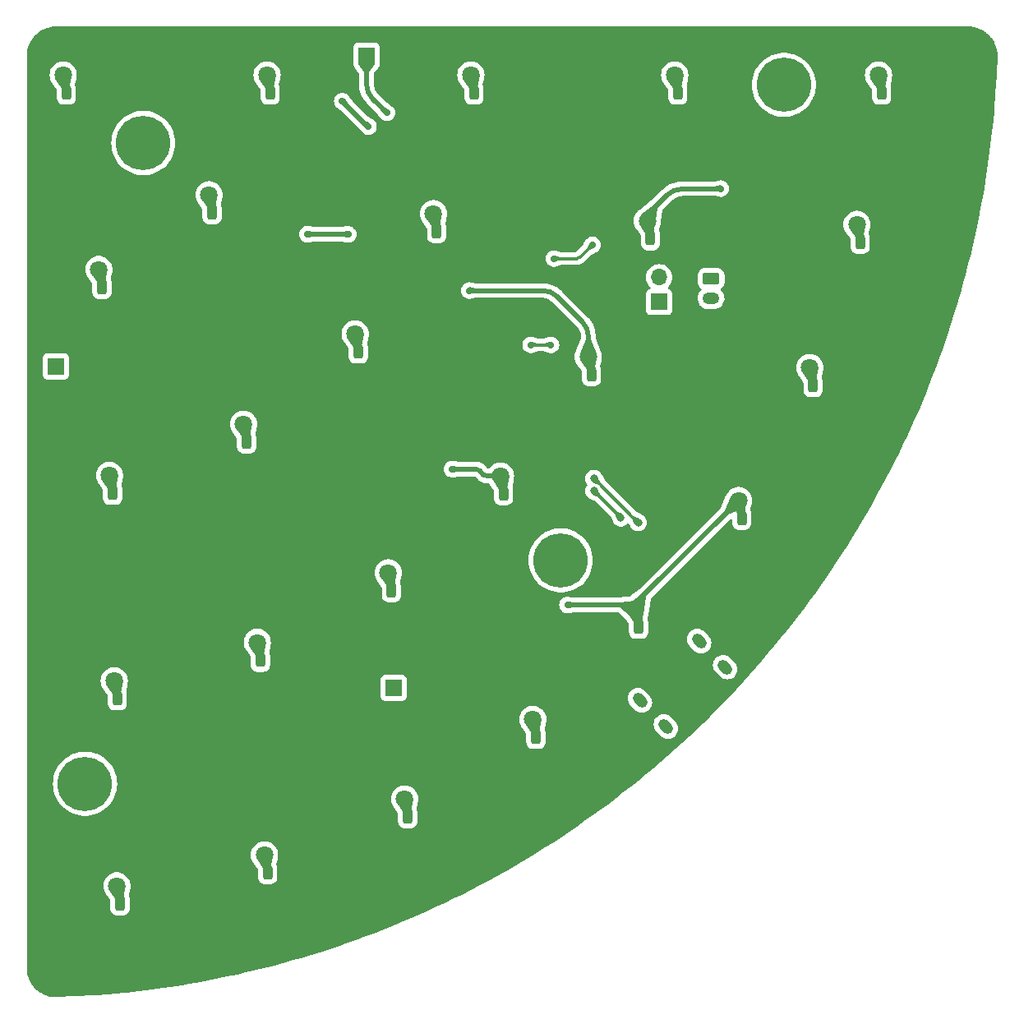
<source format=gbr>
%TF.GenerationSoftware,KiCad,Pcbnew,7.0.8*%
%TF.CreationDate,2025-01-10T21:38:43+01:00*%
%TF.ProjectId,UV_Disc_Charger,55565f44-6973-4635-9f43-686172676572,rev?*%
%TF.SameCoordinates,Original*%
%TF.FileFunction,Copper,L2,Bot*%
%TF.FilePolarity,Positive*%
%FSLAX46Y46*%
G04 Gerber Fmt 4.6, Leading zero omitted, Abs format (unit mm)*
G04 Created by KiCad (PCBNEW 7.0.8) date 2025-01-10 21:38:43*
%MOMM*%
%LPD*%
G01*
G04 APERTURE LIST*
G04 Aperture macros list*
%AMRoundRect*
0 Rectangle with rounded corners*
0 $1 Rounding radius*
0 $2 $3 $4 $5 $6 $7 $8 $9 X,Y pos of 4 corners*
0 Add a 4 corners polygon primitive as box body*
4,1,4,$2,$3,$4,$5,$6,$7,$8,$9,$2,$3,0*
0 Add four circle primitives for the rounded corners*
1,1,$1+$1,$2,$3*
1,1,$1+$1,$4,$5*
1,1,$1+$1,$6,$7*
1,1,$1+$1,$8,$9*
0 Add four rect primitives between the rounded corners*
20,1,$1+$1,$2,$3,$4,$5,0*
20,1,$1+$1,$4,$5,$6,$7,0*
20,1,$1+$1,$6,$7,$8,$9,0*
20,1,$1+$1,$8,$9,$2,$3,0*%
%AMHorizOval*
0 Thick line with rounded ends*
0 $1 width*
0 $2 $3 position (X,Y) of the first rounded end (center of the circle)*
0 $4 $5 position (X,Y) of the second rounded end (center of the circle)*
0 Add line between two ends*
20,1,$1,$2,$3,$4,$5,0*
0 Add two circle primitives to create the rounded ends*
1,1,$1,$2,$3*
1,1,$1,$4,$5*%
G04 Aperture macros list end*
%TA.AperFunction,ComponentPad*%
%ADD10R,1.700000X1.700000*%
%TD*%
%TA.AperFunction,ComponentPad*%
%ADD11O,1.700000X1.700000*%
%TD*%
%TA.AperFunction,ComponentPad*%
%ADD12R,1.800000X1.800000*%
%TD*%
%TA.AperFunction,SMDPad,CuDef*%
%ADD13RoundRect,0.243750X0.243750X0.456250X-0.243750X0.456250X-0.243750X-0.456250X0.243750X-0.456250X0*%
%TD*%
%TA.AperFunction,ComponentPad*%
%ADD14C,1.800000*%
%TD*%
%TA.AperFunction,ComponentPad*%
%ADD15C,5.600000*%
%TD*%
%TA.AperFunction,ComponentPad*%
%ADD16RoundRect,0.250000X-0.625000X0.350000X-0.625000X-0.350000X0.625000X-0.350000X0.625000X0.350000X0*%
%TD*%
%TA.AperFunction,ComponentPad*%
%ADD17O,1.750000X1.200000*%
%TD*%
%TA.AperFunction,ComponentPad*%
%ADD18HorizOval,1.100000X-0.212132X0.212132X0.212132X-0.212132X0*%
%TD*%
%TA.AperFunction,ViaPad*%
%ADD19C,0.700000*%
%TD*%
%TA.AperFunction,ViaPad*%
%ADD20C,0.800000*%
%TD*%
%TA.AperFunction,Conductor*%
%ADD21C,0.500000*%
%TD*%
%TA.AperFunction,Conductor*%
%ADD22C,0.300000*%
%TD*%
G04 APERTURE END LIST*
D10*
%TO.P,J6,1,Pin_1*%
%TO.N,+VSW*%
X147800000Y-88125000D03*
D11*
%TO.P,J6,2,Pin_2*%
%TO.N,GND*%
X147800000Y-90665000D03*
%TD*%
D10*
%TO.P,J5,1,Pin_1*%
%TO.N,+VSW*%
X113000000Y-55000000D03*
D11*
%TO.P,J5,2,Pin_2*%
%TO.N,GND*%
X113000000Y-57540000D03*
%TD*%
D10*
%TO.P,J3,1,Pin_1*%
%TO.N,+VSW*%
X145000000Y-23000000D03*
D11*
%TO.P,J3,2,Pin_2*%
%TO.N,GND*%
X147540000Y-23000000D03*
%TD*%
D12*
%TO.P,D29,1,K*%
%TO.N,GND*%
X185867500Y-68829998D03*
D13*
X185525000Y-70680000D03*
%TO.P,D29,2,A*%
%TO.N,Net-(D21-A)*%
X183650000Y-70680000D03*
D14*
X183327500Y-68829998D03*
%TD*%
%TO.P,D28,2,A*%
%TO.N,Net-(D20-A)*%
X134487500Y-105339998D03*
D13*
X134810000Y-107190000D03*
%TO.P,D28,1,K*%
%TO.N,GND*%
X136685000Y-107190000D03*
D12*
X137027500Y-105339998D03*
%TD*%
%TO.P,D27,1,K*%
%TO.N,GND*%
X164667500Y-91389998D03*
D13*
X164325000Y-93240000D03*
%TO.P,D27,2,A*%
%TO.N,Net-(D21-A)*%
X162450000Y-93240000D03*
D14*
X162127500Y-91389998D03*
%TD*%
%TO.P,D26,2,A*%
%TO.N,Net-(D20-A)*%
X133747500Y-83439998D03*
D13*
X134070000Y-85290000D03*
%TO.P,D26,1,K*%
%TO.N,GND*%
X135945000Y-85290000D03*
D12*
X136287500Y-83439998D03*
%TD*%
%TO.P,D25,1,K*%
%TO.N,GND*%
X149777500Y-76279998D03*
D13*
X149435000Y-78130000D03*
%TO.P,D25,2,A*%
%TO.N,Net-(D21-A)*%
X147560000Y-78130000D03*
D14*
X147237500Y-76279998D03*
%TD*%
D12*
%TO.P,D24,1,K*%
%TO.N,GND*%
X151457500Y-99579998D03*
D13*
X151115000Y-101430000D03*
%TO.P,D24,2,A*%
%TO.N,Net-(D20-A)*%
X149240000Y-101430000D03*
D14*
X148917500Y-99579998D03*
%TD*%
D12*
%TO.P,D23,1,K*%
%TO.N,GND*%
X175247500Y-80039998D03*
D13*
X174905000Y-81890000D03*
%TO.P,D23,2,A*%
%TO.N,Net-(D21-A)*%
X173030000Y-81890000D03*
D14*
X172707500Y-80039998D03*
%TD*%
D12*
%TO.P,D22,1,K*%
%TO.N,GND*%
X121817500Y-108519998D03*
D13*
X121475000Y-110370000D03*
%TO.P,D22,2,A*%
%TO.N,Net-(D20-A)*%
X119600000Y-110370000D03*
D14*
X119277500Y-108519998D03*
%TD*%
D12*
%TO.P,D21,1,K*%
%TO.N,GND*%
X161337500Y-66309998D03*
D13*
X160995000Y-68160000D03*
%TO.P,D21,2,A*%
%TO.N,Net-(D21-A)*%
X159120000Y-68160000D03*
D14*
X158797500Y-66309998D03*
%TD*%
%TO.P,D20,2,A*%
%TO.N,Net-(D20-A)*%
X119007500Y-87409998D03*
D13*
X119330000Y-89260000D03*
%TO.P,D20,1,K*%
%TO.N,GND*%
X121205000Y-89260000D03*
D12*
X121547500Y-87409998D03*
%TD*%
%TO.P,D19,1,K*%
%TO.N,GND*%
X146367500Y-51669998D03*
D13*
X146025000Y-53520000D03*
%TO.P,D19,2,A*%
%TO.N,Net-(D15-A)*%
X144150000Y-53520000D03*
D14*
X143827500Y-51669998D03*
%TD*%
D12*
%TO.P,D18,1,K*%
%TO.N,GND*%
X134867500Y-60959998D03*
D13*
X134525000Y-62810000D03*
%TO.P,D18,2,A*%
%TO.N,Net-(D15-A)*%
X132650000Y-62810000D03*
D14*
X132327500Y-60959998D03*
%TD*%
D12*
%TO.P,D17,1,K*%
%TO.N,GND*%
X121057500Y-66239998D03*
D13*
X120715000Y-68090000D03*
%TO.P,D17,2,A*%
%TO.N,Net-(D15-A)*%
X118840000Y-68090000D03*
D14*
X118517500Y-66239998D03*
%TD*%
D12*
%TO.P,D16,1,K*%
%TO.N,GND*%
X131307500Y-37329998D03*
D13*
X130965000Y-39180000D03*
%TO.P,D16,2,A*%
%TO.N,Net-(D15-A)*%
X129090000Y-39180000D03*
D14*
X128767500Y-37329998D03*
%TD*%
D12*
%TO.P,D15,1,K*%
%TO.N,GND*%
X119957500Y-45019998D03*
D13*
X119615000Y-46870000D03*
%TO.P,D15,2,A*%
%TO.N,Net-(D15-A)*%
X117740000Y-46870000D03*
D14*
X117417500Y-45019998D03*
%TD*%
D12*
%TO.P,D14,1,K*%
%TO.N,GND*%
X193207500Y-55139998D03*
D13*
X192865000Y-56990000D03*
%TO.P,D14,2,A*%
%TO.N,Net-(D10-A)*%
X190990000Y-56990000D03*
D14*
X190667500Y-55139998D03*
%TD*%
D12*
%TO.P,D13,1,K*%
%TO.N,GND*%
X198067500Y-40379998D03*
D13*
X197725000Y-42230000D03*
%TO.P,D13,2,A*%
%TO.N,Net-(D10-A)*%
X195850000Y-42230000D03*
D14*
X195527500Y-40379998D03*
%TD*%
D12*
%TO.P,D12,1,K*%
%TO.N,GND*%
X176467500Y-40009998D03*
D13*
X176125000Y-41860000D03*
%TO.P,D12,2,A*%
%TO.N,Net-(D10-A)*%
X174250000Y-41860000D03*
D14*
X173927500Y-40009998D03*
%TD*%
D12*
%TO.P,D11,1,K*%
%TO.N,GND*%
X200287500Y-24999998D03*
D13*
X199945000Y-26850000D03*
%TO.P,D11,2,A*%
%TO.N,Net-(D10-A)*%
X198070000Y-26850000D03*
D14*
X197747500Y-24999998D03*
%TD*%
D12*
%TO.P,D10,1,K*%
%TO.N,GND*%
X179287500Y-24999998D03*
D13*
X178945000Y-26850000D03*
%TO.P,D10,2,A*%
%TO.N,Net-(D10-A)*%
X177070000Y-26850000D03*
D14*
X176747500Y-24999998D03*
%TD*%
D12*
%TO.P,D9,1,K*%
%TO.N,GND*%
X170387500Y-54009998D03*
D13*
X170045000Y-55860000D03*
%TO.P,D9,2,A*%
%TO.N,Net-(D5-A)*%
X168170000Y-55860000D03*
D14*
X167847500Y-54009998D03*
%TD*%
D12*
%TO.P,D8,1,K*%
%TO.N,GND*%
X154437500Y-39279998D03*
D13*
X154095000Y-41130000D03*
%TO.P,D8,2,A*%
%TO.N,Net-(D5-A)*%
X152220000Y-41130000D03*
D14*
X151897500Y-39279998D03*
%TD*%
D12*
%TO.P,D7,1,K*%
%TO.N,GND*%
X158287500Y-24999998D03*
D13*
X157945000Y-26850000D03*
%TO.P,D7,2,A*%
%TO.N,Net-(D5-A)*%
X156070000Y-26850000D03*
D14*
X155747500Y-24999998D03*
%TD*%
D12*
%TO.P,D6,1,K*%
%TO.N,GND*%
X137287500Y-24999998D03*
D13*
X136945000Y-26850000D03*
%TO.P,D6,2,A*%
%TO.N,Net-(D5-A)*%
X135070000Y-26850000D03*
D14*
X134747500Y-24999998D03*
%TD*%
D12*
%TO.P,D5,1,K*%
%TO.N,GND*%
X116287500Y-24999998D03*
D13*
X115945000Y-26850000D03*
%TO.P,D5,2,A*%
%TO.N,Net-(D5-A)*%
X114070000Y-26850000D03*
D14*
X113747500Y-24999998D03*
%TD*%
D10*
%TO.P,SW1,1,A*%
%TO.N,Net-(SW1-A)*%
X175150000Y-48375000D03*
D11*
%TO.P,SW1,2,B*%
%TO.N,+BATT*%
X175150000Y-45835000D03*
%TD*%
D15*
%TO.P,H4,1*%
%TO.N,N/C*%
X165000000Y-75000000D03*
%TD*%
%TO.P,H3,1*%
%TO.N,N/C*%
X116000000Y-98000000D03*
%TD*%
%TO.P,H2,1*%
%TO.N,N/C*%
X188000000Y-26000000D03*
%TD*%
D16*
%TO.P,J2,1,Pin_1*%
%TO.N,+BATT*%
X180500000Y-46000000D03*
D17*
%TO.P,J2,2,Pin_2*%
%TO.N,-BATT*%
X180500000Y-48000000D03*
%TD*%
D18*
%TO.P,J1,S1,SHIELD*%
%TO.N,unconnected-(J1-SHIELD-PadS1)*%
X173156875Y-89415881D03*
X175843881Y-92102887D03*
X179266277Y-83306479D03*
X181953283Y-85993485D03*
%TD*%
D15*
%TO.P,H1,1*%
%TO.N,N/C*%
X122000000Y-32000000D03*
%TD*%
D19*
%TO.N,Net-(D5-A)*%
X155600000Y-47200000D03*
%TO.N,+VSW*%
X138900000Y-41401768D03*
X143112500Y-41412500D03*
X147100000Y-28900000D03*
%TO.N,GND*%
X176700000Y-83000000D03*
X172800000Y-86900000D03*
X170200000Y-94900000D03*
X167800000Y-92300000D03*
X182600000Y-55900000D03*
X183600000Y-55900000D03*
X187500000Y-56300000D03*
X186600000Y-56300000D03*
X186300000Y-74500000D03*
X187700000Y-75900000D03*
X187000000Y-75200000D03*
X173200000Y-76000000D03*
X173300000Y-69100000D03*
X177200000Y-65800000D03*
X175800000Y-64700000D03*
X174406654Y-65748929D03*
X173300000Y-66600000D03*
X169900000Y-62400000D03*
X156600000Y-51600000D03*
X155900000Y-41800000D03*
X156900000Y-42800000D03*
X167000000Y-46600000D03*
X168200000Y-45400000D03*
X170100000Y-46600000D03*
X172000000Y-36800000D03*
X170700000Y-39600000D03*
X165700000Y-30000000D03*
X164400000Y-31000000D03*
X165900000Y-33300000D03*
X165900000Y-36600000D03*
X175300000Y-33700000D03*
X175300000Y-36100000D03*
%TO.N,Net-(D21-A)*%
X165700000Y-79600000D03*
X153800000Y-65600000D03*
%TO.N,Net-(D5-A)*%
X142500000Y-27700000D03*
X145200000Y-30300000D03*
%TO.N,GND*%
X159600000Y-33000000D03*
X160400000Y-33000000D03*
X161200000Y-33000000D03*
X160000000Y-33800000D03*
X160400000Y-34600000D03*
X160800000Y-33800000D03*
X161600000Y-33800000D03*
X161800000Y-43000000D03*
X162600000Y-43000000D03*
X163400000Y-43000000D03*
X162200000Y-42200000D03*
X163000000Y-42200000D03*
X163800000Y-42200000D03*
X164200000Y-41400000D03*
X163400000Y-41400000D03*
X161800000Y-41400000D03*
X162600000Y-41400000D03*
X162600000Y-39600000D03*
X162610000Y-38812500D03*
X162600000Y-38000000D03*
X160800000Y-35400000D03*
X161200000Y-36200000D03*
X161200000Y-34600000D03*
X162000000Y-34600000D03*
X161600000Y-35400000D03*
X162400000Y-35400000D03*
X162000000Y-36200000D03*
X162800000Y-36200000D03*
X175400000Y-31800000D03*
%TO.N,Net-(D10-A)*%
X181500000Y-36700000D03*
%TO.N,+5V*%
X168250000Y-42500000D03*
X164300000Y-43900000D03*
%TO.N,Net-(Q1-G)*%
X161900000Y-52800000D03*
X164000000Y-52800000D03*
D20*
%TO.N,GND*%
X175193881Y-89232572D03*
%TO.N,Net-(U1-CHRG)*%
X171200000Y-70600000D03*
X168430000Y-67835000D03*
%TO.N,Net-(U1-STDBY)*%
X168430000Y-66565000D03*
X173000000Y-71100000D03*
%TD*%
D21*
%TO.N,+VSW*%
X138910732Y-41412500D02*
X143112500Y-41412500D01*
X138900000Y-41401768D02*
X138910732Y-41412500D01*
D22*
%TO.N,+5V*%
X166642893Y-43899995D02*
G75*
G03*
X166996447Y-43753553I7J499995D01*
G01*
D21*
%TO.N,Net-(D21-A)*%
X156646450Y-65746444D02*
G75*
G03*
X156292893Y-65600000I-353550J-353556D01*
G01*
X157063550Y-66163554D02*
G75*
G03*
X157417105Y-66309998I353550J353554D01*
G01*
%TO.N,Net-(D5-A)*%
X156069996Y-25529605D02*
G75*
G03*
X155923553Y-25176051I-499996J5D01*
G01*
X168169996Y-54539605D02*
G75*
G03*
X168023553Y-54186051I-499996J5D01*
G01*
X114069996Y-25529605D02*
G75*
G03*
X113923553Y-25176051I-499996J5D01*
G01*
X135069996Y-25529605D02*
G75*
G03*
X134923553Y-25176051I-499996J5D01*
G01*
X152219996Y-39809605D02*
G75*
G03*
X152073553Y-39456051I-499996J5D01*
G01*
X164585800Y-47785772D02*
G75*
G03*
X163171573Y-47200000I-1414200J-1414228D01*
G01*
X167847480Y-51875927D02*
G75*
G03*
X167261712Y-50461714I-1999980J27D01*
G01*
%TO.N,+VSW*%
X145000020Y-25971573D02*
G75*
G03*
X145585787Y-27385785I1999980J-27D01*
G01*
%TO.N,Net-(D10-A)*%
X177635534Y-36700024D02*
G75*
G03*
X175867767Y-37432233I-34J-2499976D01*
G01*
%TO.N,Net-(D21-A)*%
X153800000Y-65600000D02*
X156292893Y-65600000D01*
X156646447Y-65746447D02*
X157063552Y-66163552D01*
X157417105Y-66309998D02*
X158797500Y-66309998D01*
%TO.N,Net-(D5-A)*%
X163171573Y-47200000D02*
X155600000Y-47200000D01*
X167847500Y-54009998D02*
X167847500Y-51875927D01*
X167261713Y-50461713D02*
X164585786Y-47785786D01*
%TO.N,+VSW*%
X145000000Y-25971573D02*
X145000000Y-23000000D01*
X147100000Y-28900000D02*
X145585786Y-27385786D01*
%TO.N,Net-(D21-A)*%
X172707500Y-79449998D02*
X172707500Y-80039998D01*
X183327500Y-68829998D02*
X172707500Y-79449998D01*
X165700000Y-79600000D02*
X172267502Y-79600000D01*
X172267502Y-79600000D02*
X172707500Y-80039998D01*
%TO.N,Net-(D5-A)*%
X145100000Y-30300000D02*
X142500000Y-27700000D01*
X145200000Y-30300000D02*
X145100000Y-30300000D01*
%TO.N,Net-(D10-A)*%
X175867767Y-37432233D02*
X173927500Y-39372500D01*
X181500000Y-36700000D02*
X177635534Y-36700000D01*
X173927500Y-39372500D02*
X173927500Y-40009998D01*
D22*
%TO.N,+5V*%
X166996447Y-43753553D02*
X168250000Y-42500000D01*
X164300000Y-43900000D02*
X166642893Y-43900000D01*
%TO.N,Net-(Q1-G)*%
X164000000Y-52800000D02*
X161900000Y-52800000D01*
%TO.N,Net-(U1-STDBY)*%
X172965000Y-71100000D02*
X168430000Y-66565000D01*
X173000000Y-71100000D02*
X172965000Y-71100000D01*
%TO.N,Net-(U1-CHRG)*%
X171200000Y-70600000D02*
X171195000Y-70600000D01*
X171195000Y-70600000D02*
X168430000Y-67835000D01*
D21*
%TO.N,GND*%
X115945000Y-25342498D02*
X116287500Y-24999998D01*
X115945000Y-26850000D02*
X115945000Y-25342498D01*
%TO.N,Net-(D5-A)*%
X113923553Y-25176051D02*
X113747500Y-24999998D01*
X114070000Y-26850000D02*
X114070000Y-25529605D01*
%TO.N,GND*%
X119615000Y-45362498D02*
X119957500Y-45019998D01*
X119615000Y-46870000D02*
X119615000Y-45362498D01*
%TO.N,Net-(D15-A)*%
X117740000Y-45342498D02*
X117417500Y-45019998D01*
X117740000Y-46870000D02*
X117740000Y-45342498D01*
%TO.N,GND*%
X130965000Y-37672498D02*
X131307500Y-37329998D01*
X130965000Y-39180000D02*
X130965000Y-37672498D01*
%TO.N,Net-(D15-A)*%
X129090000Y-37652498D02*
X128767500Y-37329998D01*
X129090000Y-39180000D02*
X129090000Y-37652498D01*
%TO.N,GND*%
X136945000Y-25342498D02*
X137287500Y-24999998D01*
X136945000Y-26850000D02*
X136945000Y-25342498D01*
%TO.N,Net-(D5-A)*%
X135070000Y-26850000D02*
X135070000Y-25529605D01*
X134923553Y-25176051D02*
X134747500Y-24999998D01*
%TO.N,GND*%
X157945000Y-25342498D02*
X158287500Y-24999998D01*
X157945000Y-26850000D02*
X157945000Y-25342498D01*
%TO.N,Net-(D5-A)*%
X155923553Y-25176051D02*
X155747500Y-24999998D01*
X156070000Y-26850000D02*
X156070000Y-25529605D01*
%TO.N,GND*%
X154095000Y-39622498D02*
X154437500Y-39279998D01*
X154095000Y-41130000D02*
X154095000Y-39622498D01*
%TO.N,Net-(D5-A)*%
X152073553Y-39456051D02*
X151897500Y-39279998D01*
X152220000Y-41130000D02*
X152220000Y-39809605D01*
%TO.N,GND*%
X146025000Y-52012498D02*
X146367500Y-51669998D01*
X146025000Y-53520000D02*
X146025000Y-52012498D01*
%TO.N,Net-(D15-A)*%
X144150000Y-51992498D02*
X143827500Y-51669998D01*
X144150000Y-53520000D02*
X144150000Y-51992498D01*
%TO.N,GND*%
X134525000Y-61302498D02*
X134867500Y-60959998D01*
X134525000Y-62810000D02*
X134525000Y-61302498D01*
%TO.N,Net-(D15-A)*%
X132650000Y-61282498D02*
X132327500Y-60959998D01*
X132650000Y-62810000D02*
X132650000Y-61282498D01*
%TO.N,GND*%
X120715000Y-66582498D02*
X121057500Y-66239998D01*
X120715000Y-68090000D02*
X120715000Y-66582498D01*
%TO.N,Net-(D15-A)*%
X118840000Y-66562498D02*
X118517500Y-66239998D01*
X118840000Y-68090000D02*
X118840000Y-66562498D01*
%TO.N,GND*%
X164325000Y-91732498D02*
X164667500Y-91389998D01*
X164325000Y-93240000D02*
X164325000Y-91732498D01*
%TO.N,Net-(D21-A)*%
X162450000Y-91712498D02*
X162127500Y-91389998D01*
X162450000Y-93240000D02*
X162450000Y-91712498D01*
%TO.N,GND*%
X151115000Y-99922498D02*
X151457500Y-99579998D01*
X151115000Y-101430000D02*
X151115000Y-99922498D01*
%TO.N,Net-(D20-A)*%
X149240000Y-99902498D02*
X148917500Y-99579998D01*
X149240000Y-101430000D02*
X149240000Y-99902498D01*
%TO.N,GND*%
X136685000Y-105682498D02*
X137027500Y-105339998D01*
X136685000Y-107190000D02*
X136685000Y-105682498D01*
%TO.N,Net-(D20-A)*%
X134810000Y-105662498D02*
X134487500Y-105339998D01*
X134810000Y-107190000D02*
X134810000Y-105662498D01*
%TO.N,GND*%
X121475000Y-108862498D02*
X121817500Y-108519998D01*
X121475000Y-110370000D02*
X121475000Y-108862498D01*
%TO.N,Net-(D20-A)*%
X119600000Y-108842498D02*
X119277500Y-108519998D01*
X119600000Y-110370000D02*
X119600000Y-108842498D01*
%TO.N,GND*%
X121205000Y-87752498D02*
X121547500Y-87409998D01*
X121205000Y-89260000D02*
X121205000Y-87752498D01*
%TO.N,Net-(D20-A)*%
X119330000Y-87732498D02*
X119007500Y-87409998D01*
X119330000Y-89260000D02*
X119330000Y-87732498D01*
%TO.N,GND*%
X135945000Y-83782498D02*
X136287500Y-83439998D01*
X135945000Y-85290000D02*
X135945000Y-83782498D01*
%TO.N,Net-(D20-A)*%
X134070000Y-83762498D02*
X133747500Y-83439998D01*
X134070000Y-85290000D02*
X134070000Y-83762498D01*
%TO.N,GND*%
X149435000Y-76622498D02*
X149777500Y-76279998D01*
X149435000Y-78130000D02*
X149435000Y-76622498D01*
%TO.N,Net-(D21-A)*%
X147560000Y-78130000D02*
X147560000Y-76602498D01*
X147560000Y-76602498D02*
X147237500Y-76279998D01*
%TO.N,GND*%
X160995000Y-66652498D02*
X161337500Y-66309998D01*
X160995000Y-68160000D02*
X160995000Y-66652498D01*
%TO.N,Net-(D21-A)*%
X159120000Y-66632498D02*
X158797500Y-66309998D01*
X159120000Y-68160000D02*
X159120000Y-66632498D01*
%TO.N,GND*%
X170045000Y-54352498D02*
X170387500Y-54009998D01*
X170045000Y-55860000D02*
X170045000Y-54352498D01*
%TO.N,Net-(D5-A)*%
X168023553Y-54186051D02*
X167847500Y-54009998D01*
X168170000Y-55860000D02*
X168170000Y-54539605D01*
%TO.N,GND*%
X176125000Y-40352498D02*
X176467500Y-40009998D01*
X176125000Y-41860000D02*
X176125000Y-40352498D01*
%TO.N,Net-(D10-A)*%
X174250000Y-40332498D02*
X173927500Y-40009998D01*
X174250000Y-41860000D02*
X174250000Y-40332498D01*
%TO.N,GND*%
X178945000Y-25342498D02*
X179287500Y-24999998D01*
X178945000Y-26850000D02*
X178945000Y-25342498D01*
%TO.N,Net-(D10-A)*%
X177070000Y-25322498D02*
X176747500Y-24999998D01*
X177070000Y-26850000D02*
X177070000Y-25322498D01*
%TO.N,GND*%
X199945000Y-25342498D02*
X200287500Y-24999998D01*
X199945000Y-26850000D02*
X199945000Y-25342498D01*
%TO.N,Net-(D10-A)*%
X198070000Y-26850000D02*
X198070000Y-25322498D01*
X198070000Y-25322498D02*
X197747500Y-24999998D01*
%TO.N,GND*%
X197725000Y-40722498D02*
X198067500Y-40379998D01*
X197725000Y-42230000D02*
X197725000Y-40722498D01*
%TO.N,Net-(D10-A)*%
X195850000Y-40702498D02*
X195527500Y-40379998D01*
X195850000Y-42230000D02*
X195850000Y-40702498D01*
%TO.N,GND*%
X192865000Y-55482498D02*
X193207500Y-55139998D01*
X192865000Y-56990000D02*
X192865000Y-55482498D01*
%TO.N,Net-(D10-A)*%
X190990000Y-55462498D02*
X190667500Y-55139998D01*
X190990000Y-56990000D02*
X190990000Y-55462498D01*
%TO.N,GND*%
X185525000Y-69172498D02*
X185867500Y-68829998D01*
X185525000Y-70680000D02*
X185525000Y-69172498D01*
%TO.N,Net-(D21-A)*%
X183650000Y-69152498D02*
X183327500Y-68829998D01*
X183650000Y-70680000D02*
X183650000Y-69152498D01*
%TO.N,GND*%
X174905000Y-80382498D02*
X175247500Y-80039998D01*
X174905000Y-81890000D02*
X174905000Y-80382498D01*
%TO.N,Net-(D21-A)*%
X173030000Y-81890000D02*
X173030000Y-80362498D01*
X173030000Y-80362498D02*
X172707500Y-80039998D01*
%TD*%
%TA.AperFunction,Conductor*%
%TO.N,GND*%
G36*
X207001619Y-20000584D02*
G01*
X207133628Y-20007503D01*
X207317027Y-20017803D01*
X207323212Y-20018465D01*
X207475647Y-20042608D01*
X207638194Y-20070226D01*
X207643811Y-20071453D01*
X207796693Y-20112418D01*
X207889122Y-20139046D01*
X207951724Y-20157082D01*
X207956759Y-20158769D01*
X208106183Y-20216127D01*
X208254007Y-20277358D01*
X208258412Y-20279388D01*
X208324180Y-20312899D01*
X208401921Y-20352511D01*
X208477428Y-20394241D01*
X208541480Y-20429641D01*
X208545215Y-20431882D01*
X208619487Y-20480115D01*
X208680872Y-20519980D01*
X208768357Y-20582053D01*
X208810764Y-20612142D01*
X208813886Y-20614510D01*
X208938748Y-20715621D01*
X208941034Y-20717567D01*
X209058721Y-20822738D01*
X209061248Y-20825128D01*
X209174870Y-20938750D01*
X209177260Y-20941277D01*
X209282431Y-21058964D01*
X209284385Y-21061260D01*
X209385480Y-21186102D01*
X209387862Y-21189243D01*
X209480019Y-21319127D01*
X209533758Y-21401875D01*
X209568106Y-21454767D01*
X209570364Y-21458531D01*
X209647488Y-21598078D01*
X209720604Y-21741575D01*
X209722643Y-21745997D01*
X209783877Y-21893829D01*
X209841221Y-22043217D01*
X209842916Y-22048273D01*
X209887579Y-22203297D01*
X209928541Y-22356171D01*
X209929778Y-22361835D01*
X209957394Y-22524369D01*
X209981530Y-22676758D01*
X209982196Y-22682985D01*
X209992507Y-22866585D01*
X209999347Y-22997108D01*
X209999382Y-23002851D01*
X209920504Y-24961094D01*
X209803072Y-26920278D01*
X209676652Y-28507573D01*
X209646001Y-28889311D01*
X209504753Y-30310147D01*
X209450103Y-30854885D01*
X209291895Y-32181521D01*
X209215454Y-32816245D01*
X209039304Y-34081761D01*
X208942150Y-34772563D01*
X208747565Y-35994539D01*
X208630294Y-36723115D01*
X208416994Y-37912012D01*
X208280014Y-38667108D01*
X208047805Y-39829757D01*
X207891449Y-40603771D01*
X207640231Y-41744640D01*
X207464747Y-42532381D01*
X207194527Y-43654325D01*
X207000066Y-44452220D01*
X206710908Y-45557154D01*
X206497587Y-46362533D01*
X206189506Y-47452084D01*
X205957526Y-48262506D01*
X205630508Y-49338017D01*
X205380093Y-50151408D01*
X205034173Y-51213780D01*
X204765502Y-52028544D01*
X204400824Y-53078157D01*
X204113977Y-53893227D01*
X203730662Y-54930419D01*
X203425798Y-55744657D01*
X203023875Y-56769909D01*
X202701245Y-57582086D01*
X202280850Y-58595518D01*
X201940558Y-59404909D01*
X201501820Y-60406599D01*
X201144082Y-61212301D01*
X200687089Y-62202376D01*
X200312101Y-63003621D01*
X199837013Y-63982010D01*
X199444927Y-64778195D01*
X198951949Y-65744725D01*
X198542916Y-66535298D01*
X198032138Y-67490000D01*
X197606460Y-68274173D01*
X197077971Y-69217051D01*
X196635864Y-69994255D01*
X196089940Y-70924970D01*
X195631501Y-71694882D01*
X195068270Y-72613347D01*
X194593860Y-73375234D01*
X194013414Y-74281408D01*
X193523242Y-75034825D01*
X192925856Y-75928374D01*
X192420080Y-76672985D01*
X191805982Y-77553654D01*
X191284851Y-78289006D01*
X190654123Y-79156749D01*
X190118021Y-79882233D01*
X189470841Y-80736859D01*
X188919945Y-81452183D01*
X188256640Y-82293312D01*
X187691146Y-82998170D01*
X187011859Y-83825664D01*
X186432165Y-84519519D01*
X185737041Y-85333234D01*
X185143403Y-86015752D01*
X184432722Y-86815381D01*
X183825417Y-87486220D01*
X183099341Y-88271603D01*
X182478724Y-88930358D01*
X181737474Y-89701264D01*
X181103824Y-90347629D01*
X180347629Y-91103824D01*
X179701264Y-91737474D01*
X178930358Y-92478724D01*
X178271603Y-93099341D01*
X177486220Y-93825417D01*
X176815381Y-94432722D01*
X176015752Y-95143403D01*
X175333234Y-95737041D01*
X174519519Y-96432165D01*
X173825664Y-97011859D01*
X172998170Y-97691146D01*
X172293312Y-98256640D01*
X171452183Y-98919945D01*
X170736859Y-99470841D01*
X169882233Y-100118021D01*
X169156749Y-100654123D01*
X168289006Y-101284851D01*
X167553654Y-101805982D01*
X166672985Y-102420080D01*
X165928374Y-102925856D01*
X165034825Y-103523242D01*
X164281408Y-104013414D01*
X163375234Y-104593860D01*
X162613347Y-105068270D01*
X161694882Y-105631501D01*
X160924970Y-106089940D01*
X159994255Y-106635864D01*
X159217051Y-107077971D01*
X158274173Y-107606460D01*
X157490000Y-108032138D01*
X156535298Y-108542916D01*
X155744725Y-108951949D01*
X154778195Y-109444927D01*
X153982010Y-109837013D01*
X153003621Y-110312101D01*
X152202376Y-110687089D01*
X151212301Y-111144082D01*
X150406599Y-111501820D01*
X149404909Y-111940558D01*
X148595518Y-112280850D01*
X147582086Y-112701245D01*
X146769909Y-113023875D01*
X145744657Y-113425798D01*
X144930419Y-113730662D01*
X143893227Y-114113977D01*
X143078157Y-114400824D01*
X142028544Y-114765502D01*
X141213780Y-115034173D01*
X140151408Y-115380093D01*
X139338017Y-115630508D01*
X138262506Y-115957526D01*
X137452084Y-116189506D01*
X136362533Y-116497587D01*
X135557154Y-116710908D01*
X134452220Y-117000066D01*
X133654325Y-117194527D01*
X132532381Y-117464747D01*
X131744640Y-117640231D01*
X130603771Y-117891449D01*
X129829757Y-118047805D01*
X128667108Y-118280014D01*
X127912012Y-118416994D01*
X126723115Y-118630294D01*
X125994539Y-118747565D01*
X124772563Y-118942150D01*
X124081761Y-119039304D01*
X122816245Y-119215454D01*
X122181521Y-119291895D01*
X120854885Y-119450103D01*
X120310147Y-119504753D01*
X118889311Y-119646001D01*
X118507573Y-119676652D01*
X116920278Y-119803072D01*
X114961094Y-119920504D01*
X113002851Y-119999382D01*
X112997108Y-119999347D01*
X112866585Y-119992507D01*
X112682985Y-119982196D01*
X112676758Y-119981530D01*
X112524369Y-119957394D01*
X112361835Y-119929778D01*
X112356171Y-119928541D01*
X112203297Y-119887579D01*
X112048273Y-119842916D01*
X112043217Y-119841221D01*
X111893829Y-119783877D01*
X111745997Y-119722643D01*
X111741575Y-119720604D01*
X111598078Y-119647488D01*
X111458531Y-119570364D01*
X111454767Y-119568106D01*
X111401875Y-119533758D01*
X111319127Y-119480019D01*
X111189243Y-119387862D01*
X111186102Y-119385480D01*
X111061260Y-119284385D01*
X111058964Y-119282431D01*
X110941277Y-119177260D01*
X110938750Y-119174870D01*
X110825128Y-119061248D01*
X110822738Y-119058721D01*
X110717567Y-118941034D01*
X110715613Y-118938738D01*
X110676848Y-118890867D01*
X110614510Y-118813886D01*
X110612136Y-118810755D01*
X110519980Y-118680872D01*
X110487133Y-118630294D01*
X110431882Y-118545215D01*
X110429641Y-118541480D01*
X110360841Y-118416994D01*
X110352511Y-118401921D01*
X110312899Y-118324180D01*
X110279388Y-118258412D01*
X110277355Y-118254000D01*
X110216122Y-118106170D01*
X110158769Y-117956759D01*
X110157082Y-117951724D01*
X110112420Y-117796702D01*
X110107316Y-117777652D01*
X110071453Y-117643811D01*
X110070226Y-117638194D01*
X110042601Y-117475606D01*
X110018465Y-117323212D01*
X110017803Y-117317027D01*
X110007503Y-117133628D01*
X110000584Y-117001620D01*
X110000500Y-116998377D01*
X110000500Y-108520004D01*
X117872200Y-108520004D01*
X117891364Y-108751295D01*
X117891366Y-108751306D01*
X117948342Y-108976298D01*
X118041575Y-109188846D01*
X118168518Y-109383148D01*
X118201170Y-109418617D01*
X118213922Y-109435045D01*
X118591982Y-110016959D01*
X118611998Y-110083900D01*
X118612000Y-110084514D01*
X118612000Y-110875855D01*
X118622413Y-110977776D01*
X118677137Y-111142922D01*
X118677142Y-111142933D01*
X118768471Y-111290999D01*
X118768474Y-111291003D01*
X118891496Y-111414025D01*
X118891500Y-111414028D01*
X119039566Y-111505357D01*
X119039569Y-111505358D01*
X119039575Y-111505362D01*
X119204725Y-111560087D01*
X119306652Y-111570500D01*
X119306657Y-111570500D01*
X119893343Y-111570500D01*
X119893348Y-111570500D01*
X119995275Y-111560087D01*
X120160425Y-111505362D01*
X120308503Y-111414026D01*
X120431526Y-111291003D01*
X120522862Y-111142925D01*
X120577587Y-110977775D01*
X120588000Y-110875848D01*
X120588000Y-109864152D01*
X120577587Y-109762225D01*
X120552222Y-109685681D01*
X120550167Y-109677757D01*
X120544907Y-109650074D01*
X120512833Y-109556619D01*
X120508269Y-109493384D01*
X120603156Y-108990455D01*
X120605576Y-108981319D01*
X120605397Y-108981274D01*
X120612823Y-108951949D01*
X120663634Y-108751303D01*
X120676183Y-108599844D01*
X120676576Y-108596332D01*
X120677063Y-108592890D01*
X120678363Y-108579081D01*
X120678348Y-108576671D01*
X120678559Y-108571166D01*
X120682800Y-108519998D01*
X120663634Y-108288693D01*
X120644637Y-108213675D01*
X120606657Y-108063697D01*
X120513424Y-107851149D01*
X120386483Y-107656850D01*
X120386480Y-107656847D01*
X120386479Y-107656845D01*
X120229284Y-107486085D01*
X120229279Y-107486081D01*
X120229277Y-107486079D01*
X120046134Y-107343533D01*
X120046128Y-107343529D01*
X119842004Y-107233062D01*
X119841995Y-107233059D01*
X119622484Y-107157700D01*
X119450782Y-107129048D01*
X119393549Y-107119498D01*
X119161451Y-107119498D01*
X119115664Y-107127138D01*
X118932515Y-107157700D01*
X118713004Y-107233059D01*
X118712995Y-107233062D01*
X118508871Y-107343529D01*
X118508865Y-107343533D01*
X118325722Y-107486079D01*
X118325719Y-107486082D01*
X118168516Y-107656850D01*
X118041575Y-107851149D01*
X117948342Y-108063697D01*
X117891366Y-108288689D01*
X117891364Y-108288700D01*
X117872200Y-108519991D01*
X117872200Y-108520004D01*
X110000500Y-108520004D01*
X110000500Y-105340004D01*
X133082200Y-105340004D01*
X133101364Y-105571295D01*
X133101366Y-105571306D01*
X133158342Y-105796298D01*
X133251575Y-106008846D01*
X133378518Y-106203148D01*
X133411170Y-106238617D01*
X133423922Y-106255045D01*
X133801982Y-106836959D01*
X133821998Y-106903900D01*
X133822000Y-106904514D01*
X133822000Y-107695855D01*
X133832413Y-107797776D01*
X133887137Y-107962922D01*
X133887142Y-107962933D01*
X133978471Y-108110999D01*
X133978474Y-108111003D01*
X134101496Y-108234025D01*
X134101500Y-108234028D01*
X134249566Y-108325357D01*
X134249569Y-108325358D01*
X134249575Y-108325362D01*
X134414725Y-108380087D01*
X134516652Y-108390500D01*
X134516657Y-108390500D01*
X135103343Y-108390500D01*
X135103348Y-108390500D01*
X135205275Y-108380087D01*
X135370425Y-108325362D01*
X135518503Y-108234026D01*
X135641526Y-108111003D01*
X135732862Y-107962925D01*
X135787587Y-107797775D01*
X135798000Y-107695848D01*
X135798000Y-106684152D01*
X135787587Y-106582225D01*
X135762222Y-106505681D01*
X135760167Y-106497757D01*
X135754907Y-106470074D01*
X135722833Y-106376619D01*
X135718269Y-106313384D01*
X135813156Y-105810455D01*
X135815576Y-105801319D01*
X135815397Y-105801274D01*
X135822636Y-105772685D01*
X135873634Y-105571303D01*
X135886183Y-105419844D01*
X135886576Y-105416332D01*
X135887063Y-105412890D01*
X135888363Y-105399081D01*
X135888348Y-105396671D01*
X135888559Y-105391166D01*
X135892800Y-105339998D01*
X135873634Y-105108693D01*
X135816657Y-104883698D01*
X135723424Y-104671149D01*
X135672929Y-104593860D01*
X135596483Y-104476850D01*
X135596480Y-104476847D01*
X135596479Y-104476845D01*
X135439284Y-104306085D01*
X135439279Y-104306081D01*
X135439277Y-104306079D01*
X135256134Y-104163533D01*
X135256128Y-104163529D01*
X135052004Y-104053062D01*
X135051995Y-104053059D01*
X134832484Y-103977700D01*
X134660782Y-103949048D01*
X134603549Y-103939498D01*
X134371451Y-103939498D01*
X134325664Y-103947138D01*
X134142515Y-103977700D01*
X133923004Y-104053059D01*
X133922995Y-104053062D01*
X133718871Y-104163529D01*
X133718865Y-104163533D01*
X133535722Y-104306079D01*
X133535719Y-104306082D01*
X133378516Y-104476850D01*
X133251575Y-104671149D01*
X133158342Y-104883697D01*
X133101366Y-105108689D01*
X133101364Y-105108700D01*
X133082200Y-105339991D01*
X133082200Y-105340004D01*
X110000500Y-105340004D01*
X110000500Y-98000002D01*
X112694652Y-98000002D01*
X112714028Y-98357368D01*
X112714029Y-98357385D01*
X112771926Y-98710539D01*
X112771932Y-98710565D01*
X112867672Y-99055392D01*
X112867674Y-99055399D01*
X113000142Y-99387870D01*
X113000151Y-99387888D01*
X113167784Y-99704077D01*
X113167787Y-99704082D01*
X113167789Y-99704085D01*
X113240485Y-99811304D01*
X113368634Y-100000309D01*
X113368641Y-100000319D01*
X113579742Y-100248846D01*
X113600332Y-100273086D01*
X113860163Y-100519211D01*
X114145081Y-100735800D01*
X114451747Y-100920315D01*
X114451749Y-100920316D01*
X114451751Y-100920317D01*
X114451755Y-100920319D01*
X114460051Y-100924157D01*
X114776565Y-101070591D01*
X115115726Y-101184868D01*
X115465254Y-101261805D01*
X115821052Y-101300500D01*
X115821058Y-101300500D01*
X116178942Y-101300500D01*
X116178948Y-101300500D01*
X116534746Y-101261805D01*
X116884274Y-101184868D01*
X117223435Y-101070591D01*
X117548253Y-100920315D01*
X117854919Y-100735800D01*
X118139837Y-100519211D01*
X118399668Y-100273086D01*
X118631365Y-100000311D01*
X118832211Y-99704085D01*
X118897995Y-99580004D01*
X147512200Y-99580004D01*
X147531364Y-99811295D01*
X147531366Y-99811306D01*
X147588342Y-100036298D01*
X147681575Y-100248846D01*
X147808518Y-100443148D01*
X147841170Y-100478617D01*
X147853922Y-100495045D01*
X148227843Y-101070589D01*
X148231982Y-101076959D01*
X148251998Y-101143900D01*
X148252000Y-101144514D01*
X148252000Y-101935855D01*
X148262413Y-102037776D01*
X148317137Y-102202922D01*
X148317142Y-102202933D01*
X148408471Y-102350999D01*
X148408474Y-102351003D01*
X148531496Y-102474025D01*
X148531500Y-102474028D01*
X148679566Y-102565357D01*
X148679569Y-102565358D01*
X148679575Y-102565362D01*
X148844725Y-102620087D01*
X148946652Y-102630500D01*
X148946657Y-102630500D01*
X149533343Y-102630500D01*
X149533348Y-102630500D01*
X149635275Y-102620087D01*
X149800425Y-102565362D01*
X149948503Y-102474026D01*
X150071526Y-102351003D01*
X150162862Y-102202925D01*
X150217587Y-102037775D01*
X150228000Y-101935848D01*
X150228000Y-100924152D01*
X150217587Y-100822225D01*
X150192222Y-100745681D01*
X150190167Y-100737757D01*
X150184907Y-100710074D01*
X150152833Y-100616619D01*
X150148269Y-100553384D01*
X150243156Y-100050455D01*
X150245576Y-100041319D01*
X150245397Y-100041274D01*
X150255771Y-100000309D01*
X150303634Y-99811303D01*
X150316183Y-99659844D01*
X150316576Y-99656332D01*
X150317063Y-99652890D01*
X150318363Y-99639081D01*
X150318348Y-99636671D01*
X150318559Y-99631166D01*
X150322800Y-99579998D01*
X150303634Y-99348693D01*
X150303633Y-99348689D01*
X150246657Y-99123697D01*
X150153424Y-98911149D01*
X150026483Y-98716850D01*
X150026480Y-98716847D01*
X150026479Y-98716845D01*
X149869284Y-98546085D01*
X149869279Y-98546081D01*
X149869277Y-98546079D01*
X149686134Y-98403533D01*
X149686128Y-98403529D01*
X149482004Y-98293062D01*
X149481995Y-98293059D01*
X149262484Y-98217700D01*
X149090782Y-98189048D01*
X149033549Y-98179498D01*
X148801451Y-98179498D01*
X148755664Y-98187138D01*
X148572515Y-98217700D01*
X148353004Y-98293059D01*
X148352995Y-98293062D01*
X148148871Y-98403529D01*
X148148865Y-98403533D01*
X147965722Y-98546079D01*
X147965719Y-98546082D01*
X147965716Y-98546084D01*
X147965716Y-98546085D01*
X147906767Y-98610120D01*
X147808516Y-98716850D01*
X147681575Y-98911149D01*
X147588342Y-99123697D01*
X147531366Y-99348689D01*
X147531364Y-99348700D01*
X147512200Y-99579991D01*
X147512200Y-99580004D01*
X118897995Y-99580004D01*
X118999853Y-99387880D01*
X119132324Y-99055403D01*
X119228071Y-98710552D01*
X119255034Y-98546085D01*
X119285970Y-98357385D01*
X119285970Y-98357382D01*
X119285972Y-98357371D01*
X119305348Y-98000000D01*
X119285972Y-97642629D01*
X119228071Y-97289448D01*
X119132324Y-96944597D01*
X119089868Y-96838041D01*
X118999857Y-96612129D01*
X118999848Y-96612111D01*
X118832215Y-96295922D01*
X118832213Y-96295919D01*
X118832211Y-96295915D01*
X118631365Y-95999689D01*
X118631361Y-95999684D01*
X118631358Y-95999680D01*
X118399668Y-95726914D01*
X118139837Y-95480789D01*
X118139830Y-95480783D01*
X118139827Y-95480781D01*
X118054878Y-95416205D01*
X117854919Y-95264200D01*
X117548253Y-95079685D01*
X117548252Y-95079684D01*
X117548248Y-95079682D01*
X117548244Y-95079680D01*
X117223447Y-94929414D01*
X117223441Y-94929411D01*
X117223435Y-94929409D01*
X117053854Y-94872270D01*
X116884273Y-94815131D01*
X116534744Y-94738194D01*
X116178949Y-94699500D01*
X116178948Y-94699500D01*
X115821052Y-94699500D01*
X115821050Y-94699500D01*
X115465255Y-94738194D01*
X115115726Y-94815131D01*
X114859970Y-94901306D01*
X114776565Y-94929409D01*
X114776563Y-94929410D01*
X114776552Y-94929414D01*
X114451755Y-95079680D01*
X114451751Y-95079682D01*
X114223367Y-95217096D01*
X114145081Y-95264200D01*
X114056768Y-95331333D01*
X113860172Y-95480781D01*
X113860163Y-95480789D01*
X113600331Y-95726914D01*
X113368641Y-95999680D01*
X113368634Y-95999690D01*
X113167790Y-96295913D01*
X113167784Y-96295922D01*
X113000151Y-96612111D01*
X113000142Y-96612129D01*
X112867674Y-96944600D01*
X112867672Y-96944607D01*
X112771932Y-97289434D01*
X112771926Y-97289460D01*
X112714029Y-97642614D01*
X112714028Y-97642627D01*
X112714028Y-97642629D01*
X112706277Y-97785577D01*
X112694652Y-97999997D01*
X112694652Y-98000002D01*
X110000500Y-98000002D01*
X110000500Y-91390004D01*
X160722200Y-91390004D01*
X160741364Y-91621295D01*
X160741366Y-91621306D01*
X160798342Y-91846298D01*
X160891575Y-92058846D01*
X161018518Y-92253148D01*
X161051170Y-92288617D01*
X161063922Y-92305045D01*
X161441982Y-92886959D01*
X161461998Y-92953900D01*
X161462000Y-92954514D01*
X161462000Y-93745855D01*
X161472413Y-93847776D01*
X161527137Y-94012922D01*
X161527142Y-94012933D01*
X161618471Y-94160999D01*
X161618474Y-94161003D01*
X161741496Y-94284025D01*
X161741500Y-94284028D01*
X161889566Y-94375357D01*
X161889569Y-94375358D01*
X161889575Y-94375362D01*
X162054725Y-94430087D01*
X162156652Y-94440500D01*
X162156657Y-94440500D01*
X162743343Y-94440500D01*
X162743348Y-94440500D01*
X162845275Y-94430087D01*
X163010425Y-94375362D01*
X163158503Y-94284026D01*
X163281526Y-94161003D01*
X163372862Y-94012925D01*
X163427587Y-93847775D01*
X163438000Y-93745848D01*
X163438000Y-92734152D01*
X163427587Y-92632225D01*
X163402222Y-92555681D01*
X163400167Y-92547757D01*
X163394907Y-92520074D01*
X163362833Y-92426619D01*
X163358269Y-92363384D01*
X163447439Y-91890755D01*
X174576166Y-91890755D01*
X174596448Y-92096686D01*
X174656518Y-92294713D01*
X174693223Y-92363381D01*
X174727026Y-92426622D01*
X174754066Y-92477208D01*
X174852445Y-92597083D01*
X175349684Y-93094322D01*
X175349689Y-93094326D01*
X175349690Y-93094327D01*
X175469563Y-93192704D01*
X175652059Y-93290251D01*
X175850079Y-93350319D01*
X175850078Y-93350319D01*
X175870361Y-93352316D01*
X176056013Y-93370602D01*
X176261947Y-93350319D01*
X176459968Y-93290251D01*
X176642463Y-93192704D01*
X176802423Y-93061429D01*
X176933698Y-92901469D01*
X177031245Y-92718974D01*
X177091313Y-92520953D01*
X177111596Y-92315019D01*
X177091313Y-92109085D01*
X177031245Y-91911065D01*
X176933698Y-91728569D01*
X176835321Y-91608696D01*
X176835320Y-91608695D01*
X176835316Y-91608690D01*
X176338077Y-91111451D01*
X176218202Y-91013072D01*
X176218200Y-91013071D01*
X176218199Y-91013070D01*
X176069705Y-90933697D01*
X176035707Y-90915524D01*
X176035704Y-90915523D01*
X175837683Y-90855455D01*
X175837680Y-90855454D01*
X175837682Y-90855454D01*
X175631749Y-90835172D01*
X175425817Y-90855454D01*
X175227790Y-90915524D01*
X175092443Y-90987870D01*
X175045299Y-91013070D01*
X175045297Y-91013071D01*
X175045296Y-91013072D01*
X174885338Y-91144344D01*
X174754066Y-91304302D01*
X174656518Y-91486796D01*
X174596448Y-91684823D01*
X174576166Y-91890755D01*
X163447439Y-91890755D01*
X163453156Y-91860455D01*
X163455576Y-91851319D01*
X163455397Y-91851274D01*
X163497548Y-91684823D01*
X163513634Y-91621303D01*
X163526183Y-91469844D01*
X163526576Y-91466332D01*
X163527063Y-91462890D01*
X163528363Y-91449081D01*
X163528348Y-91446671D01*
X163528559Y-91441166D01*
X163532800Y-91389998D01*
X163513634Y-91158693D01*
X163499739Y-91103824D01*
X163456657Y-90933697D01*
X163363424Y-90721149D01*
X163236483Y-90526850D01*
X163236480Y-90526847D01*
X163236479Y-90526845D01*
X163079284Y-90356085D01*
X163079279Y-90356081D01*
X163079277Y-90356079D01*
X162896134Y-90213533D01*
X162896128Y-90213529D01*
X162692004Y-90103062D01*
X162691995Y-90103059D01*
X162472484Y-90027700D01*
X162300782Y-89999048D01*
X162243549Y-89989498D01*
X162011451Y-89989498D01*
X161965664Y-89997138D01*
X161782515Y-90027700D01*
X161563004Y-90103059D01*
X161562995Y-90103062D01*
X161358871Y-90213529D01*
X161358865Y-90213533D01*
X161175722Y-90356079D01*
X161175719Y-90356082D01*
X161018516Y-90526850D01*
X160891575Y-90721149D01*
X160798342Y-90933697D01*
X160741366Y-91158689D01*
X160741364Y-91158700D01*
X160722200Y-91389991D01*
X160722200Y-91390004D01*
X110000500Y-91390004D01*
X110000500Y-87410004D01*
X117602200Y-87410004D01*
X117621364Y-87641295D01*
X117621366Y-87641306D01*
X117678342Y-87866298D01*
X117771575Y-88078846D01*
X117898518Y-88273148D01*
X117931170Y-88308617D01*
X117943922Y-88325045D01*
X118321982Y-88906959D01*
X118341998Y-88973900D01*
X118342000Y-88974514D01*
X118342000Y-89765855D01*
X118352413Y-89867776D01*
X118407137Y-90032922D01*
X118407142Y-90032933D01*
X118498471Y-90180999D01*
X118498474Y-90181003D01*
X118621496Y-90304025D01*
X118621500Y-90304028D01*
X118769566Y-90395357D01*
X118769569Y-90395358D01*
X118769575Y-90395362D01*
X118934725Y-90450087D01*
X119036652Y-90460500D01*
X119036657Y-90460500D01*
X119623343Y-90460500D01*
X119623348Y-90460500D01*
X119725275Y-90450087D01*
X119890425Y-90395362D01*
X120038503Y-90304026D01*
X120161526Y-90181003D01*
X120252862Y-90032925D01*
X120307587Y-89867775D01*
X120318000Y-89765848D01*
X120318000Y-89022870D01*
X146449500Y-89022870D01*
X146449501Y-89022876D01*
X146455908Y-89082483D01*
X146506202Y-89217328D01*
X146506206Y-89217335D01*
X146592452Y-89332544D01*
X146592455Y-89332547D01*
X146707664Y-89418793D01*
X146707671Y-89418797D01*
X146842517Y-89469091D01*
X146842516Y-89469091D01*
X146849444Y-89469835D01*
X146902127Y-89475500D01*
X148697872Y-89475499D01*
X148757483Y-89469091D01*
X148892331Y-89418796D01*
X149007546Y-89332546D01*
X149093796Y-89217331D01*
X149098862Y-89203749D01*
X171889160Y-89203749D01*
X171909442Y-89409680D01*
X171969512Y-89607707D01*
X172067060Y-89790202D01*
X172165439Y-89910077D01*
X172662678Y-90407316D01*
X172662683Y-90407320D01*
X172662684Y-90407321D01*
X172782557Y-90505698D01*
X172965053Y-90603245D01*
X173163073Y-90663313D01*
X173163072Y-90663313D01*
X173183355Y-90665310D01*
X173369007Y-90683596D01*
X173574941Y-90663313D01*
X173772962Y-90603245D01*
X173955457Y-90505698D01*
X174115417Y-90374423D01*
X174246692Y-90214463D01*
X174344239Y-90031968D01*
X174404307Y-89833947D01*
X174424590Y-89628013D01*
X174404307Y-89422079D01*
X174344239Y-89224059D01*
X174246692Y-89041563D01*
X174191666Y-88974514D01*
X174148310Y-88921684D01*
X173651071Y-88424445D01*
X173531196Y-88326066D01*
X173531194Y-88326065D01*
X173531193Y-88326064D01*
X173429305Y-88271603D01*
X173348701Y-88228518D01*
X173348698Y-88228517D01*
X173150677Y-88168449D01*
X173150674Y-88168448D01*
X173150676Y-88168448D01*
X172944743Y-88148166D01*
X172738811Y-88168448D01*
X172540784Y-88228518D01*
X172405437Y-88300864D01*
X172358293Y-88326064D01*
X172358291Y-88326065D01*
X172358290Y-88326066D01*
X172198332Y-88457338D01*
X172067060Y-88617296D01*
X172067058Y-88617299D01*
X172048386Y-88652231D01*
X171969512Y-88799790D01*
X171909442Y-88997817D01*
X171889160Y-89203749D01*
X149098862Y-89203749D01*
X149144091Y-89082483D01*
X149150500Y-89022873D01*
X149150499Y-87227128D01*
X149144091Y-87167517D01*
X149093796Y-87032669D01*
X149093795Y-87032668D01*
X149093793Y-87032664D01*
X149007547Y-86917455D01*
X149007544Y-86917452D01*
X148892335Y-86831206D01*
X148892328Y-86831202D01*
X148757482Y-86780908D01*
X148757483Y-86780908D01*
X148697883Y-86774501D01*
X148697881Y-86774500D01*
X148697873Y-86774500D01*
X148697864Y-86774500D01*
X146902129Y-86774500D01*
X146902123Y-86774501D01*
X146842516Y-86780908D01*
X146707671Y-86831202D01*
X146707664Y-86831206D01*
X146592455Y-86917452D01*
X146592452Y-86917455D01*
X146506206Y-87032664D01*
X146506202Y-87032671D01*
X146455908Y-87167517D01*
X146449501Y-87227116D01*
X146449501Y-87227123D01*
X146449500Y-87227135D01*
X146449500Y-89022870D01*
X120318000Y-89022870D01*
X120318000Y-88754152D01*
X120307587Y-88652225D01*
X120282222Y-88575681D01*
X120280167Y-88567757D01*
X120274907Y-88540074D01*
X120242833Y-88446619D01*
X120238269Y-88383384D01*
X120333156Y-87880455D01*
X120335576Y-87871319D01*
X120335397Y-87871274D01*
X120342636Y-87842685D01*
X120393634Y-87641303D01*
X120406183Y-87489844D01*
X120406576Y-87486332D01*
X120407063Y-87482890D01*
X120408363Y-87469081D01*
X120408348Y-87466671D01*
X120408559Y-87461166D01*
X120412800Y-87409998D01*
X120393634Y-87178693D01*
X120390804Y-87167516D01*
X120336657Y-86953697D01*
X120243424Y-86741149D01*
X120116483Y-86546850D01*
X120116480Y-86546847D01*
X120116479Y-86546845D01*
X119959284Y-86376085D01*
X119959279Y-86376081D01*
X119959277Y-86376079D01*
X119776134Y-86233533D01*
X119776128Y-86233529D01*
X119572004Y-86123062D01*
X119571995Y-86123059D01*
X119352484Y-86047700D01*
X119161027Y-86015752D01*
X119123549Y-86009498D01*
X118891451Y-86009498D01*
X118853973Y-86015752D01*
X118662515Y-86047700D01*
X118443004Y-86123059D01*
X118442995Y-86123062D01*
X118238871Y-86233529D01*
X118238865Y-86233533D01*
X118055722Y-86376079D01*
X118055719Y-86376082D01*
X117898516Y-86546850D01*
X117771575Y-86741149D01*
X117678342Y-86953697D01*
X117621366Y-87178689D01*
X117621364Y-87178700D01*
X117602200Y-87409991D01*
X117602200Y-87410004D01*
X110000500Y-87410004D01*
X110000500Y-83440004D01*
X132342200Y-83440004D01*
X132361364Y-83671295D01*
X132361366Y-83671306D01*
X132418342Y-83896298D01*
X132511575Y-84108846D01*
X132638518Y-84303148D01*
X132671170Y-84338617D01*
X132683922Y-84355045D01*
X133061982Y-84936959D01*
X133081998Y-85003900D01*
X133082000Y-85004514D01*
X133082000Y-85795855D01*
X133092413Y-85897776D01*
X133147137Y-86062922D01*
X133147142Y-86062933D01*
X133238471Y-86210999D01*
X133238474Y-86211003D01*
X133361496Y-86334025D01*
X133361500Y-86334028D01*
X133509566Y-86425357D01*
X133509569Y-86425358D01*
X133509575Y-86425362D01*
X133674725Y-86480087D01*
X133776652Y-86490500D01*
X133776657Y-86490500D01*
X134363343Y-86490500D01*
X134363348Y-86490500D01*
X134465275Y-86480087D01*
X134630425Y-86425362D01*
X134778503Y-86334026D01*
X134901526Y-86211003D01*
X134992862Y-86062925D01*
X135047587Y-85897775D01*
X135058000Y-85795848D01*
X135058000Y-85781353D01*
X180685568Y-85781353D01*
X180705850Y-85987284D01*
X180765920Y-86185311D01*
X180863468Y-86367806D01*
X180961847Y-86487681D01*
X181459086Y-86984920D01*
X181459091Y-86984924D01*
X181459092Y-86984925D01*
X181578965Y-87083302D01*
X181761461Y-87180849D01*
X181959481Y-87240917D01*
X181959480Y-87240917D01*
X181979763Y-87242914D01*
X182165415Y-87261200D01*
X182371349Y-87240917D01*
X182569370Y-87180849D01*
X182751865Y-87083302D01*
X182911825Y-86952027D01*
X183043100Y-86792067D01*
X183140647Y-86609572D01*
X183200715Y-86411551D01*
X183220998Y-86205617D01*
X183200715Y-85999683D01*
X183140647Y-85801663D01*
X183043100Y-85619167D01*
X182944723Y-85499294D01*
X182944722Y-85499293D01*
X182944718Y-85499288D01*
X182447479Y-85002049D01*
X182327604Y-84903670D01*
X182327602Y-84903669D01*
X182327601Y-84903668D01*
X182255255Y-84864997D01*
X182145109Y-84806122D01*
X182145106Y-84806121D01*
X181947085Y-84746053D01*
X181947082Y-84746052D01*
X181947084Y-84746052D01*
X181741151Y-84725770D01*
X181535219Y-84746052D01*
X181337192Y-84806122D01*
X181201845Y-84878468D01*
X181154701Y-84903668D01*
X181154699Y-84903669D01*
X181154698Y-84903670D01*
X180994740Y-85034942D01*
X180863468Y-85194900D01*
X180765920Y-85377394D01*
X180705850Y-85575421D01*
X180685568Y-85781353D01*
X135058000Y-85781353D01*
X135058000Y-84784152D01*
X135047587Y-84682225D01*
X135022222Y-84605681D01*
X135020167Y-84597757D01*
X135014907Y-84570074D01*
X134982833Y-84476619D01*
X134978269Y-84413384D01*
X135073156Y-83910455D01*
X135075576Y-83901319D01*
X135075397Y-83901274D01*
X135100872Y-83800675D01*
X135133634Y-83671303D01*
X135146183Y-83519844D01*
X135146576Y-83516332D01*
X135147063Y-83512890D01*
X135148363Y-83499081D01*
X135148348Y-83496671D01*
X135148559Y-83491166D01*
X135152800Y-83439998D01*
X135133634Y-83208693D01*
X135109820Y-83114654D01*
X135104678Y-83094347D01*
X177998562Y-83094347D01*
X178018844Y-83300278D01*
X178048879Y-83399291D01*
X178061228Y-83440003D01*
X178078914Y-83498305D01*
X178137789Y-83608451D01*
X178171385Y-83671303D01*
X178176462Y-83680800D01*
X178274841Y-83800675D01*
X178772080Y-84297914D01*
X178772085Y-84297918D01*
X178772086Y-84297919D01*
X178891959Y-84396296D01*
X179074455Y-84493843D01*
X179272475Y-84553911D01*
X179272474Y-84553911D01*
X179292757Y-84555908D01*
X179478409Y-84574194D01*
X179684343Y-84553911D01*
X179882364Y-84493843D01*
X180064859Y-84396296D01*
X180224819Y-84265021D01*
X180356094Y-84105061D01*
X180453641Y-83922566D01*
X180513709Y-83724545D01*
X180533992Y-83518611D01*
X180513709Y-83312677D01*
X180453641Y-83114657D01*
X180356094Y-82932161D01*
X180257717Y-82812288D01*
X180257716Y-82812287D01*
X180257712Y-82812282D01*
X179760473Y-82315043D01*
X179640598Y-82216664D01*
X179640596Y-82216663D01*
X179640595Y-82216662D01*
X179568249Y-82177991D01*
X179458103Y-82119116D01*
X179458100Y-82119115D01*
X179260079Y-82059047D01*
X179260076Y-82059046D01*
X179260078Y-82059046D01*
X179054145Y-82038764D01*
X178848213Y-82059046D01*
X178650186Y-82119116D01*
X178514839Y-82191462D01*
X178467695Y-82216662D01*
X178467693Y-82216663D01*
X178467692Y-82216664D01*
X178307734Y-82347936D01*
X178176462Y-82507894D01*
X178078914Y-82690388D01*
X178018844Y-82888415D01*
X177998562Y-83094347D01*
X135104678Y-83094347D01*
X135076657Y-82983697D01*
X134983424Y-82771149D01*
X134856483Y-82576850D01*
X134856480Y-82576847D01*
X134856479Y-82576845D01*
X134699284Y-82406085D01*
X134699279Y-82406081D01*
X134699277Y-82406079D01*
X134516134Y-82263533D01*
X134516128Y-82263529D01*
X134312004Y-82153062D01*
X134311995Y-82153059D01*
X134092484Y-82077700D01*
X133920782Y-82049048D01*
X133863549Y-82039498D01*
X133631451Y-82039498D01*
X133585664Y-82047138D01*
X133402515Y-82077700D01*
X133183004Y-82153059D01*
X133182995Y-82153062D01*
X132978871Y-82263529D01*
X132978865Y-82263533D01*
X132795722Y-82406079D01*
X132795719Y-82406082D01*
X132638516Y-82576850D01*
X132511575Y-82771149D01*
X132418342Y-82983697D01*
X132361366Y-83208689D01*
X132361364Y-83208700D01*
X132342200Y-83439991D01*
X132342200Y-83440004D01*
X110000500Y-83440004D01*
X110000500Y-79600000D01*
X164844815Y-79600000D01*
X164863503Y-79777805D01*
X164863504Y-79777807D01*
X164918747Y-79947829D01*
X164918750Y-79947835D01*
X165008141Y-80102665D01*
X165023613Y-80119848D01*
X165127764Y-80235521D01*
X165127767Y-80235523D01*
X165127770Y-80235526D01*
X165272407Y-80340612D01*
X165435733Y-80413329D01*
X165610609Y-80450500D01*
X165610610Y-80450500D01*
X165789389Y-80450500D01*
X165789391Y-80450500D01*
X165825200Y-80442887D01*
X165829285Y-80442162D01*
X166461443Y-80351855D01*
X166461474Y-80351849D01*
X166462202Y-80351746D01*
X166479738Y-80350500D01*
X170812525Y-80350500D01*
X170879564Y-80370185D01*
X170890069Y-80377737D01*
X171664685Y-80998490D01*
X171691122Y-81027696D01*
X171856489Y-81282231D01*
X172021982Y-81536959D01*
X172041998Y-81603900D01*
X172042000Y-81604514D01*
X172042000Y-82395855D01*
X172052413Y-82497776D01*
X172107137Y-82662922D01*
X172107142Y-82662933D01*
X172198471Y-82810999D01*
X172198474Y-82811003D01*
X172321496Y-82934025D01*
X172321500Y-82934028D01*
X172469566Y-83025357D01*
X172469569Y-83025358D01*
X172469575Y-83025362D01*
X172634725Y-83080087D01*
X172736652Y-83090500D01*
X172736657Y-83090500D01*
X173323343Y-83090500D01*
X173323348Y-83090500D01*
X173425275Y-83080087D01*
X173590425Y-83025362D01*
X173738503Y-82934026D01*
X173861526Y-82811003D01*
X173952862Y-82662925D01*
X174007587Y-82497775D01*
X174018000Y-82395848D01*
X174018000Y-81384152D01*
X174007587Y-81282225D01*
X173982222Y-81205681D01*
X173980167Y-81197757D01*
X173974907Y-81170074D01*
X173942833Y-81076619D01*
X173938269Y-81013384D01*
X174033156Y-80510455D01*
X174035576Y-80501319D01*
X174035397Y-80501274D01*
X174073235Y-80351855D01*
X174093634Y-80271303D01*
X174106183Y-80119844D01*
X174106576Y-80116332D01*
X174107063Y-80112890D01*
X174107058Y-80112930D01*
X174106956Y-80114016D01*
X174109548Y-80100048D01*
X174109144Y-80099966D01*
X174110029Y-80095640D01*
X174110033Y-80095627D01*
X174253676Y-79001463D01*
X174281918Y-78937559D01*
X174288927Y-78929937D01*
X182450319Y-70768546D01*
X182511642Y-70735061D01*
X182581334Y-70740045D01*
X182637267Y-70781917D01*
X182661684Y-70847381D01*
X182662000Y-70856227D01*
X182662000Y-71185855D01*
X182672413Y-71287776D01*
X182727137Y-71452922D01*
X182727142Y-71452933D01*
X182818471Y-71600999D01*
X182818474Y-71601003D01*
X182941496Y-71724025D01*
X182941500Y-71724028D01*
X183089566Y-71815357D01*
X183089569Y-71815358D01*
X183089575Y-71815362D01*
X183254725Y-71870087D01*
X183356652Y-71880500D01*
X183356657Y-71880500D01*
X183943343Y-71880500D01*
X183943348Y-71880500D01*
X184045275Y-71870087D01*
X184210425Y-71815362D01*
X184358503Y-71724026D01*
X184481526Y-71601003D01*
X184572862Y-71452925D01*
X184627587Y-71287775D01*
X184638000Y-71185848D01*
X184638000Y-70174152D01*
X184627587Y-70072225D01*
X184602222Y-69995681D01*
X184600167Y-69987757D01*
X184594907Y-69960074D01*
X184562833Y-69866619D01*
X184558269Y-69803384D01*
X184653156Y-69300455D01*
X184655576Y-69291319D01*
X184655397Y-69291274D01*
X184672088Y-69225362D01*
X184713634Y-69061303D01*
X184724507Y-68930075D01*
X184726183Y-68909851D01*
X184726579Y-68906313D01*
X184727063Y-68902890D01*
X184728363Y-68889081D01*
X184728348Y-68886671D01*
X184728559Y-68881166D01*
X184732800Y-68829998D01*
X184713634Y-68598693D01*
X184656657Y-68373698D01*
X184622951Y-68296857D01*
X184563424Y-68161149D01*
X184436483Y-67966850D01*
X184436480Y-67966847D01*
X184436479Y-67966845D01*
X184279284Y-67796085D01*
X184279279Y-67796081D01*
X184279277Y-67796079D01*
X184096134Y-67653533D01*
X184096128Y-67653529D01*
X183892004Y-67543062D01*
X183891995Y-67543059D01*
X183672484Y-67467700D01*
X183500782Y-67439048D01*
X183443549Y-67429498D01*
X183211451Y-67429498D01*
X183165664Y-67437138D01*
X182982515Y-67467700D01*
X182763004Y-67543059D01*
X182762995Y-67543062D01*
X182558871Y-67653529D01*
X182558865Y-67653533D01*
X182375722Y-67796079D01*
X182375719Y-67796082D01*
X182375716Y-67796084D01*
X182375716Y-67796085D01*
X182316767Y-67860120D01*
X182218516Y-67966850D01*
X182091579Y-68161143D01*
X182091574Y-68161151D01*
X182046827Y-68263163D01*
X182042964Y-68270570D01*
X182026912Y-68296865D01*
X181455823Y-69627791D01*
X181429552Y-69666576D01*
X173124961Y-77971168D01*
X173118532Y-77976769D01*
X172190993Y-78678862D01*
X172131647Y-78703020D01*
X171578816Y-78772638D01*
X170986952Y-78847171D01*
X170980693Y-78848101D01*
X170980353Y-78848152D01*
X170962121Y-78849500D01*
X166479731Y-78849500D01*
X166462194Y-78848254D01*
X166461449Y-78848147D01*
X166461444Y-78848146D01*
X166031120Y-78786670D01*
X165829303Y-78757838D01*
X165825181Y-78757106D01*
X165789393Y-78749500D01*
X165789391Y-78749500D01*
X165772558Y-78749500D01*
X165765931Y-78749145D01*
X165758575Y-78748355D01*
X165748177Y-78747602D01*
X165748175Y-78747602D01*
X165658419Y-78749039D01*
X165651441Y-78749500D01*
X165610609Y-78749500D01*
X165579954Y-78756015D01*
X165435733Y-78786670D01*
X165435728Y-78786672D01*
X165272408Y-78859387D01*
X165127768Y-78964475D01*
X165008140Y-79097336D01*
X164918750Y-79252164D01*
X164918747Y-79252170D01*
X164863504Y-79422192D01*
X164863503Y-79422194D01*
X164844815Y-79600000D01*
X110000500Y-79600000D01*
X110000500Y-76280004D01*
X145832200Y-76280004D01*
X145851364Y-76511295D01*
X145851366Y-76511306D01*
X145908342Y-76736298D01*
X146001575Y-76948846D01*
X146128518Y-77143148D01*
X146161170Y-77178617D01*
X146173922Y-77195045D01*
X146551982Y-77776959D01*
X146571998Y-77843900D01*
X146572000Y-77844514D01*
X146572000Y-78635855D01*
X146582413Y-78737776D01*
X146637137Y-78902922D01*
X146637142Y-78902933D01*
X146728471Y-79050999D01*
X146728474Y-79051003D01*
X146851496Y-79174025D01*
X146851500Y-79174028D01*
X146999566Y-79265357D01*
X146999569Y-79265358D01*
X146999575Y-79265362D01*
X147164725Y-79320087D01*
X147266652Y-79330500D01*
X147266657Y-79330500D01*
X147853343Y-79330500D01*
X147853348Y-79330500D01*
X147955275Y-79320087D01*
X148120425Y-79265362D01*
X148268503Y-79174026D01*
X148391526Y-79051003D01*
X148482862Y-78902925D01*
X148537587Y-78737775D01*
X148548000Y-78635848D01*
X148548000Y-77624152D01*
X148537587Y-77522225D01*
X148512222Y-77445681D01*
X148510167Y-77437757D01*
X148504907Y-77410074D01*
X148472833Y-77316619D01*
X148468269Y-77253384D01*
X148563156Y-76750455D01*
X148565576Y-76741319D01*
X148565397Y-76741274D01*
X148574814Y-76704086D01*
X148623634Y-76511303D01*
X148636183Y-76359844D01*
X148636576Y-76356332D01*
X148637063Y-76352890D01*
X148638363Y-76339081D01*
X148638348Y-76336671D01*
X148638559Y-76331166D01*
X148642800Y-76279998D01*
X148623634Y-76048693D01*
X148566657Y-75823698D01*
X148517026Y-75710552D01*
X148473424Y-75611149D01*
X148346483Y-75416850D01*
X148346480Y-75416847D01*
X148346479Y-75416845D01*
X148189284Y-75246085D01*
X148189279Y-75246081D01*
X148189277Y-75246079D01*
X148006134Y-75103533D01*
X148006128Y-75103529D01*
X147814828Y-75000002D01*
X161694652Y-75000002D01*
X161714028Y-75357368D01*
X161714029Y-75357385D01*
X161771926Y-75710539D01*
X161771932Y-75710565D01*
X161867672Y-76055392D01*
X161867674Y-76055399D01*
X162000142Y-76387870D01*
X162000151Y-76387888D01*
X162167784Y-76704077D01*
X162167787Y-76704082D01*
X162167789Y-76704085D01*
X162193034Y-76741319D01*
X162368634Y-77000309D01*
X162368641Y-77000319D01*
X162489964Y-77143151D01*
X162600332Y-77273086D01*
X162860163Y-77519211D01*
X163145081Y-77735800D01*
X163451747Y-77920315D01*
X163451749Y-77920316D01*
X163451751Y-77920317D01*
X163451755Y-77920319D01*
X163636977Y-78006011D01*
X163776565Y-78070591D01*
X164115726Y-78184868D01*
X164465254Y-78261805D01*
X164821052Y-78300500D01*
X164821058Y-78300500D01*
X165178942Y-78300500D01*
X165178948Y-78300500D01*
X165534746Y-78261805D01*
X165884274Y-78184868D01*
X166223435Y-78070591D01*
X166548253Y-77920315D01*
X166854919Y-77735800D01*
X167139837Y-77519211D01*
X167399668Y-77273086D01*
X167631365Y-77000311D01*
X167832211Y-76704085D01*
X167999853Y-76387880D01*
X168132324Y-76055403D01*
X168228071Y-75710552D01*
X168285972Y-75357371D01*
X168305348Y-75000000D01*
X168285972Y-74642629D01*
X168228071Y-74289448D01*
X168132324Y-73944597D01*
X167999853Y-73612120D01*
X167925807Y-73472456D01*
X167832215Y-73295922D01*
X167832213Y-73295919D01*
X167832211Y-73295915D01*
X167631365Y-72999689D01*
X167631361Y-72999684D01*
X167631358Y-72999680D01*
X167399668Y-72726914D01*
X167139837Y-72480789D01*
X167139830Y-72480783D01*
X167139827Y-72480781D01*
X167072245Y-72429407D01*
X166854919Y-72264200D01*
X166548253Y-72079685D01*
X166548252Y-72079684D01*
X166548248Y-72079682D01*
X166548244Y-72079680D01*
X166223447Y-71929414D01*
X166223441Y-71929411D01*
X166223435Y-71929409D01*
X166047371Y-71870086D01*
X165884273Y-71815131D01*
X165534744Y-71738194D01*
X165178949Y-71699500D01*
X165178948Y-71699500D01*
X164821052Y-71699500D01*
X164821050Y-71699500D01*
X164465255Y-71738194D01*
X164115726Y-71815131D01*
X163859970Y-71901306D01*
X163776565Y-71929409D01*
X163776563Y-71929410D01*
X163776552Y-71929414D01*
X163451755Y-72079680D01*
X163451751Y-72079682D01*
X163223367Y-72217096D01*
X163145081Y-72264200D01*
X163056768Y-72331333D01*
X162860172Y-72480781D01*
X162860163Y-72480789D01*
X162600331Y-72726914D01*
X162368641Y-72999680D01*
X162368634Y-72999690D01*
X162167790Y-73295913D01*
X162167784Y-73295922D01*
X162000151Y-73612111D01*
X162000142Y-73612129D01*
X161867674Y-73944600D01*
X161867672Y-73944607D01*
X161771932Y-74289434D01*
X161771926Y-74289460D01*
X161714029Y-74642614D01*
X161714028Y-74642631D01*
X161694652Y-74999997D01*
X161694652Y-75000002D01*
X147814828Y-75000002D01*
X147802004Y-74993062D01*
X147801995Y-74993059D01*
X147582484Y-74917700D01*
X147410782Y-74889048D01*
X147353549Y-74879498D01*
X147121451Y-74879498D01*
X147075664Y-74887138D01*
X146892515Y-74917700D01*
X146673004Y-74993059D01*
X146672995Y-74993062D01*
X146468871Y-75103529D01*
X146468865Y-75103533D01*
X146285722Y-75246079D01*
X146285719Y-75246082D01*
X146128516Y-75416850D01*
X146001575Y-75611149D01*
X145908342Y-75823697D01*
X145851366Y-76048689D01*
X145851364Y-76048700D01*
X145832200Y-76279991D01*
X145832200Y-76280004D01*
X110000500Y-76280004D01*
X110000500Y-66240004D01*
X117112200Y-66240004D01*
X117131364Y-66471295D01*
X117131366Y-66471306D01*
X117188342Y-66696298D01*
X117281575Y-66908846D01*
X117408518Y-67103148D01*
X117441170Y-67138617D01*
X117453922Y-67155045D01*
X117831982Y-67736959D01*
X117851998Y-67803900D01*
X117852000Y-67804514D01*
X117852000Y-68595855D01*
X117862413Y-68697776D01*
X117917137Y-68862922D01*
X117917142Y-68862933D01*
X118008471Y-69010999D01*
X118008474Y-69011003D01*
X118131496Y-69134025D01*
X118131500Y-69134028D01*
X118279566Y-69225357D01*
X118279569Y-69225358D01*
X118279575Y-69225362D01*
X118444725Y-69280087D01*
X118546652Y-69290500D01*
X118546657Y-69290500D01*
X119133343Y-69290500D01*
X119133348Y-69290500D01*
X119235275Y-69280087D01*
X119400425Y-69225362D01*
X119548503Y-69134026D01*
X119671526Y-69011003D01*
X119762862Y-68862925D01*
X119817587Y-68697775D01*
X119828000Y-68595848D01*
X119828000Y-67584152D01*
X119817587Y-67482225D01*
X119792222Y-67405681D01*
X119790167Y-67397757D01*
X119784907Y-67370074D01*
X119752833Y-67276619D01*
X119748269Y-67213384D01*
X119843156Y-66710455D01*
X119845576Y-66701319D01*
X119845397Y-66701274D01*
X119861891Y-66636140D01*
X119903634Y-66471303D01*
X119916183Y-66319844D01*
X119916576Y-66316332D01*
X119917063Y-66312890D01*
X119918363Y-66299081D01*
X119918348Y-66296671D01*
X119918559Y-66291166D01*
X119922800Y-66239998D01*
X119903634Y-66008693D01*
X119888221Y-65947829D01*
X119846657Y-65783697D01*
X119766079Y-65600000D01*
X152944815Y-65600000D01*
X152963503Y-65777805D01*
X152963504Y-65777807D01*
X153018747Y-65947829D01*
X153018750Y-65947835D01*
X153108141Y-66102665D01*
X153149812Y-66148946D01*
X153227764Y-66235521D01*
X153227767Y-66235523D01*
X153227770Y-66235526D01*
X153372407Y-66340612D01*
X153535733Y-66413329D01*
X153710609Y-66450500D01*
X153710610Y-66450500D01*
X153889389Y-66450500D01*
X153889391Y-66450500D01*
X153925200Y-66442887D01*
X153929285Y-66442162D01*
X154561443Y-66351855D01*
X154561474Y-66351849D01*
X154562202Y-66351746D01*
X154579738Y-66350500D01*
X156137770Y-66350500D01*
X156204809Y-66370185D01*
X156225451Y-66386819D01*
X156474751Y-66636118D01*
X156474771Y-66636140D01*
X156496548Y-66657916D01*
X156496552Y-66657924D01*
X156532869Y-66694240D01*
X156532869Y-66694241D01*
X156602461Y-66763832D01*
X156761704Y-66879527D01*
X156937084Y-66968886D01*
X157124285Y-67029709D01*
X157318696Y-67060499D01*
X157417113Y-67060498D01*
X157547816Y-67060498D01*
X157614855Y-67080183D01*
X157651624Y-67116676D01*
X157688519Y-67173148D01*
X157688522Y-67173152D01*
X157721170Y-67208617D01*
X157733922Y-67225045D01*
X158110393Y-67804514D01*
X158111982Y-67806959D01*
X158131998Y-67873900D01*
X158132000Y-67874514D01*
X158132000Y-68665855D01*
X158142413Y-68767776D01*
X158197137Y-68932922D01*
X158197142Y-68932933D01*
X158288471Y-69080999D01*
X158288474Y-69081003D01*
X158411496Y-69204025D01*
X158411500Y-69204028D01*
X158559566Y-69295357D01*
X158559569Y-69295358D01*
X158559575Y-69295362D01*
X158724725Y-69350087D01*
X158826652Y-69360500D01*
X158826657Y-69360500D01*
X159413343Y-69360500D01*
X159413348Y-69360500D01*
X159515275Y-69350087D01*
X159680425Y-69295362D01*
X159828503Y-69204026D01*
X159951526Y-69081003D01*
X160042862Y-68932925D01*
X160097587Y-68767775D01*
X160108000Y-68665848D01*
X160108000Y-67835000D01*
X167524540Y-67835000D01*
X167544326Y-68023256D01*
X167544327Y-68023259D01*
X167602818Y-68203277D01*
X167602821Y-68203284D01*
X167697467Y-68367216D01*
X167824129Y-68507888D01*
X167977268Y-68619150D01*
X167977272Y-68619152D01*
X168030459Y-68642832D01*
X168050138Y-68653837D01*
X168063123Y-68662741D01*
X168586776Y-68921023D01*
X168619601Y-68944547D01*
X170089334Y-70414280D01*
X170112609Y-70446601D01*
X170372164Y-70966814D01*
X170372816Y-70968275D01*
X170372820Y-70968283D01*
X170372821Y-70968284D01*
X170373594Y-70969622D01*
X170379142Y-70979820D01*
X170390398Y-71000511D01*
X170393470Y-71005124D01*
X170393295Y-71005240D01*
X170398815Y-71013307D01*
X170467467Y-71132216D01*
X170515758Y-71185848D01*
X170594129Y-71272888D01*
X170747265Y-71384148D01*
X170747270Y-71384151D01*
X170920192Y-71461142D01*
X170920197Y-71461144D01*
X171105354Y-71500500D01*
X171105355Y-71500500D01*
X171294644Y-71500500D01*
X171294646Y-71500500D01*
X171479803Y-71461144D01*
X171652730Y-71384151D01*
X171805871Y-71272888D01*
X171852061Y-71221588D01*
X171911546Y-71184941D01*
X171981403Y-71186270D01*
X172039451Y-71225156D01*
X172053570Y-71246112D01*
X172179632Y-71481999D01*
X172193923Y-71507001D01*
X172196942Y-71511366D01*
X172196686Y-71511542D01*
X172203263Y-71521011D01*
X172267467Y-71632216D01*
X172350135Y-71724028D01*
X172394129Y-71772888D01*
X172547265Y-71884148D01*
X172547270Y-71884151D01*
X172720192Y-71961142D01*
X172720197Y-71961144D01*
X172905354Y-72000500D01*
X172905355Y-72000500D01*
X173094644Y-72000500D01*
X173094646Y-72000500D01*
X173279803Y-71961144D01*
X173452730Y-71884151D01*
X173605871Y-71772888D01*
X173732533Y-71632216D01*
X173827179Y-71468284D01*
X173885674Y-71288256D01*
X173905460Y-71100000D01*
X173885674Y-70911744D01*
X173827179Y-70731716D01*
X173732533Y-70567784D01*
X173605871Y-70427112D01*
X173605870Y-70427111D01*
X173452732Y-70315849D01*
X173386418Y-70286324D01*
X173370511Y-70277804D01*
X173349676Y-70264609D01*
X173349674Y-70264608D01*
X172826065Y-70029654D01*
X172789149Y-70004203D01*
X169539547Y-66754601D01*
X169516023Y-66721776D01*
X169278392Y-66239991D01*
X169258388Y-66199434D01*
X169257182Y-66196726D01*
X169257179Y-66196716D01*
X169254160Y-66191487D01*
X169240159Y-66165541D01*
X169237086Y-66160896D01*
X169237252Y-66160785D01*
X169231952Y-66153022D01*
X169162533Y-66032784D01*
X169035871Y-65892112D01*
X169035870Y-65892111D01*
X168882734Y-65780851D01*
X168882729Y-65780848D01*
X168709807Y-65703857D01*
X168709802Y-65703855D01*
X168564001Y-65672865D01*
X168524646Y-65664500D01*
X168335354Y-65664500D01*
X168302897Y-65671398D01*
X168150197Y-65703855D01*
X168150192Y-65703857D01*
X167977270Y-65780848D01*
X167977265Y-65780851D01*
X167824129Y-65892111D01*
X167697466Y-66032785D01*
X167602821Y-66196715D01*
X167602818Y-66196722D01*
X167546457Y-66370185D01*
X167544326Y-66376744D01*
X167524540Y-66565000D01*
X167544326Y-66753256D01*
X167544327Y-66753259D01*
X167602818Y-66933277D01*
X167602821Y-66933284D01*
X167697467Y-67097216D01*
X167702811Y-67103151D01*
X167715307Y-67117030D01*
X167745535Y-67180022D01*
X167736909Y-67249357D01*
X167715307Y-67282970D01*
X167697466Y-67302785D01*
X167602821Y-67466715D01*
X167602818Y-67466722D01*
X167544327Y-67646740D01*
X167544326Y-67646744D01*
X167524540Y-67835000D01*
X160108000Y-67835000D01*
X160108000Y-67654152D01*
X160097587Y-67552225D01*
X160072222Y-67475681D01*
X160070167Y-67467757D01*
X160064907Y-67440074D01*
X160032833Y-67346619D01*
X160028269Y-67283384D01*
X160123156Y-66780455D01*
X160125576Y-66771319D01*
X160125397Y-66771274D01*
X160143544Y-66699614D01*
X160183634Y-66541303D01*
X160196183Y-66389844D01*
X160196576Y-66386332D01*
X160197063Y-66382890D01*
X160198363Y-66369081D01*
X160198348Y-66366671D01*
X160198559Y-66361166D01*
X160199443Y-66350500D01*
X160202800Y-66309998D01*
X160183634Y-66078693D01*
X160165909Y-66008700D01*
X160126657Y-65853697D01*
X160033424Y-65641149D01*
X159906483Y-65446850D01*
X159906480Y-65446847D01*
X159906479Y-65446845D01*
X159749284Y-65276085D01*
X159749279Y-65276081D01*
X159749277Y-65276079D01*
X159566134Y-65133533D01*
X159566128Y-65133529D01*
X159362004Y-65023062D01*
X159361995Y-65023059D01*
X159142484Y-64947700D01*
X158970782Y-64919048D01*
X158913549Y-64909498D01*
X158681451Y-64909498D01*
X158635664Y-64917138D01*
X158452515Y-64947700D01*
X158233004Y-65023059D01*
X158232995Y-65023062D01*
X158028871Y-65133529D01*
X158028865Y-65133533D01*
X157845722Y-65276079D01*
X157845719Y-65276082D01*
X157845716Y-65276084D01*
X157845716Y-65276085D01*
X157688521Y-65446845D01*
X157688519Y-65446846D01*
X157688516Y-65446851D01*
X157661268Y-65488556D01*
X157608121Y-65533911D01*
X157538889Y-65543333D01*
X157475554Y-65513830D01*
X157469780Y-65508413D01*
X157383559Y-65422192D01*
X157235046Y-65273678D01*
X157235028Y-65273658D01*
X157217150Y-65255781D01*
X157217141Y-65255765D01*
X157107540Y-65146166D01*
X157107536Y-65146162D01*
X156948290Y-65030467D01*
X156948291Y-65030467D01*
X156772922Y-64941115D01*
X156772905Y-64941108D01*
X156585712Y-64880288D01*
X156391305Y-64849498D01*
X156391300Y-64849498D01*
X156292882Y-64849500D01*
X154579731Y-64849500D01*
X154562194Y-64848254D01*
X154561449Y-64848147D01*
X154561444Y-64848146D01*
X154131120Y-64786670D01*
X153929303Y-64757838D01*
X153925181Y-64757106D01*
X153889393Y-64749500D01*
X153889391Y-64749500D01*
X153872558Y-64749500D01*
X153865931Y-64749145D01*
X153858575Y-64748355D01*
X153848177Y-64747602D01*
X153848175Y-64747602D01*
X153758419Y-64749039D01*
X153751441Y-64749500D01*
X153710609Y-64749500D01*
X153679954Y-64756015D01*
X153535733Y-64786670D01*
X153535728Y-64786672D01*
X153372408Y-64859387D01*
X153227768Y-64964475D01*
X153108140Y-65097336D01*
X153018750Y-65252164D01*
X153018747Y-65252170D01*
X152963504Y-65422192D01*
X152963503Y-65422194D01*
X152944815Y-65600000D01*
X119766079Y-65600000D01*
X119753424Y-65571149D01*
X119626483Y-65376850D01*
X119626480Y-65376847D01*
X119626479Y-65376845D01*
X119469284Y-65206085D01*
X119469279Y-65206081D01*
X119469277Y-65206079D01*
X119286134Y-65063533D01*
X119286128Y-65063529D01*
X119082004Y-64953062D01*
X119081995Y-64953059D01*
X118862484Y-64877700D01*
X118685374Y-64848146D01*
X118633549Y-64839498D01*
X118401451Y-64839498D01*
X118355664Y-64847138D01*
X118172515Y-64877700D01*
X117953004Y-64953059D01*
X117952995Y-64953062D01*
X117748871Y-65063529D01*
X117748865Y-65063533D01*
X117565722Y-65206079D01*
X117565719Y-65206082D01*
X117565716Y-65206084D01*
X117565716Y-65206085D01*
X117523297Y-65252165D01*
X117408516Y-65376850D01*
X117281575Y-65571149D01*
X117188342Y-65783697D01*
X117131366Y-66008689D01*
X117131364Y-66008700D01*
X117112200Y-66239991D01*
X117112200Y-66240004D01*
X110000500Y-66240004D01*
X110000500Y-60960004D01*
X130922200Y-60960004D01*
X130941364Y-61191295D01*
X130941366Y-61191306D01*
X130998342Y-61416298D01*
X131091575Y-61628846D01*
X131218518Y-61823148D01*
X131251170Y-61858617D01*
X131263922Y-61875045D01*
X131641982Y-62456959D01*
X131661998Y-62523900D01*
X131662000Y-62524514D01*
X131662000Y-63315855D01*
X131672413Y-63417776D01*
X131727137Y-63582922D01*
X131727142Y-63582933D01*
X131818471Y-63730999D01*
X131818474Y-63731003D01*
X131941496Y-63854025D01*
X131941500Y-63854028D01*
X132089566Y-63945357D01*
X132089569Y-63945358D01*
X132089575Y-63945362D01*
X132254725Y-64000087D01*
X132356652Y-64010500D01*
X132356657Y-64010500D01*
X132943343Y-64010500D01*
X132943348Y-64010500D01*
X133045275Y-64000087D01*
X133210425Y-63945362D01*
X133358503Y-63854026D01*
X133481526Y-63731003D01*
X133572862Y-63582925D01*
X133627587Y-63417775D01*
X133638000Y-63315848D01*
X133638000Y-62304152D01*
X133627587Y-62202225D01*
X133602222Y-62125681D01*
X133600167Y-62117757D01*
X133594907Y-62090074D01*
X133562833Y-61996619D01*
X133558269Y-61933384D01*
X133653156Y-61430455D01*
X133655576Y-61421319D01*
X133655397Y-61421274D01*
X133662636Y-61392685D01*
X133713634Y-61191303D01*
X133726183Y-61039844D01*
X133726576Y-61036332D01*
X133727063Y-61032890D01*
X133728363Y-61019081D01*
X133728348Y-61016671D01*
X133728559Y-61011166D01*
X133728910Y-61006931D01*
X133732800Y-60959998D01*
X133713634Y-60728693D01*
X133656657Y-60503698D01*
X133614065Y-60406599D01*
X133563424Y-60291149D01*
X133436483Y-60096850D01*
X133436480Y-60096847D01*
X133436479Y-60096845D01*
X133279284Y-59926085D01*
X133279279Y-59926081D01*
X133279277Y-59926079D01*
X133096134Y-59783533D01*
X133096128Y-59783529D01*
X132892004Y-59673062D01*
X132891995Y-59673059D01*
X132672484Y-59597700D01*
X132500782Y-59569048D01*
X132443549Y-59559498D01*
X132211451Y-59559498D01*
X132165664Y-59567138D01*
X131982515Y-59597700D01*
X131763004Y-59673059D01*
X131762995Y-59673062D01*
X131558871Y-59783529D01*
X131558865Y-59783533D01*
X131375722Y-59926079D01*
X131375719Y-59926082D01*
X131218516Y-60096850D01*
X131091575Y-60291149D01*
X130998342Y-60503697D01*
X130941366Y-60728689D01*
X130941364Y-60728700D01*
X130922200Y-60959991D01*
X130922200Y-60960004D01*
X110000500Y-60960004D01*
X110000500Y-55897870D01*
X111649500Y-55897870D01*
X111649501Y-55897876D01*
X111655908Y-55957483D01*
X111706202Y-56092328D01*
X111706206Y-56092335D01*
X111792452Y-56207544D01*
X111792455Y-56207547D01*
X111907664Y-56293793D01*
X111907671Y-56293797D01*
X112042517Y-56344091D01*
X112042516Y-56344091D01*
X112049444Y-56344835D01*
X112102127Y-56350500D01*
X113897872Y-56350499D01*
X113957483Y-56344091D01*
X114092331Y-56293796D01*
X114207546Y-56207546D01*
X114293796Y-56092331D01*
X114344091Y-55957483D01*
X114350500Y-55897873D01*
X114350499Y-54102128D01*
X114344091Y-54042517D01*
X114337876Y-54025855D01*
X114293797Y-53907671D01*
X114293793Y-53907664D01*
X114207547Y-53792455D01*
X114207544Y-53792452D01*
X114092335Y-53706206D01*
X114092328Y-53706202D01*
X113957482Y-53655908D01*
X113957483Y-53655908D01*
X113897883Y-53649501D01*
X113897881Y-53649500D01*
X113897873Y-53649500D01*
X113897864Y-53649500D01*
X112102129Y-53649500D01*
X112102123Y-53649501D01*
X112042516Y-53655908D01*
X111907671Y-53706202D01*
X111907664Y-53706206D01*
X111792455Y-53792452D01*
X111792452Y-53792455D01*
X111706206Y-53907664D01*
X111706202Y-53907671D01*
X111655908Y-54042517D01*
X111650820Y-54089848D01*
X111649501Y-54102123D01*
X111649500Y-54102135D01*
X111649500Y-55897870D01*
X110000500Y-55897870D01*
X110000500Y-51670004D01*
X142422200Y-51670004D01*
X142441364Y-51901295D01*
X142441366Y-51901306D01*
X142498342Y-52126298D01*
X142591575Y-52338846D01*
X142718518Y-52533148D01*
X142751170Y-52568617D01*
X142763922Y-52585045D01*
X143141982Y-53166959D01*
X143161998Y-53233900D01*
X143162000Y-53234514D01*
X143162000Y-54025855D01*
X143172413Y-54127776D01*
X143227137Y-54292922D01*
X143227142Y-54292933D01*
X143318471Y-54440999D01*
X143318474Y-54441003D01*
X143441496Y-54564025D01*
X143441500Y-54564028D01*
X143589566Y-54655357D01*
X143589569Y-54655358D01*
X143589575Y-54655362D01*
X143754725Y-54710087D01*
X143856652Y-54720500D01*
X143856657Y-54720500D01*
X144443343Y-54720500D01*
X144443348Y-54720500D01*
X144545275Y-54710087D01*
X144710425Y-54655362D01*
X144858503Y-54564026D01*
X144981526Y-54441003D01*
X145072862Y-54292925D01*
X145127587Y-54127775D01*
X145138000Y-54025848D01*
X145138000Y-53014152D01*
X145127587Y-52912225D01*
X145102222Y-52835681D01*
X145100167Y-52827757D01*
X145094907Y-52800074D01*
X145094882Y-52800000D01*
X161044815Y-52800000D01*
X161063503Y-52977805D01*
X161063504Y-52977807D01*
X161118747Y-53147829D01*
X161118750Y-53147835D01*
X161208141Y-53302665D01*
X161249812Y-53348946D01*
X161327764Y-53435521D01*
X161327767Y-53435523D01*
X161327770Y-53435526D01*
X161472407Y-53540612D01*
X161635733Y-53613329D01*
X161810609Y-53650500D01*
X161810610Y-53650500D01*
X161989389Y-53650500D01*
X161989391Y-53650500D01*
X162164267Y-53613329D01*
X162168794Y-53611313D01*
X162187882Y-53604938D01*
X162187868Y-53604891D01*
X162189777Y-53604306D01*
X162191494Y-53603733D01*
X162192091Y-53603594D01*
X162192104Y-53603593D01*
X162674243Y-53455935D01*
X162710554Y-53450500D01*
X163189446Y-53450500D01*
X163225756Y-53455935D01*
X163707895Y-53603593D01*
X163714465Y-53605398D01*
X163732043Y-53611686D01*
X163735733Y-53613329D01*
X163910609Y-53650500D01*
X163910610Y-53650500D01*
X164089389Y-53650500D01*
X164089391Y-53650500D01*
X164264267Y-53613329D01*
X164427593Y-53540612D01*
X164572230Y-53435526D01*
X164691859Y-53302665D01*
X164781250Y-53147835D01*
X164836497Y-52977803D01*
X164855185Y-52800000D01*
X164836497Y-52622197D01*
X164781250Y-52452165D01*
X164691859Y-52297335D01*
X164645003Y-52245296D01*
X164572235Y-52164478D01*
X164572232Y-52164476D01*
X164572231Y-52164475D01*
X164572230Y-52164474D01*
X164427593Y-52059388D01*
X164264267Y-51986671D01*
X164264265Y-51986670D01*
X164114316Y-51954798D01*
X164089391Y-51949500D01*
X163910609Y-51949500D01*
X163885684Y-51954798D01*
X163735733Y-51986670D01*
X163735721Y-51986674D01*
X163731187Y-51988693D01*
X163712116Y-51995063D01*
X163712130Y-51995109D01*
X163710323Y-51995662D01*
X163708546Y-51996256D01*
X163707899Y-51996404D01*
X163225754Y-52144064D01*
X163189443Y-52149500D01*
X162710557Y-52149500D01*
X162674246Y-52144064D01*
X162192099Y-51996405D01*
X162185524Y-51994598D01*
X162167957Y-51988314D01*
X162164265Y-51986670D01*
X162014316Y-51954798D01*
X161989391Y-51949500D01*
X161810609Y-51949500D01*
X161785684Y-51954798D01*
X161635733Y-51986670D01*
X161635728Y-51986672D01*
X161472408Y-52059387D01*
X161327768Y-52164475D01*
X161208140Y-52297336D01*
X161118750Y-52452164D01*
X161118747Y-52452170D01*
X161063504Y-52622192D01*
X161063503Y-52622194D01*
X161044815Y-52800000D01*
X145094882Y-52800000D01*
X145062833Y-52706619D01*
X145058269Y-52643384D01*
X145153156Y-52140455D01*
X145155576Y-52131319D01*
X145155397Y-52131274D01*
X145169294Y-52076396D01*
X145213634Y-51901303D01*
X145226183Y-51749844D01*
X145226576Y-51746332D01*
X145227063Y-51742890D01*
X145228363Y-51729081D01*
X145228348Y-51726671D01*
X145228559Y-51721166D01*
X145232800Y-51669998D01*
X145213634Y-51438693D01*
X145156657Y-51213698D01*
X145153637Y-51206814D01*
X145063424Y-51001149D01*
X144936483Y-50806850D01*
X144936480Y-50806847D01*
X144936479Y-50806845D01*
X144779284Y-50636085D01*
X144779279Y-50636081D01*
X144779277Y-50636079D01*
X144596134Y-50493533D01*
X144596128Y-50493529D01*
X144392004Y-50383062D01*
X144391995Y-50383059D01*
X144172484Y-50307700D01*
X144000782Y-50279048D01*
X143943549Y-50269498D01*
X143711451Y-50269498D01*
X143665664Y-50277138D01*
X143482515Y-50307700D01*
X143263004Y-50383059D01*
X143262995Y-50383062D01*
X143058871Y-50493529D01*
X143058865Y-50493533D01*
X142875722Y-50636079D01*
X142875719Y-50636082D01*
X142718516Y-50806850D01*
X142591575Y-51001149D01*
X142498342Y-51213697D01*
X142441366Y-51438689D01*
X142441364Y-51438700D01*
X142422200Y-51669991D01*
X142422200Y-51670004D01*
X110000500Y-51670004D01*
X110000500Y-45020004D01*
X116012200Y-45020004D01*
X116031364Y-45251295D01*
X116031366Y-45251306D01*
X116088342Y-45476298D01*
X116181575Y-45688846D01*
X116308518Y-45883148D01*
X116341170Y-45918617D01*
X116353922Y-45935045D01*
X116722780Y-46502796D01*
X116731982Y-46516959D01*
X116751998Y-46583900D01*
X116752000Y-46584514D01*
X116752000Y-47375855D01*
X116762413Y-47477776D01*
X116817137Y-47642922D01*
X116817142Y-47642933D01*
X116908471Y-47790999D01*
X116908474Y-47791003D01*
X117031496Y-47914025D01*
X117031500Y-47914028D01*
X117179566Y-48005357D01*
X117179569Y-48005358D01*
X117179575Y-48005362D01*
X117344725Y-48060087D01*
X117446652Y-48070500D01*
X117446657Y-48070500D01*
X118033343Y-48070500D01*
X118033348Y-48070500D01*
X118135275Y-48060087D01*
X118300425Y-48005362D01*
X118448503Y-47914026D01*
X118571526Y-47791003D01*
X118662862Y-47642925D01*
X118717587Y-47477775D01*
X118728000Y-47375848D01*
X118728000Y-47200000D01*
X154744815Y-47200000D01*
X154763503Y-47377805D01*
X154763504Y-47377807D01*
X154818747Y-47547829D01*
X154818750Y-47547835D01*
X154908141Y-47702665D01*
X154941186Y-47739365D01*
X155027764Y-47835521D01*
X155027767Y-47835523D01*
X155027770Y-47835526D01*
X155172407Y-47940612D01*
X155335733Y-48013329D01*
X155510609Y-48050500D01*
X155510610Y-48050500D01*
X155689389Y-48050500D01*
X155689391Y-48050500D01*
X155725200Y-48042887D01*
X155729285Y-48042162D01*
X156361443Y-47951855D01*
X156361474Y-47951849D01*
X156362202Y-47951746D01*
X156379738Y-47950500D01*
X163092697Y-47950500D01*
X163092702Y-47950501D01*
X163169144Y-47950500D01*
X163174009Y-47950690D01*
X163357327Y-47965116D01*
X163376534Y-47968158D01*
X163548213Y-48009372D01*
X163566712Y-48015382D01*
X163729832Y-48082946D01*
X163747170Y-48091780D01*
X163897706Y-48184026D01*
X163913448Y-48195463D01*
X164053080Y-48314718D01*
X164056656Y-48318024D01*
X166729296Y-50990664D01*
X166732603Y-50994241D01*
X166852019Y-51134062D01*
X166863456Y-51149804D01*
X166955703Y-51300341D01*
X166964536Y-51317678D01*
X167032096Y-51480786D01*
X167038109Y-51499293D01*
X167079320Y-51670961D01*
X167082364Y-51690179D01*
X167096808Y-51873746D01*
X167096999Y-51878611D01*
X167096999Y-51958536D01*
X167097000Y-51958553D01*
X167097000Y-52076394D01*
X167088151Y-52122396D01*
X166616646Y-53302665D01*
X166550862Y-53467334D01*
X166550861Y-53467338D01*
X166532605Y-53520643D01*
X166530728Y-53525460D01*
X166518343Y-53553694D01*
X166461366Y-53778689D01*
X166461364Y-53778700D01*
X166442200Y-54009991D01*
X166442200Y-54010004D01*
X166461364Y-54241295D01*
X166461366Y-54241306D01*
X166518342Y-54466298D01*
X166611575Y-54678846D01*
X166738518Y-54873148D01*
X166771170Y-54908617D01*
X166783922Y-54925045D01*
X167073848Y-55371303D01*
X167161982Y-55506959D01*
X167181998Y-55573900D01*
X167182000Y-55574514D01*
X167182000Y-56365855D01*
X167192413Y-56467776D01*
X167247137Y-56632922D01*
X167247142Y-56632933D01*
X167338471Y-56780999D01*
X167338474Y-56781003D01*
X167461496Y-56904025D01*
X167461500Y-56904028D01*
X167609566Y-56995357D01*
X167609569Y-56995358D01*
X167609575Y-56995362D01*
X167774725Y-57050087D01*
X167876652Y-57060500D01*
X167876657Y-57060500D01*
X168463343Y-57060500D01*
X168463348Y-57060500D01*
X168565275Y-57050087D01*
X168730425Y-56995362D01*
X168878503Y-56904026D01*
X169001526Y-56781003D01*
X169092862Y-56632925D01*
X169147587Y-56467775D01*
X169158000Y-56365848D01*
X169158000Y-55354152D01*
X169147587Y-55252225D01*
X169122222Y-55175681D01*
X169120167Y-55167757D01*
X169114907Y-55140074D01*
X169114883Y-55140004D01*
X189262200Y-55140004D01*
X189281364Y-55371295D01*
X189281366Y-55371306D01*
X189338342Y-55596298D01*
X189431575Y-55808846D01*
X189558518Y-56003148D01*
X189591170Y-56038617D01*
X189603922Y-56055045D01*
X189981982Y-56636959D01*
X190001998Y-56703900D01*
X190002000Y-56704514D01*
X190002000Y-57495855D01*
X190012413Y-57597776D01*
X190067137Y-57762922D01*
X190067142Y-57762933D01*
X190158471Y-57910999D01*
X190158474Y-57911003D01*
X190281496Y-58034025D01*
X190281500Y-58034028D01*
X190429566Y-58125357D01*
X190429569Y-58125358D01*
X190429575Y-58125362D01*
X190594725Y-58180087D01*
X190696652Y-58190500D01*
X190696657Y-58190500D01*
X191283343Y-58190500D01*
X191283348Y-58190500D01*
X191385275Y-58180087D01*
X191550425Y-58125362D01*
X191698503Y-58034026D01*
X191821526Y-57911003D01*
X191912862Y-57762925D01*
X191967587Y-57597775D01*
X191978000Y-57495848D01*
X191978000Y-56484152D01*
X191967587Y-56382225D01*
X191942222Y-56305681D01*
X191940167Y-56297757D01*
X191934907Y-56270074D01*
X191902833Y-56176619D01*
X191898269Y-56113384D01*
X191993156Y-55610455D01*
X191995576Y-55601319D01*
X191995397Y-55601274D01*
X192019281Y-55506959D01*
X192053634Y-55371303D01*
X192066183Y-55219844D01*
X192066576Y-55216332D01*
X192067063Y-55212890D01*
X192068363Y-55199081D01*
X192068348Y-55196671D01*
X192068559Y-55191166D01*
X192069842Y-55175687D01*
X192072800Y-55139998D01*
X192053634Y-54908693D01*
X192053615Y-54908617D01*
X191996657Y-54683697D01*
X191903424Y-54471149D01*
X191776483Y-54276850D01*
X191776480Y-54276847D01*
X191776479Y-54276845D01*
X191619284Y-54106085D01*
X191619279Y-54106081D01*
X191619277Y-54106079D01*
X191436134Y-53963533D01*
X191436128Y-53963529D01*
X191232004Y-53853062D01*
X191231995Y-53853059D01*
X191012484Y-53777700D01*
X190840782Y-53749048D01*
X190783549Y-53739498D01*
X190551451Y-53739498D01*
X190505664Y-53747138D01*
X190322515Y-53777700D01*
X190103004Y-53853059D01*
X190102995Y-53853062D01*
X189898871Y-53963529D01*
X189898865Y-53963533D01*
X189715722Y-54106079D01*
X189715719Y-54106082D01*
X189558516Y-54276850D01*
X189431575Y-54471149D01*
X189338342Y-54683697D01*
X189281366Y-54908689D01*
X189281364Y-54908700D01*
X189262200Y-55139991D01*
X189262200Y-55140004D01*
X169114883Y-55140004D01*
X169082833Y-55046619D01*
X169078269Y-54983384D01*
X169173156Y-54480455D01*
X169175576Y-54471319D01*
X169175397Y-54471274D01*
X169224633Y-54276845D01*
X169233634Y-54241303D01*
X169246183Y-54089844D01*
X169246576Y-54086332D01*
X169247063Y-54082890D01*
X169248363Y-54069081D01*
X169248348Y-54066671D01*
X169248559Y-54061166D01*
X169252800Y-54009998D01*
X169233634Y-53778693D01*
X169176657Y-53553698D01*
X169155124Y-53504609D01*
X169148153Y-53483942D01*
X169144138Y-53467338D01*
X169144133Y-53467321D01*
X168606849Y-52122398D01*
X168598000Y-52076396D01*
X168598000Y-51830697D01*
X168597980Y-51830031D01*
X168597982Y-51740814D01*
X168571496Y-51471869D01*
X168518777Y-51206814D01*
X168440332Y-50948204D01*
X168336916Y-50698528D01*
X168209525Y-50460190D01*
X168059387Y-50235487D01*
X167990386Y-50151408D01*
X167887945Y-50026581D01*
X167856982Y-49995617D01*
X167856956Y-49995588D01*
X165154784Y-47293416D01*
X165154752Y-47293358D01*
X165116477Y-47255084D01*
X165116478Y-47255084D01*
X165020930Y-47159537D01*
X164812023Y-46988096D01*
X164812019Y-46988093D01*
X164812015Y-46988090D01*
X164587320Y-46837957D01*
X164587313Y-46837954D01*
X164551208Y-46818656D01*
X164513953Y-46798743D01*
X164348979Y-46710564D01*
X164348975Y-46710563D01*
X164099311Y-46607152D01*
X164099303Y-46607149D01*
X163840696Y-46528704D01*
X163575631Y-46475983D01*
X163386142Y-46457322D01*
X163306687Y-46449498D01*
X163306684Y-46449498D01*
X163171563Y-46449500D01*
X156379731Y-46449500D01*
X156362194Y-46448254D01*
X156361449Y-46448147D01*
X156361444Y-46448146D01*
X155931120Y-46386670D01*
X155729303Y-46357838D01*
X155725181Y-46357106D01*
X155689393Y-46349500D01*
X155689391Y-46349500D01*
X155672558Y-46349500D01*
X155665931Y-46349145D01*
X155658575Y-46348355D01*
X155648177Y-46347602D01*
X155648175Y-46347602D01*
X155558419Y-46349039D01*
X155551441Y-46349500D01*
X155510609Y-46349500D01*
X155479954Y-46356015D01*
X155335733Y-46386670D01*
X155335728Y-46386672D01*
X155172408Y-46459387D01*
X155027768Y-46564475D01*
X154908140Y-46697336D01*
X154818750Y-46852164D01*
X154818747Y-46852170D01*
X154763504Y-47022192D01*
X154763503Y-47022194D01*
X154744815Y-47200000D01*
X118728000Y-47200000D01*
X118728000Y-46364152D01*
X118717587Y-46262225D01*
X118692222Y-46185681D01*
X118690167Y-46177757D01*
X118684907Y-46150074D01*
X118652833Y-46056619D01*
X118648269Y-45993384D01*
X118678151Y-45835000D01*
X173794341Y-45835000D01*
X173814936Y-46070403D01*
X173814938Y-46070413D01*
X173876094Y-46298655D01*
X173876096Y-46298659D01*
X173876097Y-46298663D01*
X173923352Y-46400001D01*
X173975965Y-46512830D01*
X173975967Y-46512834D01*
X174042008Y-46607149D01*
X174111501Y-46706396D01*
X174111506Y-46706402D01*
X174233430Y-46828326D01*
X174266915Y-46889649D01*
X174261931Y-46959341D01*
X174220059Y-47015274D01*
X174189083Y-47032189D01*
X174057669Y-47081203D01*
X174057664Y-47081206D01*
X173942455Y-47167452D01*
X173942452Y-47167455D01*
X173856206Y-47282664D01*
X173856202Y-47282671D01*
X173805908Y-47417517D01*
X173799501Y-47477116D01*
X173799501Y-47477123D01*
X173799500Y-47477135D01*
X173799500Y-49272870D01*
X173799501Y-49272876D01*
X173805908Y-49332483D01*
X173856202Y-49467328D01*
X173856206Y-49467335D01*
X173942452Y-49582544D01*
X173942455Y-49582547D01*
X174057664Y-49668793D01*
X174057671Y-49668797D01*
X174192517Y-49719091D01*
X174192516Y-49719091D01*
X174199444Y-49719835D01*
X174252127Y-49725500D01*
X176047872Y-49725499D01*
X176107483Y-49719091D01*
X176242331Y-49668796D01*
X176357546Y-49582546D01*
X176443796Y-49467331D01*
X176494091Y-49332483D01*
X176500500Y-49272873D01*
X176500499Y-47947401D01*
X179120746Y-47947401D01*
X179130745Y-48157327D01*
X179180296Y-48361578D01*
X179180298Y-48361582D01*
X179267598Y-48552743D01*
X179267601Y-48552748D01*
X179267602Y-48552750D01*
X179267604Y-48552753D01*
X179330627Y-48641256D01*
X179389515Y-48723953D01*
X179389520Y-48723959D01*
X179541620Y-48868985D01*
X179636578Y-48930011D01*
X179718428Y-48982613D01*
X179913543Y-49060725D01*
X179971265Y-49071850D01*
X180119914Y-49100500D01*
X180119915Y-49100500D01*
X180827419Y-49100500D01*
X180827425Y-49100500D01*
X180984218Y-49085528D01*
X181185875Y-49026316D01*
X181372682Y-48930011D01*
X181537886Y-48800092D01*
X181675519Y-48641256D01*
X181780604Y-48459244D01*
X181849344Y-48260633D01*
X181879254Y-48052602D01*
X181869254Y-47842670D01*
X181819704Y-47638424D01*
X181819701Y-47638417D01*
X181732401Y-47447256D01*
X181732398Y-47447251D01*
X181732397Y-47447250D01*
X181732396Y-47447247D01*
X181610486Y-47276048D01*
X181588512Y-47255096D01*
X181507917Y-47178249D01*
X181472982Y-47117740D01*
X181476307Y-47047950D01*
X181516835Y-46991036D01*
X181528384Y-46982971D01*
X181593656Y-46942712D01*
X181717712Y-46818656D01*
X181809814Y-46669334D01*
X181864999Y-46502797D01*
X181875500Y-46400009D01*
X181875499Y-45599992D01*
X181864999Y-45497203D01*
X181809814Y-45330666D01*
X181717712Y-45181344D01*
X181593656Y-45057288D01*
X181444334Y-44965186D01*
X181277797Y-44910001D01*
X181277795Y-44910000D01*
X181175010Y-44899500D01*
X179824998Y-44899500D01*
X179824981Y-44899501D01*
X179722203Y-44910000D01*
X179722200Y-44910001D01*
X179555668Y-44965185D01*
X179555663Y-44965187D01*
X179406342Y-45057289D01*
X179282289Y-45181342D01*
X179190187Y-45330663D01*
X179190185Y-45330668D01*
X179162349Y-45414670D01*
X179135001Y-45497203D01*
X179135001Y-45497204D01*
X179135000Y-45497204D01*
X179124500Y-45599983D01*
X179124500Y-46400001D01*
X179124501Y-46400019D01*
X179135000Y-46502796D01*
X179135001Y-46502799D01*
X179190185Y-46669331D01*
X179190187Y-46669336D01*
X179282289Y-46818657D01*
X179406344Y-46942712D01*
X179469739Y-46981814D01*
X179516464Y-47033762D01*
X179527687Y-47102724D01*
X179499844Y-47166806D01*
X179481296Y-47184822D01*
X179462118Y-47199903D01*
X179462112Y-47199909D01*
X179324478Y-47358746D01*
X179219398Y-47540750D01*
X179150656Y-47739365D01*
X179150656Y-47739367D01*
X179125545Y-47914025D01*
X179120746Y-47947401D01*
X176500499Y-47947401D01*
X176500499Y-47477128D01*
X176494091Y-47417517D01*
X176479279Y-47377805D01*
X176443797Y-47282671D01*
X176443793Y-47282664D01*
X176357547Y-47167455D01*
X176357544Y-47167452D01*
X176242335Y-47081206D01*
X176242328Y-47081202D01*
X176110917Y-47032189D01*
X176054983Y-46990318D01*
X176030566Y-46924853D01*
X176045418Y-46856580D01*
X176066563Y-46828332D01*
X176188495Y-46706401D01*
X176324035Y-46512830D01*
X176423903Y-46298663D01*
X176485063Y-46070408D01*
X176505659Y-45835000D01*
X176485063Y-45599592D01*
X176423903Y-45371337D01*
X176324035Y-45157171D01*
X176283898Y-45099848D01*
X176188494Y-44963597D01*
X176021402Y-44796506D01*
X176021395Y-44796501D01*
X176010238Y-44788689D01*
X175955699Y-44750500D01*
X175827834Y-44660967D01*
X175827830Y-44660965D01*
X175784183Y-44640612D01*
X175613663Y-44561097D01*
X175613659Y-44561096D01*
X175613655Y-44561094D01*
X175385413Y-44499938D01*
X175385403Y-44499936D01*
X175150001Y-44479341D01*
X175149999Y-44479341D01*
X174914596Y-44499936D01*
X174914586Y-44499938D01*
X174686344Y-44561094D01*
X174686335Y-44561098D01*
X174472171Y-44660964D01*
X174472169Y-44660965D01*
X174278597Y-44796505D01*
X174111505Y-44963597D01*
X173975965Y-45157169D01*
X173975964Y-45157171D01*
X173876098Y-45371335D01*
X173876094Y-45371344D01*
X173814938Y-45599586D01*
X173814936Y-45599596D01*
X173794341Y-45834999D01*
X173794341Y-45835000D01*
X118678151Y-45835000D01*
X118743156Y-45490455D01*
X118745576Y-45481319D01*
X118745397Y-45481274D01*
X118773237Y-45371335D01*
X118803634Y-45251303D01*
X118816183Y-45099844D01*
X118816576Y-45096332D01*
X118817063Y-45092890D01*
X118818363Y-45079081D01*
X118818348Y-45076671D01*
X118818559Y-45071166D01*
X118822800Y-45019998D01*
X118803634Y-44788693D01*
X118771288Y-44660964D01*
X118746657Y-44563697D01*
X118653424Y-44351149D01*
X118526483Y-44156850D01*
X118526480Y-44156847D01*
X118526479Y-44156845D01*
X118369284Y-43986085D01*
X118369279Y-43986081D01*
X118369277Y-43986079D01*
X118258683Y-43900000D01*
X163444815Y-43900000D01*
X163463503Y-44077805D01*
X163463504Y-44077807D01*
X163518747Y-44247829D01*
X163518750Y-44247835D01*
X163608141Y-44402665D01*
X163649812Y-44448946D01*
X163727764Y-44535521D01*
X163727767Y-44535523D01*
X163727770Y-44535526D01*
X163872407Y-44640612D01*
X164035733Y-44713329D01*
X164210609Y-44750500D01*
X164210610Y-44750500D01*
X164389389Y-44750500D01*
X164389391Y-44750500D01*
X164564267Y-44713329D01*
X164568794Y-44711313D01*
X164587882Y-44704938D01*
X164587868Y-44704891D01*
X164589777Y-44704306D01*
X164591494Y-44703733D01*
X164592091Y-44703594D01*
X164592104Y-44703593D01*
X165074243Y-44555935D01*
X165110554Y-44550500D01*
X166686072Y-44550500D01*
X166686193Y-44550495D01*
X166733430Y-44550497D01*
X166912294Y-44522170D01*
X167084525Y-44466211D01*
X167245881Y-44383998D01*
X167245880Y-44383998D01*
X167245883Y-44383997D01*
X167312258Y-44335773D01*
X167392390Y-44277556D01*
X167456416Y-44213530D01*
X167508243Y-44161704D01*
X167508243Y-44161702D01*
X167518448Y-44151498D01*
X167518452Y-44151493D01*
X168136825Y-43533119D01*
X168166337Y-43511292D01*
X168611678Y-43274774D01*
X168637146Y-43260286D01*
X168637146Y-43260285D01*
X168641783Y-43257648D01*
X168641943Y-43257930D01*
X168654456Y-43250912D01*
X168677593Y-43240612D01*
X168822230Y-43135526D01*
X168941859Y-43002665D01*
X169031250Y-42847835D01*
X169086497Y-42677803D01*
X169105185Y-42500000D01*
X169086497Y-42322197D01*
X169035211Y-42164355D01*
X169031252Y-42152170D01*
X169031249Y-42152164D01*
X168941859Y-41997335D01*
X168867871Y-41915163D01*
X168822235Y-41864478D01*
X168822232Y-41864476D01*
X168822231Y-41864475D01*
X168822230Y-41864474D01*
X168677593Y-41759388D01*
X168514267Y-41686671D01*
X168514265Y-41686670D01*
X168386594Y-41659533D01*
X168339391Y-41649500D01*
X168160609Y-41649500D01*
X168129954Y-41656015D01*
X167985733Y-41686670D01*
X167985728Y-41686672D01*
X167822408Y-41759387D01*
X167677768Y-41864475D01*
X167558139Y-41997336D01*
X167484130Y-42125524D01*
X167480498Y-42131101D01*
X167475231Y-42138310D01*
X167475216Y-42138334D01*
X167238705Y-42583660D01*
X167216873Y-42613179D01*
X166616872Y-43213181D01*
X166555549Y-43246666D01*
X166529191Y-43249500D01*
X165110557Y-43249500D01*
X165074246Y-43244064D01*
X164592099Y-43096405D01*
X164585524Y-43094598D01*
X164567957Y-43088314D01*
X164564265Y-43086670D01*
X164436594Y-43059533D01*
X164389391Y-43049500D01*
X164210609Y-43049500D01*
X164179954Y-43056015D01*
X164035733Y-43086670D01*
X164035728Y-43086672D01*
X163872408Y-43159387D01*
X163727768Y-43264475D01*
X163608140Y-43397336D01*
X163518750Y-43552164D01*
X163518747Y-43552170D01*
X163463504Y-43722192D01*
X163463503Y-43722194D01*
X163444815Y-43900000D01*
X118258683Y-43900000D01*
X118186134Y-43843533D01*
X118186128Y-43843529D01*
X117982004Y-43733062D01*
X117981995Y-43733059D01*
X117762484Y-43657700D01*
X117590782Y-43629048D01*
X117533549Y-43619498D01*
X117301451Y-43619498D01*
X117255664Y-43627138D01*
X117072515Y-43657700D01*
X116853004Y-43733059D01*
X116852995Y-43733062D01*
X116648871Y-43843529D01*
X116648865Y-43843533D01*
X116465722Y-43986079D01*
X116465719Y-43986082D01*
X116308516Y-44156850D01*
X116181575Y-44351149D01*
X116088342Y-44563697D01*
X116031366Y-44788689D01*
X116031364Y-44788700D01*
X116012200Y-45019991D01*
X116012200Y-45020004D01*
X110000500Y-45020004D01*
X110000500Y-41401768D01*
X138044815Y-41401768D01*
X138063503Y-41579573D01*
X138063504Y-41579575D01*
X138118747Y-41749597D01*
X138118750Y-41749603D01*
X138208141Y-41904433D01*
X138243677Y-41943900D01*
X138327764Y-42037289D01*
X138327767Y-42037291D01*
X138327770Y-42037294D01*
X138472407Y-42142380D01*
X138635733Y-42215097D01*
X138810609Y-42252268D01*
X138810610Y-42252268D01*
X138989385Y-42252268D01*
X138989391Y-42252268D01*
X139014277Y-42246977D01*
X139019288Y-42246126D01*
X139651789Y-42165220D01*
X139657434Y-42164372D01*
X139675835Y-42163000D01*
X142332762Y-42163000D01*
X142350298Y-42164246D01*
X142351053Y-42164353D01*
X142351057Y-42164355D01*
X142983195Y-42254659D01*
X142987293Y-42255386D01*
X143023109Y-42263000D01*
X143039954Y-42263000D01*
X143046589Y-42263355D01*
X143053773Y-42264129D01*
X143064127Y-42264883D01*
X143128778Y-42263859D01*
X143154070Y-42263460D01*
X143161055Y-42263000D01*
X143201889Y-42263000D01*
X143201891Y-42263000D01*
X143376767Y-42225829D01*
X143540093Y-42153112D01*
X143684730Y-42048026D01*
X143804359Y-41915165D01*
X143893750Y-41760335D01*
X143948997Y-41590303D01*
X143967685Y-41412500D01*
X143948997Y-41234697D01*
X143893750Y-41064665D01*
X143804359Y-40909835D01*
X143757503Y-40857796D01*
X143684735Y-40776978D01*
X143684732Y-40776976D01*
X143684731Y-40776975D01*
X143684730Y-40776974D01*
X143540093Y-40671888D01*
X143376767Y-40599171D01*
X143376765Y-40599170D01*
X143239740Y-40570045D01*
X143201891Y-40562000D01*
X143023109Y-40562000D01*
X143023105Y-40562000D01*
X142987300Y-40569609D01*
X142983179Y-40570341D01*
X142350300Y-40660754D01*
X142332763Y-40662000D01*
X139679011Y-40662000D01*
X139659581Y-40660468D01*
X139044054Y-40562800D01*
X139040881Y-40562211D01*
X138989392Y-40551268D01*
X138989391Y-40551268D01*
X138971900Y-40551268D01*
X138966951Y-40551070D01*
X138952019Y-40549875D01*
X138856587Y-40551039D01*
X138853070Y-40551268D01*
X138810609Y-40551268D01*
X138779954Y-40557783D01*
X138635733Y-40588438D01*
X138635728Y-40588440D01*
X138472408Y-40661155D01*
X138327768Y-40766243D01*
X138208140Y-40899104D01*
X138118750Y-41053932D01*
X138118747Y-41053938D01*
X138063504Y-41223960D01*
X138063503Y-41223962D01*
X138044815Y-41401768D01*
X110000500Y-41401768D01*
X110000500Y-37330004D01*
X127362200Y-37330004D01*
X127381364Y-37561295D01*
X127381366Y-37561306D01*
X127438342Y-37786298D01*
X127531575Y-37998846D01*
X127658518Y-38193148D01*
X127691170Y-38228617D01*
X127703922Y-38245045D01*
X128081982Y-38826959D01*
X128101998Y-38893900D01*
X128102000Y-38894514D01*
X128102000Y-39685855D01*
X128112413Y-39787776D01*
X128167137Y-39952922D01*
X128167142Y-39952933D01*
X128258471Y-40100999D01*
X128258474Y-40101003D01*
X128381496Y-40224025D01*
X128381500Y-40224028D01*
X128529566Y-40315357D01*
X128529569Y-40315358D01*
X128529575Y-40315362D01*
X128694725Y-40370087D01*
X128796652Y-40380500D01*
X128796657Y-40380500D01*
X129383343Y-40380500D01*
X129383348Y-40380500D01*
X129485275Y-40370087D01*
X129650425Y-40315362D01*
X129798503Y-40224026D01*
X129921526Y-40101003D01*
X130012862Y-39952925D01*
X130067587Y-39787775D01*
X130078000Y-39685848D01*
X130078000Y-39280004D01*
X150492200Y-39280004D01*
X150511364Y-39511295D01*
X150511366Y-39511306D01*
X150568342Y-39736298D01*
X150661575Y-39948846D01*
X150788518Y-40143148D01*
X150821170Y-40178617D01*
X150833922Y-40195045D01*
X150852752Y-40224028D01*
X151136485Y-40660754D01*
X151211982Y-40776959D01*
X151231998Y-40843900D01*
X151232000Y-40844514D01*
X151232000Y-41635855D01*
X151242413Y-41737776D01*
X151297137Y-41902922D01*
X151297142Y-41902933D01*
X151388471Y-42050999D01*
X151388474Y-42051003D01*
X151511496Y-42174025D01*
X151511500Y-42174028D01*
X151659566Y-42265357D01*
X151659569Y-42265358D01*
X151659575Y-42265362D01*
X151824725Y-42320087D01*
X151926652Y-42330500D01*
X151926657Y-42330500D01*
X152513343Y-42330500D01*
X152513348Y-42330500D01*
X152615275Y-42320087D01*
X152780425Y-42265362D01*
X152928503Y-42174026D01*
X153051526Y-42051003D01*
X153142862Y-41902925D01*
X153197587Y-41737775D01*
X153208000Y-41635848D01*
X153208000Y-40624152D01*
X153197587Y-40522225D01*
X153172222Y-40445681D01*
X153170167Y-40437757D01*
X153164907Y-40410074D01*
X153132833Y-40316619D01*
X153128269Y-40253384D01*
X153174187Y-40010004D01*
X172522200Y-40010004D01*
X172541364Y-40241295D01*
X172541366Y-40241306D01*
X172598342Y-40466298D01*
X172691575Y-40678846D01*
X172818518Y-40873148D01*
X172818521Y-40873151D01*
X172842412Y-40899104D01*
X172851170Y-40908617D01*
X172863922Y-40925045D01*
X173183291Y-41416622D01*
X173241982Y-41506959D01*
X173261998Y-41573900D01*
X173262000Y-41574514D01*
X173262000Y-42365855D01*
X173272413Y-42467776D01*
X173327137Y-42632922D01*
X173327142Y-42632933D01*
X173418471Y-42780999D01*
X173418474Y-42781003D01*
X173541496Y-42904025D01*
X173541500Y-42904028D01*
X173689566Y-42995357D01*
X173689569Y-42995358D01*
X173689575Y-42995362D01*
X173854725Y-43050087D01*
X173956652Y-43060500D01*
X173956657Y-43060500D01*
X174543343Y-43060500D01*
X174543348Y-43060500D01*
X174645275Y-43050087D01*
X174810425Y-42995362D01*
X174958503Y-42904026D01*
X175081526Y-42781003D01*
X175172862Y-42632925D01*
X175227587Y-42467775D01*
X175238000Y-42365848D01*
X175238000Y-41354152D01*
X175227587Y-41252225D01*
X175202222Y-41175681D01*
X175200167Y-41167757D01*
X175194907Y-41140074D01*
X175162833Y-41046619D01*
X175158269Y-40983384D01*
X175253156Y-40480455D01*
X175255576Y-40471319D01*
X175255397Y-40471274D01*
X175270895Y-40410074D01*
X175278510Y-40380004D01*
X194122200Y-40380004D01*
X194141364Y-40611295D01*
X194141366Y-40611306D01*
X194198342Y-40836298D01*
X194291575Y-41048846D01*
X194418518Y-41243148D01*
X194451170Y-41278617D01*
X194463922Y-41295045D01*
X194756016Y-41744640D01*
X194841982Y-41876959D01*
X194861998Y-41943900D01*
X194862000Y-41944514D01*
X194862000Y-42735855D01*
X194872413Y-42837776D01*
X194927137Y-43002922D01*
X194927142Y-43002933D01*
X195018471Y-43150999D01*
X195018474Y-43151003D01*
X195141496Y-43274025D01*
X195141500Y-43274028D01*
X195289566Y-43365357D01*
X195289569Y-43365358D01*
X195289575Y-43365362D01*
X195454725Y-43420087D01*
X195556652Y-43430500D01*
X195556657Y-43430500D01*
X196143343Y-43430500D01*
X196143348Y-43430500D01*
X196245275Y-43420087D01*
X196410425Y-43365362D01*
X196558503Y-43274026D01*
X196681526Y-43151003D01*
X196772862Y-43002925D01*
X196827587Y-42837775D01*
X196838000Y-42735848D01*
X196838000Y-41724152D01*
X196827587Y-41622225D01*
X196802222Y-41545681D01*
X196800167Y-41537757D01*
X196794907Y-41510074D01*
X196762833Y-41416619D01*
X196758269Y-41353384D01*
X196853156Y-40850455D01*
X196855576Y-40841319D01*
X196855397Y-40841274D01*
X196871679Y-40776978D01*
X196913634Y-40611303D01*
X196926183Y-40459844D01*
X196926576Y-40456332D01*
X196927063Y-40452890D01*
X196928363Y-40439081D01*
X196928348Y-40436671D01*
X196928559Y-40431166D01*
X196930307Y-40410074D01*
X196932800Y-40379998D01*
X196913634Y-40148693D01*
X196889739Y-40054336D01*
X196856657Y-39923697D01*
X196763424Y-39711149D01*
X196636483Y-39516850D01*
X196636480Y-39516847D01*
X196636479Y-39516845D01*
X196479284Y-39346085D01*
X196479279Y-39346081D01*
X196479277Y-39346079D01*
X196296134Y-39203533D01*
X196296128Y-39203529D01*
X196092004Y-39093062D01*
X196091995Y-39093059D01*
X195872484Y-39017700D01*
X195700782Y-38989048D01*
X195643549Y-38979498D01*
X195411451Y-38979498D01*
X195365664Y-38987138D01*
X195182515Y-39017700D01*
X194963004Y-39093059D01*
X194962995Y-39093062D01*
X194758871Y-39203529D01*
X194758865Y-39203533D01*
X194575722Y-39346079D01*
X194575719Y-39346082D01*
X194575716Y-39346084D01*
X194575716Y-39346085D01*
X194516767Y-39410120D01*
X194418516Y-39516850D01*
X194291575Y-39711149D01*
X194198342Y-39923697D01*
X194141366Y-40148689D01*
X194141364Y-40148700D01*
X194122200Y-40379991D01*
X194122200Y-40380004D01*
X175278510Y-40380004D01*
X175313634Y-40241303D01*
X175326183Y-40089844D01*
X175326576Y-40086332D01*
X175327063Y-40082890D01*
X175328363Y-40069081D01*
X175328362Y-40069080D01*
X175328458Y-40068072D01*
X175330792Y-40054339D01*
X175330772Y-40054336D01*
X175331526Y-40049977D01*
X175331525Y-40049977D01*
X175331528Y-40049969D01*
X175440948Y-38960012D01*
X175467231Y-38895276D01*
X175476638Y-38884728D01*
X176397020Y-37964347D01*
X176399948Y-37961604D01*
X176567452Y-37814709D01*
X176573865Y-37809788D01*
X176757403Y-37687155D01*
X176764423Y-37683103D01*
X176962375Y-37585486D01*
X176969876Y-37582379D01*
X177178882Y-37511433D01*
X177186703Y-37509338D01*
X177403190Y-37466279D01*
X177411226Y-37465222D01*
X177633862Y-37450632D01*
X177637914Y-37450500D01*
X177714405Y-37450501D01*
X177714410Y-37450500D01*
X180720262Y-37450500D01*
X180737798Y-37451746D01*
X180738553Y-37451853D01*
X180738557Y-37451855D01*
X181370695Y-37542159D01*
X181374793Y-37542886D01*
X181410609Y-37550500D01*
X181427454Y-37550500D01*
X181434089Y-37550855D01*
X181441273Y-37551629D01*
X181451627Y-37552383D01*
X181516278Y-37551359D01*
X181541570Y-37550960D01*
X181548555Y-37550500D01*
X181589389Y-37550500D01*
X181589391Y-37550500D01*
X181764267Y-37513329D01*
X181927593Y-37440612D01*
X182072230Y-37335526D01*
X182077208Y-37329998D01*
X182098148Y-37306741D01*
X182191859Y-37202665D01*
X182281250Y-37047835D01*
X182336497Y-36877803D01*
X182355185Y-36700000D01*
X182336497Y-36522197D01*
X182281250Y-36352165D01*
X182191859Y-36197335D01*
X182145003Y-36145296D01*
X182072235Y-36064478D01*
X182072232Y-36064476D01*
X182072231Y-36064475D01*
X182072230Y-36064474D01*
X181927593Y-35959388D01*
X181764267Y-35886671D01*
X181764265Y-35886670D01*
X181627240Y-35857545D01*
X181589391Y-35849500D01*
X181410609Y-35849500D01*
X181410605Y-35849500D01*
X181374800Y-35857109D01*
X181370679Y-35857841D01*
X180737800Y-35948254D01*
X180720263Y-35949500D01*
X177590381Y-35949500D01*
X177589575Y-35949522D01*
X177475861Y-35949522D01*
X177475860Y-35949522D01*
X177475858Y-35949522D01*
X177375674Y-35959388D01*
X177158027Y-35980821D01*
X177158022Y-35980821D01*
X176844779Y-36043125D01*
X176844777Y-36043125D01*
X176539166Y-36135829D01*
X176539163Y-36135830D01*
X176496423Y-36153533D01*
X176244104Y-36258043D01*
X176244100Y-36258044D01*
X175962440Y-36408590D01*
X175962435Y-36408593D01*
X175696890Y-36586021D01*
X175696883Y-36586027D01*
X175449999Y-36788634D01*
X175392045Y-36846586D01*
X175360829Y-36877803D01*
X175337088Y-36901544D01*
X175281311Y-36957321D01*
X175281309Y-36957323D01*
X174305497Y-37933133D01*
X174287296Y-37948158D01*
X174285592Y-37949310D01*
X173169265Y-38826455D01*
X173164878Y-38829603D01*
X173158878Y-38833524D01*
X172975717Y-38976084D01*
X172953329Y-39000403D01*
X172907181Y-39048751D01*
X172901227Y-39056592D01*
X172897464Y-39061088D01*
X172818519Y-39146847D01*
X172691575Y-39341149D01*
X172598342Y-39553697D01*
X172541366Y-39778689D01*
X172541364Y-39778700D01*
X172522200Y-40009991D01*
X172522200Y-40010004D01*
X153174187Y-40010004D01*
X153223156Y-39750455D01*
X153225576Y-39741319D01*
X153225397Y-39741274D01*
X153239434Y-39685842D01*
X153283634Y-39511303D01*
X153296183Y-39359844D01*
X153296576Y-39356332D01*
X153297063Y-39352890D01*
X153298363Y-39339081D01*
X153298348Y-39336671D01*
X153298559Y-39331166D01*
X153302800Y-39279998D01*
X153283634Y-39048693D01*
X153235286Y-38857771D01*
X153226657Y-38823697D01*
X153133424Y-38611149D01*
X153006483Y-38416850D01*
X153006480Y-38416847D01*
X153006479Y-38416845D01*
X152849284Y-38246085D01*
X152849279Y-38246081D01*
X152849277Y-38246079D01*
X152666134Y-38103533D01*
X152666128Y-38103529D01*
X152462004Y-37993062D01*
X152461995Y-37993059D01*
X152242484Y-37917700D01*
X152070782Y-37889048D01*
X152013549Y-37879498D01*
X151781451Y-37879498D01*
X151735664Y-37887138D01*
X151552515Y-37917700D01*
X151333004Y-37993059D01*
X151332995Y-37993062D01*
X151128871Y-38103529D01*
X151128865Y-38103533D01*
X150945722Y-38246079D01*
X150945719Y-38246082D01*
X150788516Y-38416850D01*
X150661575Y-38611149D01*
X150568342Y-38823697D01*
X150511366Y-39048689D01*
X150511364Y-39048700D01*
X150492200Y-39279991D01*
X150492200Y-39280004D01*
X130078000Y-39280004D01*
X130078000Y-38674152D01*
X130067587Y-38572225D01*
X130042222Y-38495681D01*
X130040167Y-38487757D01*
X130034907Y-38460074D01*
X130002833Y-38366619D01*
X129998269Y-38303384D01*
X130093156Y-37800455D01*
X130095576Y-37791319D01*
X130095397Y-37791274D01*
X130121762Y-37687162D01*
X130153634Y-37561303D01*
X130166183Y-37409844D01*
X130166576Y-37406332D01*
X130167063Y-37402890D01*
X130168363Y-37389081D01*
X130168348Y-37386671D01*
X130168559Y-37381166D01*
X130172800Y-37329998D01*
X130153634Y-37098693D01*
X130117834Y-36957323D01*
X130096657Y-36873697D01*
X130003424Y-36661149D01*
X129876483Y-36466850D01*
X129876480Y-36466847D01*
X129876479Y-36466845D01*
X129719284Y-36296085D01*
X129719279Y-36296081D01*
X129719277Y-36296079D01*
X129536134Y-36153533D01*
X129536128Y-36153529D01*
X129332004Y-36043062D01*
X129331995Y-36043059D01*
X129112484Y-35967700D01*
X128940782Y-35939048D01*
X128883549Y-35929498D01*
X128651451Y-35929498D01*
X128605664Y-35937138D01*
X128422515Y-35967700D01*
X128203004Y-36043059D01*
X128202995Y-36043062D01*
X127998871Y-36153529D01*
X127998865Y-36153533D01*
X127815722Y-36296079D01*
X127815719Y-36296082D01*
X127658516Y-36466850D01*
X127531575Y-36661149D01*
X127438342Y-36873697D01*
X127381366Y-37098689D01*
X127381364Y-37098700D01*
X127362200Y-37329991D01*
X127362200Y-37330004D01*
X110000500Y-37330004D01*
X110000500Y-32000002D01*
X118694652Y-32000002D01*
X118714028Y-32357368D01*
X118714029Y-32357385D01*
X118771926Y-32710539D01*
X118771932Y-32710565D01*
X118867672Y-33055392D01*
X118867674Y-33055399D01*
X119000142Y-33387870D01*
X119000151Y-33387888D01*
X119167784Y-33704077D01*
X119167790Y-33704086D01*
X119368634Y-34000309D01*
X119368641Y-34000319D01*
X119437819Y-34081761D01*
X119600332Y-34273086D01*
X119860163Y-34519211D01*
X120145081Y-34735800D01*
X120451747Y-34920315D01*
X120451749Y-34920316D01*
X120451751Y-34920317D01*
X120451755Y-34920319D01*
X120776552Y-35070585D01*
X120776565Y-35070591D01*
X121115726Y-35184868D01*
X121465254Y-35261805D01*
X121821052Y-35300500D01*
X121821058Y-35300500D01*
X122178942Y-35300500D01*
X122178948Y-35300500D01*
X122534746Y-35261805D01*
X122884274Y-35184868D01*
X123223435Y-35070591D01*
X123548253Y-34920315D01*
X123854919Y-34735800D01*
X124139837Y-34519211D01*
X124399668Y-34273086D01*
X124631365Y-34000311D01*
X124832211Y-33704085D01*
X124999853Y-33387880D01*
X125132324Y-33055403D01*
X125228071Y-32710552D01*
X125285972Y-32357371D01*
X125305348Y-32000000D01*
X125285972Y-31642629D01*
X125228071Y-31289448D01*
X125132324Y-30944597D01*
X125075772Y-30802663D01*
X124999857Y-30612129D01*
X124999848Y-30612111D01*
X124832215Y-30295922D01*
X124832213Y-30295919D01*
X124832211Y-30295915D01*
X124631365Y-29999689D01*
X124631361Y-29999684D01*
X124631358Y-29999680D01*
X124399668Y-29726914D01*
X124308558Y-29640610D01*
X124139837Y-29480789D01*
X124139830Y-29480783D01*
X124139827Y-29480781D01*
X124068282Y-29426394D01*
X123854919Y-29264200D01*
X123548253Y-29079685D01*
X123548252Y-29079684D01*
X123548248Y-29079682D01*
X123548244Y-29079680D01*
X123223447Y-28929414D01*
X123223441Y-28929411D01*
X123223435Y-28929409D01*
X123053854Y-28872270D01*
X122884273Y-28815131D01*
X122534744Y-28738194D01*
X122178949Y-28699500D01*
X122178948Y-28699500D01*
X121821052Y-28699500D01*
X121821050Y-28699500D01*
X121465255Y-28738194D01*
X121115726Y-28815131D01*
X120859970Y-28901306D01*
X120776565Y-28929409D01*
X120776563Y-28929410D01*
X120776552Y-28929414D01*
X120451755Y-29079680D01*
X120451751Y-29079682D01*
X120223367Y-29217096D01*
X120145081Y-29264200D01*
X120097329Y-29300500D01*
X119860172Y-29480781D01*
X119860163Y-29480789D01*
X119600331Y-29726914D01*
X119368641Y-29999680D01*
X119368634Y-29999690D01*
X119167790Y-30295913D01*
X119167784Y-30295922D01*
X119000151Y-30612111D01*
X119000142Y-30612129D01*
X118867674Y-30944600D01*
X118867672Y-30944607D01*
X118771932Y-31289434D01*
X118771926Y-31289460D01*
X118714029Y-31642614D01*
X118714028Y-31642631D01*
X118694652Y-31999997D01*
X118694652Y-32000002D01*
X110000500Y-32000002D01*
X110000500Y-25000004D01*
X112342200Y-25000004D01*
X112361364Y-25231295D01*
X112361366Y-25231306D01*
X112418342Y-25456298D01*
X112511575Y-25668846D01*
X112638518Y-25863148D01*
X112671170Y-25898617D01*
X112683922Y-25915045D01*
X113061982Y-26496959D01*
X113081998Y-26563900D01*
X113082000Y-26564514D01*
X113082000Y-27355855D01*
X113092413Y-27457776D01*
X113147137Y-27622922D01*
X113147142Y-27622933D01*
X113238471Y-27770999D01*
X113238474Y-27771003D01*
X113361496Y-27894025D01*
X113361500Y-27894028D01*
X113509566Y-27985357D01*
X113509569Y-27985358D01*
X113509575Y-27985362D01*
X113674725Y-28040087D01*
X113776652Y-28050500D01*
X113776657Y-28050500D01*
X114363343Y-28050500D01*
X114363348Y-28050500D01*
X114465275Y-28040087D01*
X114630425Y-27985362D01*
X114778503Y-27894026D01*
X114901526Y-27771003D01*
X114992862Y-27622925D01*
X115047587Y-27457775D01*
X115058000Y-27355848D01*
X115058000Y-26344152D01*
X115047587Y-26242225D01*
X115022222Y-26165681D01*
X115020167Y-26157757D01*
X115014907Y-26130074D01*
X114982833Y-26036619D01*
X114978269Y-25973384D01*
X115073156Y-25470455D01*
X115075576Y-25461319D01*
X115075397Y-25461274D01*
X115082636Y-25432685D01*
X115133634Y-25231303D01*
X115146183Y-25079844D01*
X115146576Y-25076332D01*
X115147063Y-25072890D01*
X115148363Y-25059081D01*
X115148348Y-25056671D01*
X115148559Y-25051166D01*
X115152800Y-25000004D01*
X133342200Y-25000004D01*
X133361364Y-25231295D01*
X133361366Y-25231306D01*
X133418342Y-25456298D01*
X133511575Y-25668846D01*
X133638518Y-25863148D01*
X133671170Y-25898617D01*
X133683922Y-25915045D01*
X134061982Y-26496959D01*
X134081998Y-26563900D01*
X134082000Y-26564514D01*
X134082000Y-27355855D01*
X134092413Y-27457776D01*
X134147137Y-27622922D01*
X134147142Y-27622933D01*
X134238471Y-27770999D01*
X134238474Y-27771003D01*
X134361496Y-27894025D01*
X134361500Y-27894028D01*
X134509566Y-27985357D01*
X134509569Y-27985358D01*
X134509575Y-27985362D01*
X134674725Y-28040087D01*
X134776652Y-28050500D01*
X134776657Y-28050500D01*
X135363343Y-28050500D01*
X135363348Y-28050500D01*
X135465275Y-28040087D01*
X135630425Y-27985362D01*
X135778503Y-27894026D01*
X135901526Y-27771003D01*
X135945321Y-27700000D01*
X141644815Y-27700000D01*
X141663503Y-27877805D01*
X141663504Y-27877807D01*
X141718747Y-28047829D01*
X141718750Y-28047835D01*
X141808141Y-28202665D01*
X141927770Y-28335526D01*
X141950516Y-28352052D01*
X141954704Y-28355382D01*
X141959964Y-28359948D01*
X141959973Y-28359957D01*
X142506779Y-28770062D01*
X142506796Y-28770074D01*
X142507389Y-28770519D01*
X142520670Y-28782038D01*
X144099888Y-30361255D01*
X144114552Y-30378925D01*
X144123409Y-30391873D01*
X144123411Y-30391875D01*
X144123413Y-30391878D01*
X144575432Y-30884219D01*
X144579337Y-30888301D01*
X144579339Y-30888302D01*
X144611846Y-30918244D01*
X144615921Y-30922366D01*
X144627770Y-30935526D01*
X144772407Y-31040612D01*
X144935733Y-31113329D01*
X145110609Y-31150500D01*
X145110610Y-31150500D01*
X145289389Y-31150500D01*
X145289391Y-31150500D01*
X145464267Y-31113329D01*
X145627593Y-31040612D01*
X145772230Y-30935526D01*
X145784080Y-30922366D01*
X145814751Y-30888302D01*
X145891859Y-30802665D01*
X145981250Y-30647835D01*
X146036497Y-30477803D01*
X146055185Y-30300000D01*
X146036497Y-30122197D01*
X145981250Y-29952165D01*
X145891859Y-29797335D01*
X145845003Y-29745296D01*
X145772235Y-29664478D01*
X145772232Y-29664476D01*
X145772231Y-29664475D01*
X145772230Y-29664474D01*
X145627593Y-29559388D01*
X145627592Y-29559387D01*
X145627590Y-29559386D01*
X145604194Y-29548969D01*
X145584836Y-29537270D01*
X145584413Y-29537887D01*
X145580759Y-29535379D01*
X145580758Y-29535378D01*
X145149960Y-29282910D01*
X145124980Y-29263612D01*
X143582039Y-27720671D01*
X143570520Y-27707390D01*
X143207069Y-27222788D01*
X143202972Y-27216583D01*
X143191859Y-27197335D01*
X143170487Y-27173600D01*
X143166966Y-27169319D01*
X143154710Y-27152977D01*
X143143738Y-27139355D01*
X143136956Y-27131509D01*
X143104264Y-27099834D01*
X143101331Y-27096792D01*
X143072232Y-27064476D01*
X143072231Y-27064475D01*
X143072230Y-27064474D01*
X142927593Y-26959388D01*
X142764267Y-26886671D01*
X142764265Y-26886670D01*
X142623871Y-26856829D01*
X142589391Y-26849500D01*
X142410609Y-26849500D01*
X142384230Y-26855107D01*
X142235733Y-26886670D01*
X142235728Y-26886672D01*
X142072408Y-26959387D01*
X141927768Y-27064475D01*
X141808140Y-27197336D01*
X141718750Y-27352164D01*
X141718747Y-27352170D01*
X141663504Y-27522192D01*
X141663503Y-27522194D01*
X141644815Y-27700000D01*
X135945321Y-27700000D01*
X135992862Y-27622925D01*
X136047587Y-27457775D01*
X136058000Y-27355848D01*
X136058000Y-26344152D01*
X136047587Y-26242225D01*
X136022222Y-26165681D01*
X136020167Y-26157757D01*
X136014907Y-26130074D01*
X135982833Y-26036619D01*
X135978269Y-25973384D01*
X136073156Y-25470455D01*
X136075576Y-25461319D01*
X136075397Y-25461274D01*
X136082636Y-25432685D01*
X136133634Y-25231303D01*
X136146183Y-25079844D01*
X136146576Y-25076332D01*
X136147063Y-25072890D01*
X136148363Y-25059081D01*
X136148348Y-25056671D01*
X136148559Y-25051166D01*
X136152800Y-24999998D01*
X136133634Y-24768693D01*
X136076657Y-24543698D01*
X135983424Y-24331149D01*
X135864787Y-24149561D01*
X135856483Y-24136850D01*
X135856480Y-24136847D01*
X135856479Y-24136845D01*
X135699284Y-23966085D01*
X135699279Y-23966081D01*
X135699277Y-23966079D01*
X135516134Y-23823533D01*
X135516128Y-23823529D01*
X135504278Y-23817116D01*
X143649233Y-23817116D01*
X143649307Y-23818043D01*
X143649500Y-23822927D01*
X143649500Y-23897868D01*
X143649501Y-23897877D01*
X143655908Y-23957481D01*
X143668754Y-23991923D01*
X143670325Y-23996726D01*
X143677298Y-24021397D01*
X143677300Y-24021400D01*
X143684776Y-24036052D01*
X143687640Y-24042561D01*
X143698555Y-24071824D01*
X143706204Y-24092331D01*
X143718750Y-24109091D01*
X143722759Y-24114446D01*
X143733939Y-24132389D01*
X143742700Y-24149556D01*
X144007690Y-24524959D01*
X144179738Y-24768693D01*
X144226804Y-24835369D01*
X144249383Y-24901490D01*
X144249500Y-24906878D01*
X144249500Y-26016817D01*
X144249518Y-26017478D01*
X144249518Y-26106682D01*
X144249518Y-26106686D01*
X144255462Y-26167046D01*
X144276002Y-26375617D01*
X144276003Y-26375624D01*
X144328723Y-26640686D01*
X144328724Y-26640692D01*
X144407168Y-26899296D01*
X144407171Y-26899304D01*
X144510581Y-27148966D01*
X144510582Y-27148970D01*
X144637971Y-27387304D01*
X144637980Y-27387319D01*
X144788102Y-27611998D01*
X144788113Y-27612014D01*
X144959552Y-27820916D01*
X144990717Y-27852082D01*
X144990758Y-27852127D01*
X146017961Y-28879329D01*
X146029480Y-28892610D01*
X146029935Y-28893217D01*
X146029937Y-28893220D01*
X146057079Y-28929409D01*
X146392928Y-29377209D01*
X146397024Y-29383412D01*
X146405217Y-29397602D01*
X146408141Y-29402665D01*
X146429517Y-29426405D01*
X146433036Y-29430684D01*
X146445320Y-29447064D01*
X146456359Y-29460761D01*
X146463176Y-29468643D01*
X146495849Y-29500290D01*
X146498775Y-29503324D01*
X146527637Y-29535379D01*
X146527770Y-29535526D01*
X146672407Y-29640612D01*
X146835733Y-29713329D01*
X147010609Y-29750500D01*
X147010610Y-29750500D01*
X147189389Y-29750500D01*
X147189391Y-29750500D01*
X147364267Y-29713329D01*
X147527593Y-29640612D01*
X147672230Y-29535526D01*
X147672363Y-29535379D01*
X147703971Y-29500274D01*
X147791859Y-29402665D01*
X147881250Y-29247835D01*
X147936497Y-29077803D01*
X147955185Y-28900000D01*
X147936497Y-28722197D01*
X147881250Y-28552165D01*
X147791859Y-28397335D01*
X147672230Y-28264474D01*
X147649494Y-28247955D01*
X147645300Y-28244621D01*
X147640020Y-28240037D01*
X147092608Y-27829478D01*
X147079327Y-27817959D01*
X146118197Y-26856829D01*
X146114899Y-26853262D01*
X145995477Y-26713432D01*
X145984045Y-26697697D01*
X145891796Y-26547157D01*
X145882963Y-26529820D01*
X145815401Y-26366706D01*
X145809392Y-26348211D01*
X145768178Y-26176531D01*
X145765136Y-26157326D01*
X145755638Y-26036622D01*
X145750691Y-25973752D01*
X145750500Y-25968886D01*
X145750500Y-25941322D01*
X145750501Y-25892702D01*
X145750500Y-25892697D01*
X145750500Y-25000004D01*
X154342200Y-25000004D01*
X154361364Y-25231295D01*
X154361366Y-25231306D01*
X154418342Y-25456298D01*
X154511575Y-25668846D01*
X154638518Y-25863148D01*
X154671170Y-25898617D01*
X154683922Y-25915045D01*
X155061982Y-26496959D01*
X155081998Y-26563900D01*
X155082000Y-26564514D01*
X155082000Y-27355855D01*
X155092413Y-27457776D01*
X155147137Y-27622922D01*
X155147142Y-27622933D01*
X155238471Y-27770999D01*
X155238474Y-27771003D01*
X155361496Y-27894025D01*
X155361500Y-27894028D01*
X155509566Y-27985357D01*
X155509569Y-27985358D01*
X155509575Y-27985362D01*
X155674725Y-28040087D01*
X155776652Y-28050500D01*
X155776657Y-28050500D01*
X156363343Y-28050500D01*
X156363348Y-28050500D01*
X156465275Y-28040087D01*
X156630425Y-27985362D01*
X156778503Y-27894026D01*
X156901526Y-27771003D01*
X156992862Y-27622925D01*
X157047587Y-27457775D01*
X157058000Y-27355848D01*
X157058000Y-26344152D01*
X157047587Y-26242225D01*
X157022222Y-26165681D01*
X157020167Y-26157757D01*
X157014907Y-26130074D01*
X156982833Y-26036619D01*
X156978269Y-25973384D01*
X157073156Y-25470455D01*
X157075576Y-25461319D01*
X157075397Y-25461274D01*
X157082636Y-25432685D01*
X157133634Y-25231303D01*
X157146183Y-25079844D01*
X157146576Y-25076332D01*
X157147063Y-25072890D01*
X157148363Y-25059081D01*
X157148348Y-25056671D01*
X157148559Y-25051166D01*
X157152800Y-25000004D01*
X175342200Y-25000004D01*
X175361364Y-25231295D01*
X175361366Y-25231306D01*
X175418342Y-25456298D01*
X175511575Y-25668846D01*
X175638518Y-25863148D01*
X175671170Y-25898617D01*
X175683922Y-25915045D01*
X176061982Y-26496959D01*
X176081998Y-26563900D01*
X176082000Y-26564514D01*
X176082000Y-27355855D01*
X176092413Y-27457776D01*
X176147137Y-27622922D01*
X176147142Y-27622933D01*
X176238471Y-27770999D01*
X176238474Y-27771003D01*
X176361496Y-27894025D01*
X176361500Y-27894028D01*
X176509566Y-27985357D01*
X176509569Y-27985358D01*
X176509575Y-27985362D01*
X176674725Y-28040087D01*
X176776652Y-28050500D01*
X176776657Y-28050500D01*
X177363343Y-28050500D01*
X177363348Y-28050500D01*
X177465275Y-28040087D01*
X177630425Y-27985362D01*
X177778503Y-27894026D01*
X177901526Y-27771003D01*
X177992862Y-27622925D01*
X178047587Y-27457775D01*
X178058000Y-27355848D01*
X178058000Y-26344152D01*
X178047587Y-26242225D01*
X178022222Y-26165681D01*
X178020167Y-26157757D01*
X178014907Y-26130074D01*
X177982833Y-26036619D01*
X177980190Y-26000002D01*
X184694652Y-26000002D01*
X184714028Y-26357368D01*
X184714029Y-26357385D01*
X184771926Y-26710539D01*
X184771932Y-26710565D01*
X184867672Y-27055392D01*
X184867674Y-27055399D01*
X185000142Y-27387870D01*
X185000151Y-27387888D01*
X185167784Y-27704077D01*
X185167787Y-27704082D01*
X185167789Y-27704085D01*
X185358499Y-27985362D01*
X185368634Y-28000309D01*
X185368641Y-28000319D01*
X185578990Y-28247960D01*
X185600332Y-28273086D01*
X185860163Y-28519211D01*
X186145081Y-28735800D01*
X186451747Y-28920315D01*
X186451749Y-28920316D01*
X186451751Y-28920317D01*
X186451755Y-28920319D01*
X186471414Y-28929414D01*
X186776565Y-29070591D01*
X187115726Y-29184868D01*
X187465254Y-29261805D01*
X187821052Y-29300500D01*
X187821058Y-29300500D01*
X188178942Y-29300500D01*
X188178948Y-29300500D01*
X188534746Y-29261805D01*
X188884274Y-29184868D01*
X189223435Y-29070591D01*
X189548253Y-28920315D01*
X189854919Y-28735800D01*
X190139837Y-28519211D01*
X190399668Y-28273086D01*
X190631365Y-28000311D01*
X190832211Y-27704085D01*
X190999853Y-27387880D01*
X191000083Y-27387304D01*
X191014084Y-27352164D01*
X191132324Y-27055403D01*
X191228071Y-26710552D01*
X191256222Y-26538839D01*
X191285970Y-26357385D01*
X191285970Y-26357382D01*
X191285972Y-26357371D01*
X191304436Y-26016817D01*
X191305348Y-26000002D01*
X191305348Y-25999997D01*
X191297928Y-25863148D01*
X191285972Y-25642629D01*
X191256240Y-25461274D01*
X191228073Y-25289460D01*
X191228072Y-25289459D01*
X191228071Y-25289448D01*
X191167944Y-25072890D01*
X191147708Y-25000004D01*
X196342200Y-25000004D01*
X196361364Y-25231295D01*
X196361366Y-25231306D01*
X196418342Y-25456298D01*
X196511575Y-25668846D01*
X196638518Y-25863148D01*
X196671170Y-25898617D01*
X196683922Y-25915045D01*
X197061982Y-26496959D01*
X197081998Y-26563900D01*
X197082000Y-26564514D01*
X197082000Y-27355855D01*
X197092413Y-27457776D01*
X197147137Y-27622922D01*
X197147142Y-27622933D01*
X197238471Y-27770999D01*
X197238474Y-27771003D01*
X197361496Y-27894025D01*
X197361500Y-27894028D01*
X197509566Y-27985357D01*
X197509569Y-27985358D01*
X197509575Y-27985362D01*
X197674725Y-28040087D01*
X197776652Y-28050500D01*
X197776657Y-28050500D01*
X198363343Y-28050500D01*
X198363348Y-28050500D01*
X198465275Y-28040087D01*
X198630425Y-27985362D01*
X198778503Y-27894026D01*
X198901526Y-27771003D01*
X198992862Y-27622925D01*
X199047587Y-27457775D01*
X199058000Y-27355848D01*
X199058000Y-26344152D01*
X199047587Y-26242225D01*
X199022222Y-26165681D01*
X199020167Y-26157757D01*
X199014907Y-26130074D01*
X198982833Y-26036619D01*
X198978269Y-25973384D01*
X199073156Y-25470455D01*
X199075576Y-25461319D01*
X199075397Y-25461274D01*
X199082636Y-25432685D01*
X199133634Y-25231303D01*
X199146183Y-25079844D01*
X199146576Y-25076332D01*
X199147063Y-25072890D01*
X199148363Y-25059081D01*
X199148348Y-25056671D01*
X199148559Y-25051166D01*
X199152800Y-24999998D01*
X199133634Y-24768693D01*
X199076657Y-24543698D01*
X198983424Y-24331149D01*
X198864787Y-24149561D01*
X198856483Y-24136850D01*
X198856480Y-24136847D01*
X198856479Y-24136845D01*
X198699284Y-23966085D01*
X198699279Y-23966081D01*
X198699277Y-23966079D01*
X198516134Y-23823533D01*
X198516128Y-23823529D01*
X198312004Y-23713062D01*
X198311995Y-23713059D01*
X198092484Y-23637700D01*
X197920782Y-23609048D01*
X197863549Y-23599498D01*
X197631451Y-23599498D01*
X197585664Y-23607138D01*
X197402515Y-23637700D01*
X197183004Y-23713059D01*
X197182995Y-23713062D01*
X196978871Y-23823529D01*
X196978865Y-23823533D01*
X196795722Y-23966079D01*
X196795719Y-23966082D01*
X196795716Y-23966084D01*
X196795716Y-23966085D01*
X196764781Y-23999690D01*
X196638516Y-24136850D01*
X196511575Y-24331149D01*
X196418342Y-24543697D01*
X196361366Y-24768689D01*
X196361364Y-24768700D01*
X196342200Y-24999991D01*
X196342200Y-25000004D01*
X191147708Y-25000004D01*
X191132327Y-24944607D01*
X191132325Y-24944600D01*
X191115148Y-24901490D01*
X191062240Y-24768700D01*
X190999857Y-24612129D01*
X190999848Y-24612111D01*
X190832215Y-24295922D01*
X190832213Y-24295919D01*
X190832211Y-24295915D01*
X190631365Y-23999689D01*
X190631361Y-23999684D01*
X190631358Y-23999680D01*
X190399668Y-23726914D01*
X190305486Y-23637700D01*
X190139837Y-23480789D01*
X190139830Y-23480783D01*
X190139827Y-23480781D01*
X190072245Y-23429407D01*
X189854919Y-23264200D01*
X189548253Y-23079685D01*
X189548252Y-23079684D01*
X189548248Y-23079682D01*
X189548244Y-23079680D01*
X189223447Y-22929414D01*
X189223441Y-22929411D01*
X189223435Y-22929409D01*
X189036981Y-22866585D01*
X188884273Y-22815131D01*
X188534744Y-22738194D01*
X188178949Y-22699500D01*
X188178948Y-22699500D01*
X187821052Y-22699500D01*
X187821050Y-22699500D01*
X187465255Y-22738194D01*
X187115726Y-22815131D01*
X186859970Y-22901306D01*
X186776565Y-22929409D01*
X186776563Y-22929410D01*
X186776552Y-22929414D01*
X186451755Y-23079680D01*
X186451751Y-23079682D01*
X186223367Y-23217096D01*
X186145081Y-23264200D01*
X186056768Y-23331333D01*
X185860172Y-23480781D01*
X185860163Y-23480789D01*
X185600331Y-23726914D01*
X185368641Y-23999680D01*
X185368634Y-23999690D01*
X185167790Y-24295913D01*
X185167784Y-24295922D01*
X185000151Y-24612111D01*
X185000142Y-24612129D01*
X184867674Y-24944600D01*
X184867672Y-24944607D01*
X184771932Y-25289434D01*
X184771926Y-25289460D01*
X184714029Y-25642614D01*
X184714028Y-25642631D01*
X184694652Y-25999997D01*
X184694652Y-26000002D01*
X177980190Y-26000002D01*
X177978269Y-25973384D01*
X178073156Y-25470455D01*
X178075576Y-25461319D01*
X178075397Y-25461274D01*
X178082636Y-25432685D01*
X178133634Y-25231303D01*
X178146183Y-25079844D01*
X178146576Y-25076332D01*
X178147063Y-25072890D01*
X178148363Y-25059081D01*
X178148348Y-25056671D01*
X178148559Y-25051166D01*
X178152800Y-24999998D01*
X178133634Y-24768693D01*
X178076657Y-24543698D01*
X177983424Y-24331149D01*
X177864787Y-24149561D01*
X177856483Y-24136850D01*
X177856480Y-24136847D01*
X177856479Y-24136845D01*
X177699284Y-23966085D01*
X177699279Y-23966081D01*
X177699277Y-23966079D01*
X177516134Y-23823533D01*
X177516128Y-23823529D01*
X177312004Y-23713062D01*
X177311995Y-23713059D01*
X177092484Y-23637700D01*
X176920782Y-23609048D01*
X176863549Y-23599498D01*
X176631451Y-23599498D01*
X176585664Y-23607138D01*
X176402515Y-23637700D01*
X176183004Y-23713059D01*
X176182995Y-23713062D01*
X175978871Y-23823529D01*
X175978865Y-23823533D01*
X175795722Y-23966079D01*
X175795719Y-23966082D01*
X175795716Y-23966084D01*
X175795716Y-23966085D01*
X175764781Y-23999690D01*
X175638516Y-24136850D01*
X175511575Y-24331149D01*
X175418342Y-24543697D01*
X175361366Y-24768689D01*
X175361364Y-24768700D01*
X175342200Y-24999991D01*
X175342200Y-25000004D01*
X157152800Y-25000004D01*
X157152800Y-24999998D01*
X157133634Y-24768693D01*
X157076657Y-24543698D01*
X156983424Y-24331149D01*
X156864787Y-24149561D01*
X156856483Y-24136850D01*
X156856480Y-24136847D01*
X156856479Y-24136845D01*
X156699284Y-23966085D01*
X156699279Y-23966081D01*
X156699277Y-23966079D01*
X156516134Y-23823533D01*
X156516128Y-23823529D01*
X156312004Y-23713062D01*
X156311995Y-23713059D01*
X156092484Y-23637700D01*
X155920782Y-23609048D01*
X155863549Y-23599498D01*
X155631451Y-23599498D01*
X155585664Y-23607138D01*
X155402515Y-23637700D01*
X155183004Y-23713059D01*
X155182995Y-23713062D01*
X154978871Y-23823529D01*
X154978865Y-23823533D01*
X154795722Y-23966079D01*
X154795719Y-23966082D01*
X154795716Y-23966084D01*
X154795716Y-23966085D01*
X154764781Y-23999690D01*
X154638516Y-24136850D01*
X154511575Y-24331149D01*
X154418342Y-24543697D01*
X154361366Y-24768689D01*
X154361364Y-24768700D01*
X154342200Y-24999991D01*
X154342200Y-25000004D01*
X145750500Y-25000004D01*
X145750500Y-24906877D01*
X145770185Y-24839838D01*
X145773190Y-24835375D01*
X146153987Y-24295915D01*
X146257296Y-24149561D01*
X146259084Y-24146968D01*
X146263466Y-24140618D01*
X146268874Y-24129432D01*
X146281238Y-24109104D01*
X146293796Y-24092331D01*
X146316351Y-24031856D01*
X146318609Y-24026570D01*
X146326097Y-24011085D01*
X146328238Y-24004345D01*
X146330622Y-23994737D01*
X146332700Y-23988019D01*
X146344091Y-23957483D01*
X146350500Y-23897873D01*
X146350499Y-22102128D01*
X146344091Y-22042517D01*
X146293796Y-21907669D01*
X146293795Y-21907668D01*
X146293793Y-21907664D01*
X146207547Y-21792455D01*
X146207544Y-21792452D01*
X146092335Y-21706206D01*
X146092328Y-21706202D01*
X145957482Y-21655908D01*
X145957483Y-21655908D01*
X145897883Y-21649501D01*
X145897881Y-21649500D01*
X145897873Y-21649500D01*
X145897864Y-21649500D01*
X144102129Y-21649500D01*
X144102123Y-21649501D01*
X144042516Y-21655908D01*
X143907671Y-21706202D01*
X143907664Y-21706206D01*
X143792455Y-21792452D01*
X143792452Y-21792455D01*
X143706206Y-21907664D01*
X143706202Y-21907671D01*
X143655908Y-22042517D01*
X143652620Y-22073104D01*
X143649501Y-22102123D01*
X143649500Y-22102135D01*
X143649500Y-23810962D01*
X143649375Y-23814897D01*
X143649233Y-23817116D01*
X135504278Y-23817116D01*
X135312004Y-23713062D01*
X135311995Y-23713059D01*
X135092484Y-23637700D01*
X134920782Y-23609048D01*
X134863549Y-23599498D01*
X134631451Y-23599498D01*
X134585664Y-23607138D01*
X134402515Y-23637700D01*
X134183004Y-23713059D01*
X134182995Y-23713062D01*
X133978871Y-23823529D01*
X133978865Y-23823533D01*
X133795722Y-23966079D01*
X133795719Y-23966082D01*
X133795716Y-23966084D01*
X133795716Y-23966085D01*
X133764781Y-23999690D01*
X133638516Y-24136850D01*
X133511575Y-24331149D01*
X133418342Y-24543697D01*
X133361366Y-24768689D01*
X133361364Y-24768700D01*
X133342200Y-24999991D01*
X133342200Y-25000004D01*
X115152800Y-25000004D01*
X115152800Y-24999998D01*
X115133634Y-24768693D01*
X115076657Y-24543698D01*
X114983424Y-24331149D01*
X114864787Y-24149561D01*
X114856483Y-24136850D01*
X114856480Y-24136847D01*
X114856479Y-24136845D01*
X114699284Y-23966085D01*
X114699279Y-23966081D01*
X114699277Y-23966079D01*
X114516134Y-23823533D01*
X114516128Y-23823529D01*
X114312004Y-23713062D01*
X114311995Y-23713059D01*
X114092484Y-23637700D01*
X113920782Y-23609048D01*
X113863549Y-23599498D01*
X113631451Y-23599498D01*
X113585664Y-23607138D01*
X113402515Y-23637700D01*
X113183004Y-23713059D01*
X113182995Y-23713062D01*
X112978871Y-23823529D01*
X112978865Y-23823533D01*
X112795722Y-23966079D01*
X112795719Y-23966082D01*
X112795716Y-23966084D01*
X112795716Y-23966085D01*
X112764781Y-23999690D01*
X112638516Y-24136850D01*
X112511575Y-24331149D01*
X112418342Y-24543697D01*
X112361366Y-24768689D01*
X112361364Y-24768700D01*
X112342200Y-24999991D01*
X112342200Y-25000004D01*
X110000500Y-25000004D01*
X110000500Y-23001622D01*
X110000585Y-22998376D01*
X110007494Y-22866540D01*
X110017803Y-22682968D01*
X110018464Y-22676791D01*
X110042611Y-22524331D01*
X110070227Y-22361796D01*
X110071451Y-22356196D01*
X110112425Y-22203279D01*
X110157083Y-22048268D01*
X110158764Y-22043254D01*
X110216127Y-21893815D01*
X110277366Y-21745972D01*
X110279379Y-21741606D01*
X110352511Y-21598078D01*
X110359688Y-21585090D01*
X110429655Y-21458494D01*
X110431867Y-21454808D01*
X110519980Y-21319127D01*
X110534130Y-21299182D01*
X110612154Y-21189220D01*
X110614486Y-21186143D01*
X110715655Y-21061209D01*
X110717537Y-21058998D01*
X110822773Y-20941239D01*
X110825092Y-20938787D01*
X110938787Y-20825092D01*
X110941239Y-20822773D01*
X111058998Y-20717537D01*
X111061209Y-20715655D01*
X111186143Y-20614486D01*
X111189220Y-20612154D01*
X111319127Y-20519980D01*
X111329046Y-20513537D01*
X111454808Y-20431867D01*
X111458494Y-20429655D01*
X111598078Y-20352511D01*
X111610063Y-20346403D01*
X111741606Y-20279379D01*
X111745972Y-20277366D01*
X111893815Y-20216127D01*
X112043254Y-20158764D01*
X112048268Y-20157083D01*
X112203279Y-20112425D01*
X112356196Y-20071451D01*
X112361796Y-20070227D01*
X112524284Y-20042618D01*
X112676791Y-20018464D01*
X112682968Y-20017803D01*
X112866566Y-20007493D01*
X112998380Y-20000584D01*
X113001622Y-20000500D01*
X206998378Y-20000500D01*
X207001619Y-20000584D01*
G37*
%TD.AperFunction*%
%TD*%
%TA.AperFunction,Conductor*%
%TO.N,+VSW*%
G36*
X138913492Y-41053908D02*
G01*
X139588000Y-41160934D01*
X139595632Y-41165615D01*
X139597865Y-41172489D01*
X139597865Y-41652201D01*
X139594438Y-41660474D01*
X139587650Y-41663806D01*
X138913147Y-41750086D01*
X138904505Y-41747737D01*
X138900057Y-41739966D01*
X138899962Y-41738514D01*
X138899715Y-41652201D01*
X138899000Y-41401768D01*
X138899960Y-41065428D01*
X138903411Y-41057167D01*
X138911693Y-41053764D01*
X138913492Y-41053908D01*
G37*
%TD.AperFunction*%
%TD*%
%TA.AperFunction,Conductor*%
%TO.N,+VSW*%
G36*
X143107858Y-41066624D02*
G01*
X143112420Y-41074329D01*
X143112538Y-41075951D01*
X143113500Y-41412500D01*
X143112538Y-41749048D01*
X143109087Y-41757312D01*
X143100805Y-41760715D01*
X143099183Y-41760597D01*
X142422545Y-41663935D01*
X142414840Y-41659373D01*
X142412500Y-41652353D01*
X142412500Y-41172647D01*
X142415927Y-41164374D01*
X142422545Y-41161065D01*
X143099184Y-41064402D01*
X143107858Y-41066624D01*
G37*
%TD.AperFunction*%
%TD*%
%TA.AperFunction,Conductor*%
%TO.N,Net-(D21-A)*%
G36*
X153813311Y-65251901D02*
G01*
X154489955Y-65348565D01*
X154497660Y-65353127D01*
X154500000Y-65360147D01*
X154500000Y-65839853D01*
X154496573Y-65848126D01*
X154489955Y-65851435D01*
X153813316Y-65948097D01*
X153804641Y-65945875D01*
X153800079Y-65938170D01*
X153799961Y-65936556D01*
X153799000Y-65600000D01*
X153799961Y-65263449D01*
X153803412Y-65255187D01*
X153811694Y-65251784D01*
X153813311Y-65251901D01*
G37*
%TD.AperFunction*%
%TD*%
%TA.AperFunction,Conductor*%
%TO.N,Net-(D5-A)*%
G36*
X155613311Y-46851901D02*
G01*
X156289955Y-46948565D01*
X156297660Y-46953127D01*
X156300000Y-46960147D01*
X156300000Y-47439853D01*
X156296573Y-47448126D01*
X156289955Y-47451435D01*
X155613316Y-47548097D01*
X155604641Y-47545875D01*
X155600079Y-47538170D01*
X155599961Y-47536556D01*
X155599000Y-47200000D01*
X155599961Y-46863449D01*
X155603412Y-46855187D01*
X155611694Y-46851784D01*
X155613311Y-46851901D01*
G37*
%TD.AperFunction*%
%TD*%
%TA.AperFunction,Conductor*%
%TO.N,Net-(D5-A)*%
G36*
X168097848Y-52213425D02*
G01*
X168100440Y-52217358D01*
X168674710Y-53654865D01*
X168674597Y-53663819D01*
X168668333Y-53670010D01*
X167851988Y-54009133D01*
X167843034Y-54009142D01*
X167843012Y-54009133D01*
X167026666Y-53670010D01*
X167020340Y-53663671D01*
X167020289Y-53654866D01*
X167594560Y-52217356D01*
X167600811Y-52210946D01*
X167605425Y-52209998D01*
X168089575Y-52209998D01*
X168097848Y-52213425D01*
G37*
%TD.AperFunction*%
%TD*%
%TA.AperFunction,Conductor*%
%TO.N,+VSW*%
G36*
X145008266Y-23007276D02*
G01*
X145672701Y-23672492D01*
X145843039Y-23843031D01*
X145846461Y-23851306D01*
X145844320Y-23858046D01*
X145253496Y-24695047D01*
X145245925Y-24699830D01*
X145243937Y-24700000D01*
X144756063Y-24700000D01*
X144747790Y-24696573D01*
X144746504Y-24695047D01*
X144564711Y-24437508D01*
X144155678Y-23858044D01*
X144153708Y-23849311D01*
X144156959Y-23843032D01*
X144991723Y-23007286D01*
X144999993Y-23003855D01*
X145008266Y-23007276D01*
G37*
%TD.AperFunction*%
%TD*%
%TA.AperFunction,Conductor*%
%TO.N,+VSW*%
G36*
X146789920Y-28234337D02*
G01*
X147336726Y-28644442D01*
X147341288Y-28652147D01*
X147339066Y-28660822D01*
X147338003Y-28662051D01*
X147100707Y-28900707D01*
X146862051Y-29138003D01*
X146853769Y-29141406D01*
X146845505Y-29137955D01*
X146844442Y-29136726D01*
X146434337Y-28589920D01*
X146432115Y-28581245D01*
X146435423Y-28574629D01*
X146774628Y-28235423D01*
X146782900Y-28231997D01*
X146789920Y-28234337D01*
G37*
%TD.AperFunction*%
%TD*%
%TA.AperFunction,Conductor*%
%TO.N,Net-(D21-A)*%
G36*
X182506673Y-68489987D02*
G01*
X183323714Y-68827435D01*
X183330053Y-68833761D01*
X183330062Y-68833783D01*
X183667509Y-69650822D01*
X183667500Y-69659776D01*
X183661309Y-69666040D01*
X182238767Y-70276440D01*
X182229812Y-70276553D01*
X182225880Y-70273961D01*
X181883536Y-69931617D01*
X181880109Y-69923344D01*
X181881057Y-69918730D01*
X181989484Y-69666040D01*
X182491457Y-68496187D01*
X182497868Y-68489937D01*
X182506673Y-68489987D01*
G37*
%TD.AperFunction*%
%TD*%
%TA.AperFunction,Conductor*%
%TO.N,Net-(D21-A)*%
G36*
X173432894Y-78385465D02*
G01*
X173775162Y-78727733D01*
X173778589Y-78736006D01*
X173778489Y-78737529D01*
X173608834Y-80029829D01*
X173604360Y-80037586D01*
X173597243Y-80040006D01*
X172711651Y-80040701D01*
X172703377Y-80037282D01*
X172080579Y-79413098D01*
X172077161Y-79404821D01*
X172080597Y-79396552D01*
X172081793Y-79395510D01*
X173417561Y-78384408D01*
X173426224Y-78382148D01*
X173432894Y-78385465D01*
G37*
%TD.AperFunction*%
%TD*%
%TA.AperFunction,Conductor*%
%TO.N,Net-(D21-A)*%
G36*
X165713311Y-79251901D02*
G01*
X166389955Y-79348565D01*
X166397660Y-79353127D01*
X166400000Y-79360147D01*
X166400000Y-79839853D01*
X166396573Y-79848126D01*
X166389955Y-79851435D01*
X165713316Y-79948097D01*
X165704641Y-79945875D01*
X165700079Y-79938170D01*
X165699961Y-79936556D01*
X165699000Y-79600000D01*
X165699961Y-79263449D01*
X165703412Y-79255187D01*
X165711694Y-79251784D01*
X165713311Y-79251901D01*
G37*
%TD.AperFunction*%
%TD*%
%TA.AperFunction,Conductor*%
%TO.N,Net-(D21-A)*%
G36*
X172702989Y-79144019D02*
G01*
X172707422Y-79151799D01*
X172707514Y-79153248D01*
X172708494Y-80035138D01*
X172705076Y-80043415D01*
X172705061Y-80043431D01*
X172078515Y-80668994D01*
X172070239Y-80672414D01*
X172062931Y-80669844D01*
X171044258Y-79853512D01*
X171039945Y-79845664D01*
X171039875Y-79844382D01*
X171039875Y-79360318D01*
X171043302Y-79352045D01*
X171050110Y-79348710D01*
X172694353Y-79141653D01*
X172702989Y-79144019D01*
G37*
%TD.AperFunction*%
%TD*%
%TA.AperFunction,Conductor*%
%TO.N,Net-(D5-A)*%
G36*
X142754494Y-27462043D02*
G01*
X142755557Y-27463273D01*
X143165662Y-28010079D01*
X143167884Y-28018754D01*
X143164575Y-28025372D01*
X142825372Y-28364575D01*
X142817099Y-28368002D01*
X142810079Y-28365662D01*
X142263273Y-27955557D01*
X142258711Y-27947852D01*
X142260933Y-27939177D01*
X142261978Y-27937967D01*
X142499293Y-27699293D01*
X142737951Y-27461994D01*
X142746230Y-27458593D01*
X142754494Y-27462043D01*
G37*
%TD.AperFunction*%
%TD*%
%TA.AperFunction,Conductor*%
%TO.N,Net-(D5-A)*%
G36*
X144849545Y-29692764D02*
G01*
X145053968Y-29812565D01*
X145325169Y-29971502D01*
X145330573Y-29978640D01*
X145330073Y-29986044D01*
X145201604Y-30298523D01*
X145199032Y-30302371D01*
X144961146Y-30538902D01*
X144952864Y-30542305D01*
X144944600Y-30538854D01*
X144944291Y-30538531D01*
X144495774Y-30050004D01*
X144492705Y-30041594D01*
X144496120Y-30033821D01*
X144835357Y-29694584D01*
X144843629Y-29691158D01*
X144849545Y-29692764D01*
G37*
%TD.AperFunction*%
%TD*%
%TA.AperFunction,Conductor*%
%TO.N,Net-(D10-A)*%
G36*
X174613409Y-38347718D02*
G01*
X174955699Y-38690008D01*
X174959126Y-38698281D01*
X174959067Y-38699450D01*
X174828556Y-39999475D01*
X174824320Y-40007364D01*
X174816924Y-40010006D01*
X173931651Y-40010701D01*
X173923377Y-40007282D01*
X173300407Y-39382926D01*
X173296990Y-39374650D01*
X173300426Y-39366381D01*
X173301450Y-39365472D01*
X174597907Y-38346790D01*
X174606530Y-38344374D01*
X174613409Y-38347718D01*
G37*
%TD.AperFunction*%
%TD*%
%TA.AperFunction,Conductor*%
%TO.N,Net-(D10-A)*%
G36*
X181495358Y-36354124D02*
G01*
X181499920Y-36361829D01*
X181500038Y-36363451D01*
X181501000Y-36700000D01*
X181500038Y-37036548D01*
X181496587Y-37044812D01*
X181488305Y-37048215D01*
X181486683Y-37048097D01*
X180810045Y-36951435D01*
X180802340Y-36946873D01*
X180800000Y-36939853D01*
X180800000Y-36460147D01*
X180803427Y-36451874D01*
X180810045Y-36448565D01*
X181486684Y-36351902D01*
X181495358Y-36354124D01*
G37*
%TD.AperFunction*%
%TD*%
%TA.AperFunction,Conductor*%
%TO.N,+5V*%
G36*
X167936449Y-42370092D02*
G01*
X168246191Y-42497436D01*
X168252540Y-42503751D01*
X168252563Y-42503808D01*
X168379906Y-42813549D01*
X168379883Y-42822504D01*
X168374573Y-42828331D01*
X167868734Y-43096981D01*
X167859820Y-43097835D01*
X167854973Y-43094921D01*
X167655078Y-42895026D01*
X167651651Y-42886753D01*
X167653016Y-42881269D01*
X167921668Y-42375425D01*
X167928575Y-42369727D01*
X167936449Y-42370092D01*
G37*
%TD.AperFunction*%
%TD*%
%TA.AperFunction,Conductor*%
%TO.N,+5V*%
G36*
X164991726Y-43747466D02*
G01*
X164998633Y-43753165D01*
X165000000Y-43758653D01*
X165000000Y-44041346D01*
X164996573Y-44049619D01*
X164991726Y-44052533D01*
X164444079Y-44220252D01*
X164435165Y-44219398D01*
X164429855Y-44213571D01*
X164300880Y-43904506D01*
X164300857Y-43895551D01*
X164300880Y-43895494D01*
X164361596Y-43750000D01*
X164429855Y-43586427D01*
X164436204Y-43580113D01*
X164444077Y-43579747D01*
X164991726Y-43747466D01*
G37*
%TD.AperFunction*%
%TD*%
%TA.AperFunction,Conductor*%
%TO.N,Net-(Q1-G)*%
G36*
X162591726Y-52647466D02*
G01*
X162598633Y-52653165D01*
X162600000Y-52658653D01*
X162600000Y-52941346D01*
X162596573Y-52949619D01*
X162591726Y-52952533D01*
X162044079Y-53120252D01*
X162035165Y-53119398D01*
X162029855Y-53113571D01*
X161900880Y-52804506D01*
X161900857Y-52795551D01*
X161900880Y-52795494D01*
X161961596Y-52650000D01*
X162029855Y-52486427D01*
X162036204Y-52480113D01*
X162044077Y-52479747D01*
X162591726Y-52647466D01*
G37*
%TD.AperFunction*%
%TD*%
%TA.AperFunction,Conductor*%
%TO.N,Net-(Q1-G)*%
G36*
X163864834Y-52480601D02*
G01*
X163870144Y-52486428D01*
X163999119Y-52795494D01*
X163999142Y-52804449D01*
X163999119Y-52804506D01*
X163870144Y-53113571D01*
X163863795Y-53119886D01*
X163855920Y-53120252D01*
X163308274Y-52952533D01*
X163301367Y-52946834D01*
X163300000Y-52941346D01*
X163300000Y-52658653D01*
X163303427Y-52650380D01*
X163308274Y-52647466D01*
X163855921Y-52479747D01*
X163864834Y-52480601D01*
G37*
%TD.AperFunction*%
%TD*%
%TA.AperFunction,Conductor*%
%TO.N,Net-(U1-STDBY)*%
G36*
X168798396Y-66416108D02*
G01*
X168804387Y-66421731D01*
X169098041Y-67017099D01*
X169098627Y-67026035D01*
X169095821Y-67030548D01*
X168895548Y-67230821D01*
X168887275Y-67234248D01*
X168882099Y-67233041D01*
X168286731Y-66939387D01*
X168280828Y-66932654D01*
X168281087Y-66924442D01*
X168427437Y-66568802D01*
X168433753Y-66562457D01*
X168789442Y-66416087D01*
X168798396Y-66416108D01*
G37*
%TD.AperFunction*%
%TD*%
%TA.AperFunction,Conductor*%
%TO.N,Net-(U1-STDBY)*%
G36*
X172533720Y-70452532D02*
G01*
X173142728Y-70725806D01*
X173148873Y-70732320D01*
X173148758Y-70740933D01*
X173002563Y-71096195D01*
X172996245Y-71102542D01*
X172996195Y-71102563D01*
X172640232Y-71249046D01*
X172631278Y-71249025D01*
X172625461Y-71243741D01*
X172351150Y-70730448D01*
X172318318Y-70669013D01*
X172317442Y-70660102D01*
X172320363Y-70655228D01*
X172520658Y-70454933D01*
X172528930Y-70451507D01*
X172533720Y-70452532D01*
G37*
%TD.AperFunction*%
%TD*%
%TA.AperFunction,Conductor*%
%TO.N,Net-(U1-CHRG)*%
G36*
X170745874Y-69934894D02*
G01*
X171343192Y-70225638D01*
X171349131Y-70232340D01*
X171348891Y-70240610D01*
X171202563Y-70596195D01*
X171196245Y-70602542D01*
X171196195Y-70602563D01*
X170840510Y-70748932D01*
X170831556Y-70748911D01*
X170825590Y-70743337D01*
X170530006Y-70150915D01*
X170529380Y-70141984D01*
X170532201Y-70137422D01*
X170732482Y-69937141D01*
X170740754Y-69933715D01*
X170745874Y-69934894D01*
G37*
%TD.AperFunction*%
%TD*%
%TA.AperFunction,Conductor*%
%TO.N,Net-(U1-CHRG)*%
G36*
X168798396Y-67686108D02*
G01*
X168804387Y-67691731D01*
X169098041Y-68287099D01*
X169098627Y-68296035D01*
X169095821Y-68300548D01*
X168895548Y-68500821D01*
X168887275Y-68504248D01*
X168882099Y-68503041D01*
X168286731Y-68209387D01*
X168280828Y-68202654D01*
X168281087Y-68194442D01*
X168427437Y-67838802D01*
X168433753Y-67832457D01*
X168789442Y-67686087D01*
X168798396Y-67686108D01*
G37*
%TD.AperFunction*%
%TD*%
%TA.AperFunction,Conductor*%
%TO.N,Net-(D5-A)*%
G36*
X114319919Y-25665927D02*
G01*
X114322712Y-25670402D01*
X114536780Y-26294162D01*
X114536225Y-26303100D01*
X114534621Y-26305547D01*
X114078907Y-26840543D01*
X114070933Y-26844619D01*
X114062413Y-26841863D01*
X114061093Y-26840543D01*
X113605378Y-26305547D01*
X113602622Y-26297027D01*
X113603219Y-26294162D01*
X113817288Y-25670402D01*
X113823214Y-25663689D01*
X113828354Y-25662500D01*
X114311646Y-25662500D01*
X114319919Y-25665927D01*
G37*
%TD.AperFunction*%
%TD*%
%TA.AperFunction,Conductor*%
%TO.N,Net-(D5-A)*%
G36*
X114633402Y-24999982D02*
G01*
X114641671Y-25003418D01*
X114645089Y-25011695D01*
X114644886Y-25013851D01*
X114321798Y-26726318D01*
X114316897Y-26733813D01*
X114310301Y-26735849D01*
X113826351Y-26735849D01*
X113818078Y-26732422D01*
X113816540Y-26730523D01*
X112923665Y-25356199D01*
X112922031Y-25347395D01*
X112927102Y-25340014D01*
X112928979Y-25339024D01*
X113745342Y-24999894D01*
X113749836Y-24999000D01*
X114633402Y-24999982D01*
G37*
%TD.AperFunction*%
%TD*%
%TA.AperFunction,Conductor*%
%TO.N,Net-(D15-A)*%
G36*
X117989919Y-45685927D02*
G01*
X117992712Y-45690402D01*
X118206780Y-46314162D01*
X118206225Y-46323100D01*
X118204621Y-46325547D01*
X117748907Y-46860543D01*
X117740933Y-46864619D01*
X117732413Y-46861863D01*
X117731093Y-46860543D01*
X117275378Y-46325547D01*
X117272622Y-46317027D01*
X117273219Y-46314162D01*
X117487288Y-45690402D01*
X117493214Y-45683689D01*
X117498354Y-45682500D01*
X117981646Y-45682500D01*
X117989919Y-45685927D01*
G37*
%TD.AperFunction*%
%TD*%
%TA.AperFunction,Conductor*%
%TO.N,Net-(D15-A)*%
G36*
X118303402Y-45019982D02*
G01*
X118311671Y-45023418D01*
X118315089Y-45031695D01*
X118314886Y-45033851D01*
X117991798Y-46746318D01*
X117986897Y-46753813D01*
X117980301Y-46755849D01*
X117496351Y-46755849D01*
X117488078Y-46752422D01*
X117486540Y-46750523D01*
X116593665Y-45376199D01*
X116592031Y-45367395D01*
X116597102Y-45360014D01*
X116598979Y-45359024D01*
X117415342Y-45019894D01*
X117419836Y-45019000D01*
X118303402Y-45019982D01*
G37*
%TD.AperFunction*%
%TD*%
%TA.AperFunction,Conductor*%
%TO.N,Net-(D15-A)*%
G36*
X129339919Y-37995927D02*
G01*
X129342712Y-38000402D01*
X129556780Y-38624162D01*
X129556225Y-38633100D01*
X129554621Y-38635547D01*
X129098907Y-39170543D01*
X129090933Y-39174619D01*
X129082413Y-39171863D01*
X129081093Y-39170543D01*
X128625378Y-38635547D01*
X128622622Y-38627027D01*
X128623219Y-38624162D01*
X128837288Y-38000402D01*
X128843214Y-37993689D01*
X128848354Y-37992500D01*
X129331646Y-37992500D01*
X129339919Y-37995927D01*
G37*
%TD.AperFunction*%
%TD*%
%TA.AperFunction,Conductor*%
%TO.N,Net-(D15-A)*%
G36*
X129653402Y-37329982D02*
G01*
X129661671Y-37333418D01*
X129665089Y-37341695D01*
X129664886Y-37343851D01*
X129341798Y-39056318D01*
X129336897Y-39063813D01*
X129330301Y-39065849D01*
X128846351Y-39065849D01*
X128838078Y-39062422D01*
X128836540Y-39060523D01*
X127943665Y-37686199D01*
X127942031Y-37677395D01*
X127947102Y-37670014D01*
X127948979Y-37669024D01*
X128765342Y-37329894D01*
X128769836Y-37329000D01*
X129653402Y-37329982D01*
G37*
%TD.AperFunction*%
%TD*%
%TA.AperFunction,Conductor*%
%TO.N,Net-(D5-A)*%
G36*
X135319919Y-25665927D02*
G01*
X135322712Y-25670402D01*
X135536780Y-26294162D01*
X135536225Y-26303100D01*
X135534621Y-26305547D01*
X135078907Y-26840543D01*
X135070933Y-26844619D01*
X135062413Y-26841863D01*
X135061093Y-26840543D01*
X134605378Y-26305547D01*
X134602622Y-26297027D01*
X134603219Y-26294162D01*
X134817288Y-25670402D01*
X134823214Y-25663689D01*
X134828354Y-25662500D01*
X135311646Y-25662500D01*
X135319919Y-25665927D01*
G37*
%TD.AperFunction*%
%TD*%
%TA.AperFunction,Conductor*%
%TO.N,Net-(D5-A)*%
G36*
X135633402Y-24999982D02*
G01*
X135641671Y-25003418D01*
X135645089Y-25011695D01*
X135644886Y-25013851D01*
X135321798Y-26726318D01*
X135316897Y-26733813D01*
X135310301Y-26735849D01*
X134826351Y-26735849D01*
X134818078Y-26732422D01*
X134816540Y-26730523D01*
X133923665Y-25356199D01*
X133922031Y-25347395D01*
X133927102Y-25340014D01*
X133928979Y-25339024D01*
X134745342Y-24999894D01*
X134749836Y-24999000D01*
X135633402Y-24999982D01*
G37*
%TD.AperFunction*%
%TD*%
%TA.AperFunction,Conductor*%
%TO.N,Net-(D5-A)*%
G36*
X156319919Y-25665927D02*
G01*
X156322712Y-25670402D01*
X156536780Y-26294162D01*
X156536225Y-26303100D01*
X156534621Y-26305547D01*
X156078907Y-26840543D01*
X156070933Y-26844619D01*
X156062413Y-26841863D01*
X156061093Y-26840543D01*
X155605378Y-26305547D01*
X155602622Y-26297027D01*
X155603219Y-26294162D01*
X155817288Y-25670402D01*
X155823214Y-25663689D01*
X155828354Y-25662500D01*
X156311646Y-25662500D01*
X156319919Y-25665927D01*
G37*
%TD.AperFunction*%
%TD*%
%TA.AperFunction,Conductor*%
%TO.N,Net-(D5-A)*%
G36*
X156633402Y-24999982D02*
G01*
X156641671Y-25003418D01*
X156645089Y-25011695D01*
X156644886Y-25013851D01*
X156321798Y-26726318D01*
X156316897Y-26733813D01*
X156310301Y-26735849D01*
X155826351Y-26735849D01*
X155818078Y-26732422D01*
X155816540Y-26730523D01*
X154923665Y-25356199D01*
X154922031Y-25347395D01*
X154927102Y-25340014D01*
X154928979Y-25339024D01*
X155745342Y-24999894D01*
X155749836Y-24999000D01*
X156633402Y-24999982D01*
G37*
%TD.AperFunction*%
%TD*%
%TA.AperFunction,Conductor*%
%TO.N,Net-(D5-A)*%
G36*
X152469919Y-39945927D02*
G01*
X152472712Y-39950402D01*
X152686780Y-40574162D01*
X152686225Y-40583100D01*
X152684621Y-40585547D01*
X152228907Y-41120543D01*
X152220933Y-41124619D01*
X152212413Y-41121863D01*
X152211093Y-41120543D01*
X151755378Y-40585547D01*
X151752622Y-40577027D01*
X151753219Y-40574162D01*
X151967288Y-39950402D01*
X151973214Y-39943689D01*
X151978354Y-39942500D01*
X152461646Y-39942500D01*
X152469919Y-39945927D01*
G37*
%TD.AperFunction*%
%TD*%
%TA.AperFunction,Conductor*%
%TO.N,Net-(D5-A)*%
G36*
X152783402Y-39279982D02*
G01*
X152791671Y-39283418D01*
X152795089Y-39291695D01*
X152794886Y-39293851D01*
X152471798Y-41006318D01*
X152466897Y-41013813D01*
X152460301Y-41015849D01*
X151976351Y-41015849D01*
X151968078Y-41012422D01*
X151966540Y-41010523D01*
X151073665Y-39636199D01*
X151072031Y-39627395D01*
X151077102Y-39620014D01*
X151078979Y-39619024D01*
X151895342Y-39279894D01*
X151899836Y-39279000D01*
X152783402Y-39279982D01*
G37*
%TD.AperFunction*%
%TD*%
%TA.AperFunction,Conductor*%
%TO.N,Net-(D15-A)*%
G36*
X144399919Y-52335927D02*
G01*
X144402712Y-52340402D01*
X144616780Y-52964162D01*
X144616225Y-52973100D01*
X144614621Y-52975547D01*
X144158907Y-53510543D01*
X144150933Y-53514619D01*
X144142413Y-53511863D01*
X144141093Y-53510543D01*
X143685378Y-52975547D01*
X143682622Y-52967027D01*
X143683219Y-52964162D01*
X143897288Y-52340402D01*
X143903214Y-52333689D01*
X143908354Y-52332500D01*
X144391646Y-52332500D01*
X144399919Y-52335927D01*
G37*
%TD.AperFunction*%
%TD*%
%TA.AperFunction,Conductor*%
%TO.N,Net-(D15-A)*%
G36*
X144713402Y-51669982D02*
G01*
X144721671Y-51673418D01*
X144725089Y-51681695D01*
X144724886Y-51683851D01*
X144401798Y-53396318D01*
X144396897Y-53403813D01*
X144390301Y-53405849D01*
X143906351Y-53405849D01*
X143898078Y-53402422D01*
X143896540Y-53400523D01*
X143003665Y-52026199D01*
X143002031Y-52017395D01*
X143007102Y-52010014D01*
X143008979Y-52009024D01*
X143825342Y-51669894D01*
X143829836Y-51669000D01*
X144713402Y-51669982D01*
G37*
%TD.AperFunction*%
%TD*%
%TA.AperFunction,Conductor*%
%TO.N,Net-(D15-A)*%
G36*
X132899919Y-61625927D02*
G01*
X132902712Y-61630402D01*
X133116780Y-62254162D01*
X133116225Y-62263100D01*
X133114621Y-62265547D01*
X132658907Y-62800543D01*
X132650933Y-62804619D01*
X132642413Y-62801863D01*
X132641093Y-62800543D01*
X132185378Y-62265547D01*
X132182622Y-62257027D01*
X132183219Y-62254162D01*
X132397288Y-61630402D01*
X132403214Y-61623689D01*
X132408354Y-61622500D01*
X132891646Y-61622500D01*
X132899919Y-61625927D01*
G37*
%TD.AperFunction*%
%TD*%
%TA.AperFunction,Conductor*%
%TO.N,Net-(D15-A)*%
G36*
X133213402Y-60959982D02*
G01*
X133221671Y-60963418D01*
X133225089Y-60971695D01*
X133224886Y-60973851D01*
X132901798Y-62686318D01*
X132896897Y-62693813D01*
X132890301Y-62695849D01*
X132406351Y-62695849D01*
X132398078Y-62692422D01*
X132396540Y-62690523D01*
X131503665Y-61316199D01*
X131502031Y-61307395D01*
X131507102Y-61300014D01*
X131508979Y-61299024D01*
X132325342Y-60959894D01*
X132329836Y-60959000D01*
X133213402Y-60959982D01*
G37*
%TD.AperFunction*%
%TD*%
%TA.AperFunction,Conductor*%
%TO.N,Net-(D15-A)*%
G36*
X119089919Y-66905927D02*
G01*
X119092712Y-66910402D01*
X119306780Y-67534162D01*
X119306225Y-67543100D01*
X119304621Y-67545547D01*
X118848907Y-68080543D01*
X118840933Y-68084619D01*
X118832413Y-68081863D01*
X118831093Y-68080543D01*
X118375378Y-67545547D01*
X118372622Y-67537027D01*
X118373219Y-67534162D01*
X118587288Y-66910402D01*
X118593214Y-66903689D01*
X118598354Y-66902500D01*
X119081646Y-66902500D01*
X119089919Y-66905927D01*
G37*
%TD.AperFunction*%
%TD*%
%TA.AperFunction,Conductor*%
%TO.N,Net-(D15-A)*%
G36*
X119403402Y-66239982D02*
G01*
X119411671Y-66243418D01*
X119415089Y-66251695D01*
X119414886Y-66253851D01*
X119091798Y-67966318D01*
X119086897Y-67973813D01*
X119080301Y-67975849D01*
X118596351Y-67975849D01*
X118588078Y-67972422D01*
X118586540Y-67970523D01*
X117693665Y-66596199D01*
X117692031Y-66587395D01*
X117697102Y-66580014D01*
X117698979Y-66579024D01*
X118515342Y-66239894D01*
X118519836Y-66239000D01*
X119403402Y-66239982D01*
G37*
%TD.AperFunction*%
%TD*%
%TA.AperFunction,Conductor*%
%TO.N,Net-(D21-A)*%
G36*
X162699919Y-92055927D02*
G01*
X162702712Y-92060402D01*
X162916780Y-92684162D01*
X162916225Y-92693100D01*
X162914621Y-92695547D01*
X162458907Y-93230543D01*
X162450933Y-93234619D01*
X162442413Y-93231863D01*
X162441093Y-93230543D01*
X161985378Y-92695547D01*
X161982622Y-92687027D01*
X161983219Y-92684162D01*
X162197288Y-92060402D01*
X162203214Y-92053689D01*
X162208354Y-92052500D01*
X162691646Y-92052500D01*
X162699919Y-92055927D01*
G37*
%TD.AperFunction*%
%TD*%
%TA.AperFunction,Conductor*%
%TO.N,Net-(D21-A)*%
G36*
X163013402Y-91389982D02*
G01*
X163021671Y-91393418D01*
X163025089Y-91401695D01*
X163024886Y-91403851D01*
X162701798Y-93116318D01*
X162696897Y-93123813D01*
X162690301Y-93125849D01*
X162206351Y-93125849D01*
X162198078Y-93122422D01*
X162196540Y-93120523D01*
X161303665Y-91746199D01*
X161302031Y-91737395D01*
X161307102Y-91730014D01*
X161308979Y-91729024D01*
X162125342Y-91389894D01*
X162129836Y-91389000D01*
X163013402Y-91389982D01*
G37*
%TD.AperFunction*%
%TD*%
%TA.AperFunction,Conductor*%
%TO.N,Net-(D20-A)*%
G36*
X149489919Y-100245927D02*
G01*
X149492712Y-100250402D01*
X149706780Y-100874162D01*
X149706225Y-100883100D01*
X149704621Y-100885547D01*
X149248907Y-101420543D01*
X149240933Y-101424619D01*
X149232413Y-101421863D01*
X149231093Y-101420543D01*
X148775378Y-100885547D01*
X148772622Y-100877027D01*
X148773219Y-100874162D01*
X148987288Y-100250402D01*
X148993214Y-100243689D01*
X148998354Y-100242500D01*
X149481646Y-100242500D01*
X149489919Y-100245927D01*
G37*
%TD.AperFunction*%
%TD*%
%TA.AperFunction,Conductor*%
%TO.N,Net-(D20-A)*%
G36*
X149803402Y-99579982D02*
G01*
X149811671Y-99583418D01*
X149815089Y-99591695D01*
X149814886Y-99593851D01*
X149491798Y-101306318D01*
X149486897Y-101313813D01*
X149480301Y-101315849D01*
X148996351Y-101315849D01*
X148988078Y-101312422D01*
X148986540Y-101310523D01*
X148093665Y-99936199D01*
X148092031Y-99927395D01*
X148097102Y-99920014D01*
X148098979Y-99919024D01*
X148915342Y-99579894D01*
X148919836Y-99579000D01*
X149803402Y-99579982D01*
G37*
%TD.AperFunction*%
%TD*%
%TA.AperFunction,Conductor*%
%TO.N,Net-(D20-A)*%
G36*
X135373402Y-105339982D02*
G01*
X135381671Y-105343418D01*
X135385089Y-105351695D01*
X135384886Y-105353851D01*
X135061798Y-107066318D01*
X135056897Y-107073813D01*
X135050301Y-107075849D01*
X134566351Y-107075849D01*
X134558078Y-107072422D01*
X134556540Y-107070523D01*
X133663665Y-105696199D01*
X133662031Y-105687395D01*
X133667102Y-105680014D01*
X133668979Y-105679024D01*
X134485342Y-105339894D01*
X134489836Y-105339000D01*
X135373402Y-105339982D01*
G37*
%TD.AperFunction*%
%TD*%
%TA.AperFunction,Conductor*%
%TO.N,Net-(D20-A)*%
G36*
X135059919Y-106005927D02*
G01*
X135062712Y-106010402D01*
X135276780Y-106634162D01*
X135276225Y-106643100D01*
X135274621Y-106645547D01*
X134818907Y-107180543D01*
X134810933Y-107184619D01*
X134802413Y-107181863D01*
X134801093Y-107180543D01*
X134345378Y-106645547D01*
X134342622Y-106637027D01*
X134343219Y-106634162D01*
X134557288Y-106010402D01*
X134563214Y-106003689D01*
X134568354Y-106002500D01*
X135051646Y-106002500D01*
X135059919Y-106005927D01*
G37*
%TD.AperFunction*%
%TD*%
%TA.AperFunction,Conductor*%
%TO.N,Net-(D20-A)*%
G36*
X119849919Y-109185927D02*
G01*
X119852712Y-109190402D01*
X120066780Y-109814162D01*
X120066225Y-109823100D01*
X120064621Y-109825547D01*
X119608907Y-110360543D01*
X119600933Y-110364619D01*
X119592413Y-110361863D01*
X119591093Y-110360543D01*
X119135378Y-109825547D01*
X119132622Y-109817027D01*
X119133219Y-109814162D01*
X119347288Y-109190402D01*
X119353214Y-109183689D01*
X119358354Y-109182500D01*
X119841646Y-109182500D01*
X119849919Y-109185927D01*
G37*
%TD.AperFunction*%
%TD*%
%TA.AperFunction,Conductor*%
%TO.N,Net-(D20-A)*%
G36*
X120163402Y-108519982D02*
G01*
X120171671Y-108523418D01*
X120175089Y-108531695D01*
X120174886Y-108533851D01*
X119851798Y-110246318D01*
X119846897Y-110253813D01*
X119840301Y-110255849D01*
X119356351Y-110255849D01*
X119348078Y-110252422D01*
X119346540Y-110250523D01*
X118453665Y-108876199D01*
X118452031Y-108867395D01*
X118457102Y-108860014D01*
X118458979Y-108859024D01*
X119275342Y-108519894D01*
X119279836Y-108519000D01*
X120163402Y-108519982D01*
G37*
%TD.AperFunction*%
%TD*%
%TA.AperFunction,Conductor*%
%TO.N,Net-(D20-A)*%
G36*
X119893402Y-87409982D02*
G01*
X119901671Y-87413418D01*
X119905089Y-87421695D01*
X119904886Y-87423851D01*
X119581798Y-89136318D01*
X119576897Y-89143813D01*
X119570301Y-89145849D01*
X119086351Y-89145849D01*
X119078078Y-89142422D01*
X119076540Y-89140523D01*
X118183665Y-87766199D01*
X118182031Y-87757395D01*
X118187102Y-87750014D01*
X118188979Y-87749024D01*
X119005342Y-87409894D01*
X119009836Y-87409000D01*
X119893402Y-87409982D01*
G37*
%TD.AperFunction*%
%TD*%
%TA.AperFunction,Conductor*%
%TO.N,Net-(D20-A)*%
G36*
X119579919Y-88075927D02*
G01*
X119582712Y-88080402D01*
X119796780Y-88704162D01*
X119796225Y-88713100D01*
X119794621Y-88715547D01*
X119338907Y-89250543D01*
X119330933Y-89254619D01*
X119322413Y-89251863D01*
X119321093Y-89250543D01*
X118865378Y-88715547D01*
X118862622Y-88707027D01*
X118863219Y-88704162D01*
X119077288Y-88080402D01*
X119083214Y-88073689D01*
X119088354Y-88072500D01*
X119571646Y-88072500D01*
X119579919Y-88075927D01*
G37*
%TD.AperFunction*%
%TD*%
%TA.AperFunction,Conductor*%
%TO.N,Net-(D20-A)*%
G36*
X134633402Y-83439982D02*
G01*
X134641671Y-83443418D01*
X134645089Y-83451695D01*
X134644886Y-83453851D01*
X134321798Y-85166318D01*
X134316897Y-85173813D01*
X134310301Y-85175849D01*
X133826351Y-85175849D01*
X133818078Y-85172422D01*
X133816540Y-85170523D01*
X132923665Y-83796199D01*
X132922031Y-83787395D01*
X132927102Y-83780014D01*
X132928979Y-83779024D01*
X133745342Y-83439894D01*
X133749836Y-83439000D01*
X134633402Y-83439982D01*
G37*
%TD.AperFunction*%
%TD*%
%TA.AperFunction,Conductor*%
%TO.N,Net-(D20-A)*%
G36*
X134319919Y-84105927D02*
G01*
X134322712Y-84110402D01*
X134536780Y-84734162D01*
X134536225Y-84743100D01*
X134534621Y-84745547D01*
X134078907Y-85280543D01*
X134070933Y-85284619D01*
X134062413Y-85281863D01*
X134061093Y-85280543D01*
X133605378Y-84745547D01*
X133602622Y-84737027D01*
X133603219Y-84734162D01*
X133817288Y-84110402D01*
X133823214Y-84103689D01*
X133828354Y-84102500D01*
X134311646Y-84102500D01*
X134319919Y-84105927D01*
G37*
%TD.AperFunction*%
%TD*%
%TA.AperFunction,Conductor*%
%TO.N,Net-(D21-A)*%
G36*
X147809919Y-76945927D02*
G01*
X147812712Y-76950402D01*
X148026780Y-77574162D01*
X148026225Y-77583100D01*
X148024621Y-77585547D01*
X147568907Y-78120543D01*
X147560933Y-78124619D01*
X147552413Y-78121863D01*
X147551093Y-78120543D01*
X147095378Y-77585547D01*
X147092622Y-77577027D01*
X147093219Y-77574162D01*
X147307288Y-76950402D01*
X147313214Y-76943689D01*
X147318354Y-76942500D01*
X147801646Y-76942500D01*
X147809919Y-76945927D01*
G37*
%TD.AperFunction*%
%TD*%
%TA.AperFunction,Conductor*%
%TO.N,Net-(D21-A)*%
G36*
X148123402Y-76279982D02*
G01*
X148131671Y-76283418D01*
X148135089Y-76291695D01*
X148134886Y-76293851D01*
X147811798Y-78006318D01*
X147806897Y-78013813D01*
X147800301Y-78015849D01*
X147316351Y-78015849D01*
X147308078Y-78012422D01*
X147306540Y-78010523D01*
X146413665Y-76636199D01*
X146412031Y-76627395D01*
X146417102Y-76620014D01*
X146418979Y-76619024D01*
X147235342Y-76279894D01*
X147239836Y-76279000D01*
X148123402Y-76279982D01*
G37*
%TD.AperFunction*%
%TD*%
%TA.AperFunction,Conductor*%
%TO.N,Net-(D21-A)*%
G36*
X159369919Y-66975927D02*
G01*
X159372712Y-66980402D01*
X159586780Y-67604162D01*
X159586225Y-67613100D01*
X159584621Y-67615547D01*
X159128907Y-68150543D01*
X159120933Y-68154619D01*
X159112413Y-68151863D01*
X159111093Y-68150543D01*
X158655378Y-67615547D01*
X158652622Y-67607027D01*
X158653219Y-67604162D01*
X158867288Y-66980402D01*
X158873214Y-66973689D01*
X158878354Y-66972500D01*
X159361646Y-66972500D01*
X159369919Y-66975927D01*
G37*
%TD.AperFunction*%
%TD*%
%TA.AperFunction,Conductor*%
%TO.N,Net-(D21-A)*%
G36*
X159683402Y-66309982D02*
G01*
X159691671Y-66313418D01*
X159695089Y-66321695D01*
X159694886Y-66323851D01*
X159371798Y-68036318D01*
X159366897Y-68043813D01*
X159360301Y-68045849D01*
X158876351Y-68045849D01*
X158868078Y-68042422D01*
X158866540Y-68040523D01*
X157973665Y-66666199D01*
X157972031Y-66657395D01*
X157977102Y-66650014D01*
X157978979Y-66649024D01*
X158795342Y-66309894D01*
X158799836Y-66309000D01*
X159683402Y-66309982D01*
G37*
%TD.AperFunction*%
%TD*%
%TA.AperFunction,Conductor*%
%TO.N,Net-(D5-A)*%
G36*
X168419919Y-54675927D02*
G01*
X168422712Y-54680402D01*
X168636780Y-55304162D01*
X168636225Y-55313100D01*
X168634621Y-55315547D01*
X168178907Y-55850543D01*
X168170933Y-55854619D01*
X168162413Y-55851863D01*
X168161093Y-55850543D01*
X167705378Y-55315547D01*
X167702622Y-55307027D01*
X167703219Y-55304162D01*
X167917288Y-54680402D01*
X167923214Y-54673689D01*
X167928354Y-54672500D01*
X168411646Y-54672500D01*
X168419919Y-54675927D01*
G37*
%TD.AperFunction*%
%TD*%
%TA.AperFunction,Conductor*%
%TO.N,Net-(D5-A)*%
G36*
X168733402Y-54009982D02*
G01*
X168741671Y-54013418D01*
X168745089Y-54021695D01*
X168744886Y-54023851D01*
X168421798Y-55736318D01*
X168416897Y-55743813D01*
X168410301Y-55745849D01*
X167926351Y-55745849D01*
X167918078Y-55742422D01*
X167916540Y-55740523D01*
X167023665Y-54366199D01*
X167022031Y-54357395D01*
X167027102Y-54350014D01*
X167028979Y-54349024D01*
X167845342Y-54009894D01*
X167849836Y-54009000D01*
X168733402Y-54009982D01*
G37*
%TD.AperFunction*%
%TD*%
%TA.AperFunction,Conductor*%
%TO.N,Net-(D10-A)*%
G36*
X174499919Y-40675927D02*
G01*
X174502712Y-40680402D01*
X174716780Y-41304162D01*
X174716225Y-41313100D01*
X174714621Y-41315547D01*
X174258907Y-41850543D01*
X174250933Y-41854619D01*
X174242413Y-41851863D01*
X174241093Y-41850543D01*
X173785378Y-41315547D01*
X173782622Y-41307027D01*
X173783219Y-41304162D01*
X173997288Y-40680402D01*
X174003214Y-40673689D01*
X174008354Y-40672500D01*
X174491646Y-40672500D01*
X174499919Y-40675927D01*
G37*
%TD.AperFunction*%
%TD*%
%TA.AperFunction,Conductor*%
%TO.N,Net-(D10-A)*%
G36*
X174813402Y-40009982D02*
G01*
X174821671Y-40013418D01*
X174825089Y-40021695D01*
X174824886Y-40023851D01*
X174501798Y-41736318D01*
X174496897Y-41743813D01*
X174490301Y-41745849D01*
X174006351Y-41745849D01*
X173998078Y-41742422D01*
X173996540Y-41740523D01*
X173103665Y-40366199D01*
X173102031Y-40357395D01*
X173107102Y-40350014D01*
X173108979Y-40349024D01*
X173925342Y-40009894D01*
X173929836Y-40009000D01*
X174813402Y-40009982D01*
G37*
%TD.AperFunction*%
%TD*%
%TA.AperFunction,Conductor*%
%TO.N,Net-(D10-A)*%
G36*
X177319919Y-25665927D02*
G01*
X177322712Y-25670402D01*
X177536780Y-26294162D01*
X177536225Y-26303100D01*
X177534621Y-26305547D01*
X177078907Y-26840543D01*
X177070933Y-26844619D01*
X177062413Y-26841863D01*
X177061093Y-26840543D01*
X176605378Y-26305547D01*
X176602622Y-26297027D01*
X176603219Y-26294162D01*
X176817288Y-25670402D01*
X176823214Y-25663689D01*
X176828354Y-25662500D01*
X177311646Y-25662500D01*
X177319919Y-25665927D01*
G37*
%TD.AperFunction*%
%TD*%
%TA.AperFunction,Conductor*%
%TO.N,Net-(D10-A)*%
G36*
X177633402Y-24999982D02*
G01*
X177641671Y-25003418D01*
X177645089Y-25011695D01*
X177644886Y-25013851D01*
X177321798Y-26726318D01*
X177316897Y-26733813D01*
X177310301Y-26735849D01*
X176826351Y-26735849D01*
X176818078Y-26732422D01*
X176816540Y-26730523D01*
X175923665Y-25356199D01*
X175922031Y-25347395D01*
X175927102Y-25340014D01*
X175928979Y-25339024D01*
X176745342Y-24999894D01*
X176749836Y-24999000D01*
X177633402Y-24999982D01*
G37*
%TD.AperFunction*%
%TD*%
%TA.AperFunction,Conductor*%
%TO.N,Net-(D10-A)*%
G36*
X198319919Y-25665927D02*
G01*
X198322712Y-25670402D01*
X198536780Y-26294162D01*
X198536225Y-26303100D01*
X198534621Y-26305547D01*
X198078907Y-26840543D01*
X198070933Y-26844619D01*
X198062413Y-26841863D01*
X198061093Y-26840543D01*
X197605378Y-26305547D01*
X197602622Y-26297027D01*
X197603219Y-26294162D01*
X197817288Y-25670402D01*
X197823214Y-25663689D01*
X197828354Y-25662500D01*
X198311646Y-25662500D01*
X198319919Y-25665927D01*
G37*
%TD.AperFunction*%
%TD*%
%TA.AperFunction,Conductor*%
%TO.N,Net-(D10-A)*%
G36*
X198633402Y-24999982D02*
G01*
X198641671Y-25003418D01*
X198645089Y-25011695D01*
X198644886Y-25013851D01*
X198321798Y-26726318D01*
X198316897Y-26733813D01*
X198310301Y-26735849D01*
X197826351Y-26735849D01*
X197818078Y-26732422D01*
X197816540Y-26730523D01*
X196923665Y-25356199D01*
X196922031Y-25347395D01*
X196927102Y-25340014D01*
X196928979Y-25339024D01*
X197745342Y-24999894D01*
X197749836Y-24999000D01*
X198633402Y-24999982D01*
G37*
%TD.AperFunction*%
%TD*%
%TA.AperFunction,Conductor*%
%TO.N,Net-(D10-A)*%
G36*
X196099919Y-41045927D02*
G01*
X196102712Y-41050402D01*
X196316780Y-41674162D01*
X196316225Y-41683100D01*
X196314621Y-41685547D01*
X195858907Y-42220543D01*
X195850933Y-42224619D01*
X195842413Y-42221863D01*
X195841093Y-42220543D01*
X195385378Y-41685547D01*
X195382622Y-41677027D01*
X195383219Y-41674162D01*
X195597288Y-41050402D01*
X195603214Y-41043689D01*
X195608354Y-41042500D01*
X196091646Y-41042500D01*
X196099919Y-41045927D01*
G37*
%TD.AperFunction*%
%TD*%
%TA.AperFunction,Conductor*%
%TO.N,Net-(D10-A)*%
G36*
X196413402Y-40379982D02*
G01*
X196421671Y-40383418D01*
X196425089Y-40391695D01*
X196424886Y-40393851D01*
X196101798Y-42106318D01*
X196096897Y-42113813D01*
X196090301Y-42115849D01*
X195606351Y-42115849D01*
X195598078Y-42112422D01*
X195596540Y-42110523D01*
X194703665Y-40736199D01*
X194702031Y-40727395D01*
X194707102Y-40720014D01*
X194708979Y-40719024D01*
X195525342Y-40379894D01*
X195529836Y-40379000D01*
X196413402Y-40379982D01*
G37*
%TD.AperFunction*%
%TD*%
%TA.AperFunction,Conductor*%
%TO.N,Net-(D10-A)*%
G36*
X191239919Y-55805927D02*
G01*
X191242712Y-55810402D01*
X191456780Y-56434162D01*
X191456225Y-56443100D01*
X191454621Y-56445547D01*
X190998907Y-56980543D01*
X190990933Y-56984619D01*
X190982413Y-56981863D01*
X190981093Y-56980543D01*
X190525378Y-56445547D01*
X190522622Y-56437027D01*
X190523219Y-56434162D01*
X190737288Y-55810402D01*
X190743214Y-55803689D01*
X190748354Y-55802500D01*
X191231646Y-55802500D01*
X191239919Y-55805927D01*
G37*
%TD.AperFunction*%
%TD*%
%TA.AperFunction,Conductor*%
%TO.N,Net-(D10-A)*%
G36*
X191553402Y-55139982D02*
G01*
X191561671Y-55143418D01*
X191565089Y-55151695D01*
X191564886Y-55153851D01*
X191241798Y-56866318D01*
X191236897Y-56873813D01*
X191230301Y-56875849D01*
X190746351Y-56875849D01*
X190738078Y-56872422D01*
X190736540Y-56870523D01*
X189843665Y-55496199D01*
X189842031Y-55487395D01*
X189847102Y-55480014D01*
X189848979Y-55479024D01*
X190665342Y-55139894D01*
X190669836Y-55139000D01*
X191553402Y-55139982D01*
G37*
%TD.AperFunction*%
%TD*%
%TA.AperFunction,Conductor*%
%TO.N,Net-(D21-A)*%
G36*
X183899919Y-69495927D02*
G01*
X183902712Y-69500402D01*
X184116780Y-70124162D01*
X184116225Y-70133100D01*
X184114621Y-70135547D01*
X183658907Y-70670543D01*
X183650933Y-70674619D01*
X183642413Y-70671863D01*
X183641093Y-70670543D01*
X183185378Y-70135547D01*
X183182622Y-70127027D01*
X183183219Y-70124162D01*
X183397288Y-69500402D01*
X183403214Y-69493689D01*
X183408354Y-69492500D01*
X183891646Y-69492500D01*
X183899919Y-69495927D01*
G37*
%TD.AperFunction*%
%TD*%
%TA.AperFunction,Conductor*%
%TO.N,Net-(D21-A)*%
G36*
X184213402Y-68829982D02*
G01*
X184221671Y-68833418D01*
X184225089Y-68841695D01*
X184224886Y-68843851D01*
X183901798Y-70556318D01*
X183896897Y-70563813D01*
X183890301Y-70565849D01*
X183406351Y-70565849D01*
X183398078Y-70562422D01*
X183396540Y-70560523D01*
X182503665Y-69186199D01*
X182502031Y-69177395D01*
X182507102Y-69170014D01*
X182508979Y-69169024D01*
X183325342Y-68829894D01*
X183329836Y-68829000D01*
X184213402Y-68829982D01*
G37*
%TD.AperFunction*%
%TD*%
%TA.AperFunction,Conductor*%
%TO.N,Net-(D21-A)*%
G36*
X173279919Y-80705927D02*
G01*
X173282712Y-80710402D01*
X173496780Y-81334162D01*
X173496225Y-81343100D01*
X173494621Y-81345547D01*
X173038907Y-81880543D01*
X173030933Y-81884619D01*
X173022413Y-81881863D01*
X173021093Y-81880543D01*
X172565378Y-81345547D01*
X172562622Y-81337027D01*
X172563219Y-81334162D01*
X172777288Y-80710402D01*
X172783214Y-80703689D01*
X172788354Y-80702500D01*
X173271646Y-80702500D01*
X173279919Y-80705927D01*
G37*
%TD.AperFunction*%
%TD*%
%TA.AperFunction,Conductor*%
%TO.N,Net-(D21-A)*%
G36*
X173593402Y-80039982D02*
G01*
X173601671Y-80043418D01*
X173605089Y-80051695D01*
X173604886Y-80053851D01*
X173281798Y-81766318D01*
X173276897Y-81773813D01*
X173270301Y-81775849D01*
X172786351Y-81775849D01*
X172778078Y-81772422D01*
X172776540Y-81770523D01*
X171883665Y-80396199D01*
X171882031Y-80387395D01*
X171887102Y-80380014D01*
X171888979Y-80379024D01*
X172705342Y-80039894D01*
X172709836Y-80039000D01*
X173593402Y-80039982D01*
G37*
%TD.AperFunction*%
%TD*%
M02*

</source>
